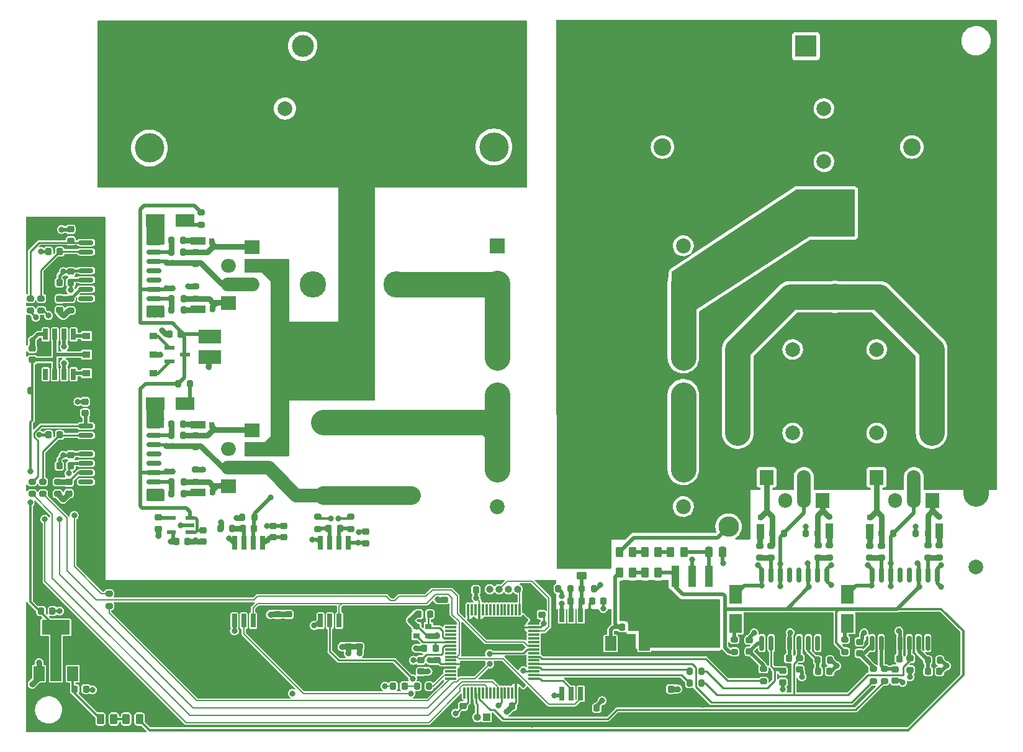
<source format=gbr>
%TF.GenerationSoftware,KiCad,Pcbnew,(6.0.9)*%
%TF.CreationDate,2023-07-13T02:30:16+01:00*%
%TF.ProjectId,Resonant_Converter_V1,5265736f-6e61-46e7-945f-436f6e766572,rev?*%
%TF.SameCoordinates,Original*%
%TF.FileFunction,Copper,L1,Top*%
%TF.FilePolarity,Positive*%
%FSLAX46Y46*%
G04 Gerber Fmt 4.6, Leading zero omitted, Abs format (unit mm)*
G04 Created by KiCad (PCBNEW (6.0.9)) date 2023-07-13 02:30:16*
%MOMM*%
%LPD*%
G01*
G04 APERTURE LIST*
G04 Aperture macros list*
%AMRoundRect*
0 Rectangle with rounded corners*
0 $1 Rounding radius*
0 $2 $3 $4 $5 $6 $7 $8 $9 X,Y pos of 4 corners*
0 Add a 4 corners polygon primitive as box body*
4,1,4,$2,$3,$4,$5,$6,$7,$8,$9,$2,$3,0*
0 Add four circle primitives for the rounded corners*
1,1,$1+$1,$2,$3*
1,1,$1+$1,$4,$5*
1,1,$1+$1,$6,$7*
1,1,$1+$1,$8,$9*
0 Add four rect primitives between the rounded corners*
20,1,$1+$1,$2,$3,$4,$5,0*
20,1,$1+$1,$4,$5,$6,$7,0*
20,1,$1+$1,$6,$7,$8,$9,0*
20,1,$1+$1,$8,$9,$2,$3,0*%
G04 Aperture macros list end*
%TA.AperFunction,SMDPad,CuDef*%
%ADD10RoundRect,0.200000X-0.200000X-0.275000X0.200000X-0.275000X0.200000X0.275000X-0.200000X0.275000X0*%
%TD*%
%TA.AperFunction,SMDPad,CuDef*%
%ADD11R,1.000000X2.850000*%
%TD*%
%TA.AperFunction,SMDPad,CuDef*%
%ADD12R,5.550000X5.950000*%
%TD*%
%TA.AperFunction,SMDPad,CuDef*%
%ADD13RoundRect,0.225000X-0.225000X-0.250000X0.225000X-0.250000X0.225000X0.250000X-0.225000X0.250000X0*%
%TD*%
%TA.AperFunction,SMDPad,CuDef*%
%ADD14R,1.500000X2.000000*%
%TD*%
%TA.AperFunction,SMDPad,CuDef*%
%ADD15R,3.800000X2.000000*%
%TD*%
%TA.AperFunction,SMDPad,CuDef*%
%ADD16RoundRect,0.250000X0.262500X0.450000X-0.262500X0.450000X-0.262500X-0.450000X0.262500X-0.450000X0*%
%TD*%
%TA.AperFunction,ComponentPad*%
%ADD17C,2.000000*%
%TD*%
%TA.AperFunction,SMDPad,CuDef*%
%ADD18RoundRect,0.225000X0.250000X-0.225000X0.250000X0.225000X-0.250000X0.225000X-0.250000X-0.225000X0*%
%TD*%
%TA.AperFunction,SMDPad,CuDef*%
%ADD19RoundRect,0.225000X0.225000X0.250000X-0.225000X0.250000X-0.225000X-0.250000X0.225000X-0.250000X0*%
%TD*%
%TA.AperFunction,SMDPad,CuDef*%
%ADD20RoundRect,0.200000X-0.275000X0.200000X-0.275000X-0.200000X0.275000X-0.200000X0.275000X0.200000X0*%
%TD*%
%TA.AperFunction,SMDPad,CuDef*%
%ADD21RoundRect,0.225000X-0.250000X0.225000X-0.250000X-0.225000X0.250000X-0.225000X0.250000X0.225000X0*%
%TD*%
%TA.AperFunction,SMDPad,CuDef*%
%ADD22RoundRect,0.200000X0.275000X-0.200000X0.275000X0.200000X-0.275000X0.200000X-0.275000X-0.200000X0*%
%TD*%
%TA.AperFunction,ComponentPad*%
%ADD23C,4.000000*%
%TD*%
%TA.AperFunction,ComponentPad*%
%ADD24R,4.000000X4.000000*%
%TD*%
%TA.AperFunction,SMDPad,CuDef*%
%ADD25RoundRect,0.250000X-0.262500X-0.450000X0.262500X-0.450000X0.262500X0.450000X-0.262500X0.450000X0*%
%TD*%
%TA.AperFunction,ComponentPad*%
%ADD26C,3.600000*%
%TD*%
%TA.AperFunction,ComponentPad*%
%ADD27R,3.000000X3.000000*%
%TD*%
%TA.AperFunction,ComponentPad*%
%ADD28C,3.000000*%
%TD*%
%TA.AperFunction,SMDPad,CuDef*%
%ADD29RoundRect,0.200000X0.200000X0.275000X-0.200000X0.275000X-0.200000X-0.275000X0.200000X-0.275000X0*%
%TD*%
%TA.AperFunction,SMDPad,CuDef*%
%ADD30RoundRect,0.150000X0.150000X-0.875000X0.150000X0.875000X-0.150000X0.875000X-0.150000X-0.875000X0*%
%TD*%
%TA.AperFunction,ComponentPad*%
%ADD31R,2.025000X2.025000*%
%TD*%
%TA.AperFunction,ComponentPad*%
%ADD32C,2.025000*%
%TD*%
%TA.AperFunction,SMDPad,CuDef*%
%ADD33R,1.100000X2.000000*%
%TD*%
%TA.AperFunction,SMDPad,CuDef*%
%ADD34R,0.800000X0.800000*%
%TD*%
%TA.AperFunction,SMDPad,CuDef*%
%ADD35RoundRect,0.150000X-0.875000X-0.150000X0.875000X-0.150000X0.875000X0.150000X-0.875000X0.150000X0*%
%TD*%
%TA.AperFunction,SMDPad,CuDef*%
%ADD36RoundRect,0.250000X-0.450000X0.262500X-0.450000X-0.262500X0.450000X-0.262500X0.450000X0.262500X0*%
%TD*%
%TA.AperFunction,ComponentPad*%
%ADD37R,2.400000X2.400000*%
%TD*%
%TA.AperFunction,ComponentPad*%
%ADD38C,2.400000*%
%TD*%
%TA.AperFunction,SMDPad,CuDef*%
%ADD39R,2.000000X1.100000*%
%TD*%
%TA.AperFunction,SMDPad,CuDef*%
%ADD40RoundRect,0.250000X-0.250000X-0.475000X0.250000X-0.475000X0.250000X0.475000X-0.250000X0.475000X0*%
%TD*%
%TA.AperFunction,SMDPad,CuDef*%
%ADD41R,1.800000X2.500000*%
%TD*%
%TA.AperFunction,SMDPad,CuDef*%
%ADD42R,0.900000X0.800000*%
%TD*%
%TA.AperFunction,SMDPad,CuDef*%
%ADD43R,0.650000X1.850000*%
%TD*%
%TA.AperFunction,ComponentPad*%
%ADD44R,2.800000X2.800000*%
%TD*%
%TA.AperFunction,ComponentPad*%
%ADD45O,2.800000X2.800000*%
%TD*%
%TA.AperFunction,SMDPad,CuDef*%
%ADD46RoundRect,0.075000X-0.700000X-0.075000X0.700000X-0.075000X0.700000X0.075000X-0.700000X0.075000X0*%
%TD*%
%TA.AperFunction,SMDPad,CuDef*%
%ADD47RoundRect,0.075000X-0.075000X-0.700000X0.075000X-0.700000X0.075000X0.700000X-0.075000X0.700000X0*%
%TD*%
%TA.AperFunction,SMDPad,CuDef*%
%ADD48R,1.200000X0.600000*%
%TD*%
%TA.AperFunction,SMDPad,CuDef*%
%ADD49R,1.350000X0.600000*%
%TD*%
%TA.AperFunction,SMDPad,CuDef*%
%ADD50R,2.500000X1.800000*%
%TD*%
%TA.AperFunction,ComponentPad*%
%ADD51R,1.000000X1.000000*%
%TD*%
%TA.AperFunction,ComponentPad*%
%ADD52O,1.000000X1.000000*%
%TD*%
%TA.AperFunction,SMDPad,CuDef*%
%ADD53RoundRect,0.218750X-0.218750X-0.256250X0.218750X-0.256250X0.218750X0.256250X-0.218750X0.256250X0*%
%TD*%
%TA.AperFunction,SMDPad,CuDef*%
%ADD54R,3.100000X1.900000*%
%TD*%
%TA.AperFunction,SMDPad,CuDef*%
%ADD55R,0.650000X1.525000*%
%TD*%
%TA.AperFunction,SMDPad,CuDef*%
%ADD56R,1.120000X0.960000*%
%TD*%
%TA.AperFunction,ComponentPad*%
%ADD57R,1.905000X2.000000*%
%TD*%
%TA.AperFunction,ComponentPad*%
%ADD58O,1.905000X2.000000*%
%TD*%
%TA.AperFunction,ComponentPad*%
%ADD59R,2.000000X1.905000*%
%TD*%
%TA.AperFunction,ComponentPad*%
%ADD60O,2.000000X1.905000*%
%TD*%
%TA.AperFunction,ViaPad*%
%ADD61C,0.800000*%
%TD*%
%TA.AperFunction,Conductor*%
%ADD62C,0.800000*%
%TD*%
%TA.AperFunction,Conductor*%
%ADD63C,0.320000*%
%TD*%
%TA.AperFunction,Conductor*%
%ADD64C,0.500000*%
%TD*%
%TA.AperFunction,Conductor*%
%ADD65C,0.250000*%
%TD*%
%TA.AperFunction,Conductor*%
%ADD66C,0.200000*%
%TD*%
%TA.AperFunction,Conductor*%
%ADD67C,0.400000*%
%TD*%
%TA.AperFunction,Conductor*%
%ADD68C,1.500000*%
%TD*%
%TA.AperFunction,Conductor*%
%ADD69C,3.500000*%
%TD*%
%TA.AperFunction,Conductor*%
%ADD70C,1.900000*%
%TD*%
%TA.AperFunction,Conductor*%
%ADD71C,2.500000*%
%TD*%
G04 APERTURE END LIST*
D10*
%TO.P,R62,1*%
%TO.N,+5V*%
X50775000Y-78200000D03*
%TO.P,R62,2*%
%TO.N,+3.3V*%
X52425000Y-78200000D03*
%TD*%
D11*
%TO.P,IC1,1,IN*%
%TO.N,Net-(C73-Pad1)*%
X143290000Y-103500000D03*
%TO.P,IC1,2,GND_NOPAD*%
%TO.N,GND2*%
X141000000Y-103500000D03*
%TO.P,IC1,3,OUT*%
%TO.N,+12L*%
X138710000Y-103500000D03*
D12*
%TO.P,IC1,4,TAB_GND*%
%TO.N,GND2*%
X141000000Y-110250000D03*
%TD*%
D13*
%TO.P,C55,1*%
%TO.N,Net-(R61-Pad2)*%
X56825000Y-118900000D03*
%TO.P,C55,2*%
%TO.N,GND2*%
X58375000Y-118900000D03*
%TD*%
%TO.P,C47,2*%
%TO.N,GND2*%
X53775000Y-108250000D03*
%TO.P,C47,1*%
%TO.N,+5V*%
X52225000Y-108250000D03*
%TD*%
D14*
%TO.P,U3,1,GND*%
%TO.N,GND2*%
X51950000Y-116800000D03*
D15*
%TO.P,U3,2,VO*%
%TO.N,+5V*%
X54250000Y-110500000D03*
D14*
X54250000Y-116800000D03*
%TO.P,U3,3,VI*%
%TO.N,Net-(R61-Pad2)*%
X56550000Y-116800000D03*
%TD*%
D16*
%TO.P,R61,1*%
%TO.N,Net-(R60-Pad2)*%
X62162500Y-123000000D03*
%TO.P,R61,2*%
%TO.N,Net-(R61-Pad2)*%
X60337500Y-123000000D03*
%TD*%
%TO.P,R60,1*%
%TO.N,+12L*%
X65662500Y-123000000D03*
%TO.P,R60,2*%
%TO.N,Net-(R60-Pad2)*%
X63837500Y-123000000D03*
%TD*%
D17*
%TO.P,C51,2*%
%TO.N,Net-(C20-Pad2)*%
X147245000Y-72600000D03*
%TO.P,C51,1*%
%TO.N,/LV_SN_H*%
X154745000Y-72600000D03*
%TD*%
%TO.P,C50,2*%
%TO.N,Net-(C20-Pad2)*%
X173700000Y-72600000D03*
%TO.P,C50,1*%
%TO.N,/LV_SN_H*%
X166200000Y-72600000D03*
%TD*%
%TO.P,C49,1*%
%TO.N,/LV_SN_H*%
X166200000Y-84000000D03*
%TO.P,C49,2*%
%TO.N,Net-(C20-Pad2)*%
X173700000Y-84000000D03*
%TD*%
%TO.P,C20,1*%
%TO.N,/LV_SN_H*%
X154745000Y-84000000D03*
%TO.P,C20,2*%
%TO.N,Net-(C20-Pad2)*%
X147245000Y-84000000D03*
%TD*%
D18*
%TO.P,C38,1*%
%TO.N,+5VD*%
X96500000Y-99025000D03*
%TO.P,C38,2*%
%TO.N,GND*%
X96500000Y-97475000D03*
%TD*%
D10*
%TO.P,R47,1*%
%TO.N,GND2*%
X171520000Y-97722500D03*
%TO.P,R47,2*%
%TO.N,Net-(D13-Pad2)*%
X173170000Y-97722500D03*
%TD*%
D19*
%TO.P,C80,1*%
%TO.N,GND2*%
X174765000Y-116500000D03*
%TO.P,C80,2*%
%TO.N,Net-(C80-Pad2)*%
X173215000Y-116500000D03*
%TD*%
D20*
%TO.P,R43,1*%
%TO.N,GND*%
X73277500Y-89005000D03*
%TO.P,R43,2*%
%TO.N,Net-(D11-Pad2)*%
X73277500Y-90655000D03*
%TD*%
D21*
%TO.P,C45,1*%
%TO.N,+3.3V*%
X94150000Y-111575000D03*
%TO.P,C45,2*%
%TO.N,GND2*%
X94150000Y-113125000D03*
%TD*%
D22*
%TO.P,R7,1*%
%TO.N,Net-(R16-Pad2)*%
X165265000Y-101025000D03*
%TO.P,R7,2*%
%TO.N,Net-(D12-Pad1)*%
X165265000Y-99375000D03*
%TD*%
D10*
%TO.P,R55,1*%
%TO.N,B_L_LV*%
X140665000Y-116500000D03*
%TO.P,R55,2*%
%TO.N,Net-(C87-Pad1)*%
X142315000Y-116500000D03*
%TD*%
D19*
%TO.P,C89,1*%
%TO.N,GND2*%
X159765000Y-116500000D03*
%TO.P,C89,2*%
%TO.N,Net-(C89-Pad2)*%
X158215000Y-116500000D03*
%TD*%
%TO.P,C81,1*%
%TO.N,GND2*%
X154225000Y-114700000D03*
%TO.P,C81,2*%
%TO.N,+3.3V*%
X152675000Y-114700000D03*
%TD*%
D23*
%TO.P,C32,2*%
%TO.N,GND1*%
X114000000Y-45000000D03*
D24*
%TO.P,C32,1*%
%TO.N,VBUS*%
X114000000Y-35000000D03*
%TD*%
D25*
%TO.P,R8,1*%
%TO.N,Net-(D2-Pad2)*%
X131087500Y-100250000D03*
%TO.P,R8,2*%
%TO.N,Net-(R10-Pad1)*%
X132912500Y-100250000D03*
%TD*%
D19*
%TO.P,C17,1*%
%TO.N,Net-(C17-Pad1)*%
X105275000Y-108700000D03*
%TO.P,C17,2*%
%TO.N,GND2*%
X103725000Y-108700000D03*
%TD*%
D14*
%TO.P,U4,1,GND*%
%TO.N,GND2*%
X134500000Y-112700000D03*
D15*
%TO.P,U4,2,VO*%
%TO.N,+3.3V*%
X132200000Y-119000000D03*
D14*
X132200000Y-112700000D03*
%TO.P,U4,3,VI*%
%TO.N,Net-(C74-Pad1)*%
X129900000Y-112700000D03*
%TD*%
D10*
%TO.P,R58,1*%
%TO.N,GND2*%
X156520000Y-97722500D03*
%TO.P,R58,2*%
%TO.N,Net-(D16-Pad2)*%
X158170000Y-97722500D03*
%TD*%
D26*
%TO.P,L1,1,1*%
%TO.N,Net-(L1-Pad1)*%
X160500000Y-54000000D03*
%TO.P,L1,2,2*%
%TO.N,Net-(C20-Pad2)*%
X160500000Y-65430000D03*
%TD*%
D19*
%TO.P,C40,1*%
%TO.N,Net-(C40-Pad1)*%
X125945000Y-106950000D03*
%TO.P,C40,2*%
%TO.N,Net-(C40-Pad2)*%
X124395000Y-106950000D03*
%TD*%
D27*
%TO.P,J3,1,Pin_1*%
%TO.N,VBUS*%
X93000000Y-31250000D03*
D28*
%TO.P,J3,2,Pin_2*%
%TO.N,GND1*%
X87920000Y-31250000D03*
%TD*%
D24*
%TO.P,C54,1*%
%TO.N,VBUS*%
X67000000Y-35144630D03*
D23*
%TO.P,C54,2*%
%TO.N,GND1*%
X67000000Y-45144630D03*
%TD*%
D18*
%TO.P,C4,1*%
%TO.N,+3.3V*%
X106250000Y-116525000D03*
%TO.P,C4,2*%
%TO.N,GND2*%
X106250000Y-114975000D03*
%TD*%
%TO.P,C11,1*%
%TO.N,GND2*%
X54750000Y-67250000D03*
%TO.P,C11,2*%
%TO.N,Net-(C11-Pad2)*%
X54750000Y-65700000D03*
%TD*%
D29*
%TO.P,R29,1*%
%TO.N,Net-(C66-Pad2)*%
X78325000Y-97000000D03*
%TO.P,R29,2*%
%TO.N,GND*%
X76675000Y-97000000D03*
%TD*%
D26*
%TO.P,L2,1,1*%
%TO.N,Net-(L2-Pad1)*%
X100750000Y-63750000D03*
%TO.P,L2,2,2*%
%TO.N,Net-(C6-Pad2)*%
X89320000Y-63750000D03*
%TD*%
D19*
%TO.P,C15,1*%
%TO.N,Net-(C15-Pad1)*%
X54775000Y-59250000D03*
%TO.P,C15,2*%
%TO.N,GND2*%
X53225000Y-59250000D03*
%TD*%
D21*
%TO.P,C87,1*%
%TO.N,Net-(C87-Pad1)*%
X153390000Y-116425000D03*
%TO.P,C87,2*%
%TO.N,GND2*%
X153390000Y-117975000D03*
%TD*%
D17*
%TO.P,C22,1*%
%TO.N,Net-(C22-Pad1)*%
X102750000Y-82500000D03*
%TO.P,C22,2*%
%TO.N,Net-(C19-Pad1)*%
X102750000Y-92500000D03*
%TD*%
D30*
%TO.P,U7,1,INA*%
%TO.N,Net-(C86-Pad1)*%
X150545000Y-112650000D03*
%TO.P,U7,2,INB*%
%TO.N,Net-(C87-Pad1)*%
X151815000Y-112650000D03*
%TO.P,U7,3,VCCI*%
%TO.N,+3.3V*%
X153085000Y-112650000D03*
%TO.P,U7,4,GND*%
%TO.N,GND2*%
X154355000Y-112650000D03*
%TO.P,U7,5,DIS*%
%TO.N,Net-(C79-Pad1)*%
X155625000Y-112650000D03*
%TO.P,U7,6,DT*%
%TO.N,Net-(C89-Pad2)*%
X156895000Y-112650000D03*
%TO.P,U7,7,NC*%
%TO.N,unconnected-(U7-Pad7)*%
X158165000Y-112650000D03*
%TO.P,U7,8,VCCI*%
%TO.N,+3.3V*%
X159435000Y-112650000D03*
%TO.P,U7,9,VSSB*%
%TO.N,GND2*%
X159435000Y-103350000D03*
%TO.P,U7,10,OUTB*%
%TO.N,Net-(R56-Pad1)*%
X158165000Y-103350000D03*
%TO.P,U7,11,VDDB*%
%TO.N,+12L*%
X156895000Y-103350000D03*
%TO.P,U7,12,NC*%
%TO.N,unconnected-(U7-Pad12)*%
X155625000Y-103350000D03*
%TO.P,U7,13,NC*%
%TO.N,unconnected-(U7-Pad13)*%
X154355000Y-103350000D03*
%TO.P,U7,14,VSSA*%
%TO.N,/LV_SN_L*%
X153085000Y-103350000D03*
%TO.P,U7,15,OUTA*%
%TO.N,Net-(R51-Pad1)*%
X151815000Y-103350000D03*
%TO.P,U7,16,VDDA*%
%TO.N,/VDDA_B_LV*%
X150545000Y-103350000D03*
%TD*%
D18*
%TO.P,C13,1*%
%TO.N,Net-(C13-Pad1)*%
X56250000Y-57775000D03*
%TO.P,C13,2*%
%TO.N,GND2*%
X56250000Y-56225000D03*
%TD*%
D16*
%TO.P,R9,1*%
%TO.N,+12L*%
X136412500Y-103000000D03*
%TO.P,R9,2*%
%TO.N,Net-(R22-Pad1)*%
X134587500Y-103000000D03*
%TD*%
D20*
%TO.P,R52,1*%
%TO.N,Net-(D15-Pad2)*%
X151815000Y-99375000D03*
%TO.P,R52,2*%
%TO.N,Net-(R51-Pad1)*%
X151815000Y-101025000D03*
%TD*%
D21*
%TO.P,C69,1*%
%TO.N,+3.3V*%
X120500000Y-107225000D03*
%TO.P,C69,2*%
%TO.N,GND2*%
X120500000Y-108775000D03*
%TD*%
D29*
%TO.P,R53,1*%
%TO.N,/LV_SN_L*%
X153575000Y-97722500D03*
%TO.P,R53,2*%
%TO.N,Net-(D15-Pad2)*%
X151925000Y-97722500D03*
%TD*%
D31*
%TO.P,U8,1,1*%
%TO.N,unconnected-(U8-Pad1)*%
X114435000Y-58470000D03*
D32*
%TO.P,U8,2,2*%
%TO.N,Net-(L2-Pad1)*%
X114435000Y-63550000D03*
%TO.P,U8,3,3*%
X114435000Y-68630000D03*
%TO.P,U8,4,4*%
X114435000Y-73710000D03*
%TO.P,U8,5,5*%
%TO.N,Net-(C22-Pad1)*%
X114435000Y-78790000D03*
%TO.P,U8,6,6*%
X114435000Y-83870000D03*
%TO.P,U8,7,7*%
X114435000Y-88950000D03*
%TO.P,U8,8,8*%
%TO.N,unconnected-(U8-Pad8)*%
X114435000Y-94030000D03*
%TO.P,U8,9,9*%
%TO.N,unconnected-(U8-Pad9)*%
X139835000Y-94030000D03*
%TO.P,U8,10,10*%
%TO.N,/LV_SN_L*%
X139835000Y-88950000D03*
%TO.P,U8,11,11*%
X139835000Y-83870000D03*
%TO.P,U8,12,12*%
X139835000Y-78790000D03*
%TO.P,U8,13,13*%
%TO.N,Net-(L1-Pad1)*%
X139835000Y-73710000D03*
%TO.P,U8,14,14*%
X139835000Y-68630000D03*
%TO.P,U8,15,15*%
X139835000Y-63550000D03*
%TO.P,U8,16,16*%
%TO.N,unconnected-(U8-Pad16)*%
X139835000Y-58470000D03*
%TD*%
D13*
%TO.P,C39,1*%
%TO.N,+3.3V*%
X126475000Y-121500000D03*
%TO.P,C39,2*%
%TO.N,GND2*%
X128025000Y-121500000D03*
%TD*%
D19*
%TO.P,C26,1*%
%TO.N,Net-(C12-Pad1)*%
X56275000Y-88475000D03*
%TO.P,C26,2*%
%TO.N,GND2*%
X54725000Y-88475000D03*
%TD*%
D18*
%TO.P,C14,1*%
%TO.N,GND2*%
X56250000Y-87000000D03*
%TO.P,C14,2*%
%TO.N,+3.3V*%
X56250000Y-85450000D03*
%TD*%
D20*
%TO.P,R32,1*%
%TO.N,GND*%
X73277500Y-64005000D03*
%TO.P,R32,2*%
%TO.N,Net-(D7-Pad2)*%
X73277500Y-65655000D03*
%TD*%
D22*
%TO.P,R51,1*%
%TO.N,Net-(R51-Pad1)*%
X150265000Y-101025000D03*
%TO.P,R51,2*%
%TO.N,Net-(D15-Pad1)*%
X150265000Y-99375000D03*
%TD*%
D33*
%TO.P,D16,1,K*%
%TO.N,Net-(D16-Pad1)*%
X159750000Y-97330000D03*
D34*
%TO.P,D16,2,A*%
%TO.N,Net-(D16-Pad2)*%
X159750000Y-95430000D03*
%TD*%
D29*
%TO.P,R42,1*%
%TO.N,Net-(D11-Pad2)*%
X71675000Y-90700000D03*
%TO.P,R42,2*%
%TO.N,Net-(R41-Pad1)*%
X70025000Y-90700000D03*
%TD*%
D22*
%TO.P,R28,1*%
%TO.N,A_L_LV*%
X167240000Y-117825000D03*
%TO.P,R28,2*%
%TO.N,Net-(C78-Pad1)*%
X167240000Y-116175000D03*
%TD*%
D13*
%TO.P,C37,1*%
%TO.N,+5VD*%
X70675000Y-98800000D03*
%TO.P,C37,2*%
%TO.N,GND*%
X72225000Y-98800000D03*
%TD*%
D35*
%TO.P,U2,1,INA*%
%TO.N,Net-(C13-Pad1)*%
X58350000Y-58030000D03*
%TO.P,U2,2,INB*%
%TO.N,Net-(C15-Pad1)*%
X58350000Y-59300000D03*
%TO.P,U2,3,VCCI*%
%TO.N,+3.3V*%
X58350000Y-60570000D03*
%TO.P,U2,4,GND*%
%TO.N,GND2*%
X58350000Y-61840000D03*
%TO.P,U2,5,DIS*%
%TO.N,Net-(C12-Pad1)*%
X58350000Y-63110000D03*
%TO.P,U2,6,DT*%
%TO.N,Net-(C11-Pad2)*%
X58350000Y-64380000D03*
%TO.P,U2,7,NC*%
%TO.N,unconnected-(U2-Pad7)*%
X58350000Y-65650000D03*
%TO.P,U2,8,VCCI*%
%TO.N,+3.3V*%
X58350000Y-66920000D03*
%TO.P,U2,9,VSSB*%
%TO.N,GND*%
X67650000Y-66920000D03*
%TO.P,U2,10,OUTB*%
%TO.N,Net-(R15-Pad1)*%
X67650000Y-65650000D03*
%TO.P,U2,11,VDDB*%
%TO.N,+12V*%
X67650000Y-64380000D03*
%TO.P,U2,12,NC*%
%TO.N,unconnected-(U2-Pad12)*%
X67650000Y-63110000D03*
%TO.P,U2,13,NC*%
%TO.N,unconnected-(U2-Pad13)*%
X67650000Y-61840000D03*
%TO.P,U2,14,VSSA*%
%TO.N,Net-(C6-Pad2)*%
X67650000Y-60570000D03*
%TO.P,U2,15,OUTA*%
%TO.N,Net-(R11-Pad2)*%
X67650000Y-59300000D03*
%TO.P,U2,16,VDDA*%
%TO.N,/VDDA_A_HV*%
X67650000Y-58030000D03*
%TD*%
D18*
%TO.P,C29,1*%
%TO.N,Net-(C29-Pad1)*%
X58250000Y-81275000D03*
%TO.P,C29,2*%
%TO.N,GND2*%
X58250000Y-79725000D03*
%TD*%
D22*
%TO.P,R13,1*%
%TO.N,Net-(C6-Pad2)*%
X73277500Y-60955000D03*
%TO.P,R13,2*%
%TO.N,Net-(D5-Pad2)*%
X73277500Y-59305000D03*
%TD*%
%TO.P,R44,1*%
%TO.N,GND2*%
X54500000Y-92300000D03*
%TO.P,R44,2*%
%TO.N,Net-(C31-Pad2)*%
X54500000Y-90650000D03*
%TD*%
D36*
%TO.P,R5,1*%
%TO.N,+BATT*%
X126000000Y-101587500D03*
%TO.P,R5,2*%
%TO.N,Net-(C40-Pad1)*%
X126000000Y-103412500D03*
%TD*%
D22*
%TO.P,R18,1*%
%TO.N,Net-(C46-Pad1)*%
X94500000Y-97075000D03*
%TO.P,R18,2*%
%TO.N,GND1*%
X94500000Y-95425000D03*
%TD*%
D29*
%TO.P,R36,1*%
%TO.N,Net-(D10-Pad2)*%
X71625000Y-84300000D03*
%TO.P,R36,2*%
%TO.N,Net-(R35-Pad1)*%
X69975000Y-84300000D03*
%TD*%
D37*
%TO.P,C41,1*%
%TO.N,+BATT*%
X171000000Y-37500000D03*
D38*
%TO.P,C41,2*%
%TO.N,GND2*%
X171000000Y-45000000D03*
%TD*%
D20*
%TO.P,R1,1*%
%TO.N,+12V*%
X74077500Y-53925000D03*
%TO.P,R1,2*%
%TO.N,Net-(D8-Pad2)*%
X74077500Y-55575000D03*
%TD*%
D29*
%TO.P,R48,1*%
%TO.N,GND2*%
X174815000Y-115000000D03*
%TO.P,R48,2*%
%TO.N,Net-(C80-Pad2)*%
X173165000Y-115000000D03*
%TD*%
D35*
%TO.P,U5,1,INA*%
%TO.N,Net-(C29-Pad1)*%
X58350000Y-83030000D03*
%TO.P,U5,2,INB*%
%TO.N,Net-(C30-Pad1)*%
X58350000Y-84300000D03*
%TO.P,U5,3,VCCI*%
%TO.N,+3.3V*%
X58350000Y-85570000D03*
%TO.P,U5,4,GND*%
%TO.N,GND2*%
X58350000Y-86840000D03*
%TO.P,U5,5,DIS*%
%TO.N,Net-(C12-Pad1)*%
X58350000Y-88110000D03*
%TO.P,U5,6,DT*%
%TO.N,Net-(C31-Pad2)*%
X58350000Y-89380000D03*
%TO.P,U5,7,NC*%
%TO.N,unconnected-(U5-Pad7)*%
X58350000Y-90650000D03*
%TO.P,U5,8,VCCI*%
%TO.N,+3.3V*%
X58350000Y-91920000D03*
%TO.P,U5,9,VSSB*%
%TO.N,GND*%
X67650000Y-91920000D03*
%TO.P,U5,10,OUTB*%
%TO.N,Net-(R41-Pad1)*%
X67650000Y-90650000D03*
%TO.P,U5,11,VDDB*%
%TO.N,+12V*%
X67650000Y-89380000D03*
%TO.P,U5,12,NC*%
%TO.N,unconnected-(U5-Pad12)*%
X67650000Y-88110000D03*
%TO.P,U5,13,NC*%
%TO.N,unconnected-(U5-Pad13)*%
X67650000Y-86840000D03*
%TO.P,U5,14,VSSA*%
%TO.N,Net-(C19-Pad1)*%
X67650000Y-85570000D03*
%TO.P,U5,15,OUTA*%
%TO.N,Net-(R35-Pad1)*%
X67650000Y-84300000D03*
%TO.P,U5,16,VDDA*%
%TO.N,/VDDA_B_HV*%
X67650000Y-83030000D03*
%TD*%
D20*
%TO.P,R57,1*%
%TO.N,Net-(D16-Pad2)*%
X158215000Y-99325000D03*
%TO.P,R57,2*%
%TO.N,Net-(R56-Pad1)*%
X158215000Y-100975000D03*
%TD*%
D13*
%TO.P,C75,1*%
%TO.N,+3.3V*%
X136575000Y-118900000D03*
%TO.P,C75,2*%
%TO.N,GND2*%
X138125000Y-118900000D03*
%TD*%
D17*
%TO.P,C21,1*%
%TO.N,+BATT*%
X149000000Y-39750000D03*
%TO.P,C21,2*%
%TO.N,GND2*%
X159000000Y-39750000D03*
%TD*%
D25*
%TO.P,R10,1*%
%TO.N,Net-(R10-Pad1)*%
X134587500Y-100250000D03*
%TO.P,R10,2*%
%TO.N,Net-(R10-Pad2)*%
X136412500Y-100250000D03*
%TD*%
D22*
%TO.P,R39,1*%
%TO.N,B_L_HV*%
X52500000Y-92300000D03*
%TO.P,R39,2*%
%TO.N,Net-(C30-Pad1)*%
X52500000Y-90650000D03*
%TD*%
D29*
%TO.P,R34,1*%
%TO.N,Net-(D9-Pad2)*%
X72575000Y-77250000D03*
%TO.P,R34,2*%
%TO.N,+12V*%
X70925000Y-77250000D03*
%TD*%
D20*
%TO.P,R50,1*%
%TO.N,Net-(D14-Pad2)*%
X146790000Y-112175000D03*
%TO.P,R50,2*%
%TO.N,+12L*%
X146790000Y-113825000D03*
%TD*%
D34*
%TO.P,D13,2,A*%
%TO.N,Net-(D13-Pad2)*%
X174750000Y-95430000D03*
D33*
%TO.P,D13,1,K*%
%TO.N,Net-(D13-Pad1)*%
X174750000Y-97330000D03*
%TD*%
D17*
%TO.P,C48,2*%
%TO.N,GND2*%
X179750000Y-102250000D03*
%TO.P,C48,1*%
%TO.N,+BATT*%
X179750000Y-92250000D03*
%TD*%
D18*
%TO.P,C67,1*%
%TO.N,+5VD*%
X83875000Y-98200000D03*
%TO.P,C67,2*%
%TO.N,GND*%
X83875000Y-96650000D03*
%TD*%
D39*
%TO.P,D7,1,K*%
%TO.N,Net-(D7-Pad1)*%
X73670000Y-67130000D03*
D34*
%TO.P,D7,2,A*%
%TO.N,Net-(D7-Pad2)*%
X75570000Y-67130000D03*
%TD*%
D40*
%TO.P,C73,1*%
%TO.N,Net-(C73-Pad1)*%
X143300000Y-100250000D03*
%TO.P,C73,2*%
%TO.N,GND2*%
X145200000Y-100250000D03*
%TD*%
D19*
%TO.P,C27,1*%
%TO.N,GND2*%
X169275000Y-114750000D03*
%TO.P,C27,2*%
%TO.N,+3.3V*%
X167725000Y-114750000D03*
%TD*%
D18*
%TO.P,C31,1*%
%TO.N,GND2*%
X56000000Y-92250000D03*
%TO.P,C31,2*%
%TO.N,Net-(C31-Pad2)*%
X56000000Y-90700000D03*
%TD*%
D22*
%TO.P,R38,1*%
%TO.N,B_H_HV*%
X51000000Y-92300000D03*
%TO.P,R38,2*%
%TO.N,Net-(C29-Pad1)*%
X51000000Y-90650000D03*
%TD*%
D18*
%TO.P,C43,1*%
%TO.N,+5V*%
X51000000Y-73998500D03*
%TO.P,C43,2*%
%TO.N,GND2*%
X51000000Y-72448500D03*
%TD*%
%TO.P,C65,1*%
%TO.N,+3.3V*%
X84500000Y-110275000D03*
%TO.P,C65,2*%
%TO.N,GND2*%
X84500000Y-108725000D03*
%TD*%
D30*
%TO.P,U6,1,INA*%
%TO.N,Net-(C77-Pad1)*%
X165545000Y-112650000D03*
%TO.P,U6,2,INB*%
%TO.N,Net-(C78-Pad1)*%
X166815000Y-112650000D03*
%TO.P,U6,3,VCCI*%
%TO.N,+3.3V*%
X168085000Y-112650000D03*
%TO.P,U6,4,GND*%
%TO.N,GND2*%
X169355000Y-112650000D03*
%TO.P,U6,5,DIS*%
%TO.N,Net-(C79-Pad1)*%
X170625000Y-112650000D03*
%TO.P,U6,6,DT*%
%TO.N,Net-(C80-Pad2)*%
X171895000Y-112650000D03*
%TO.P,U6,7,NC*%
%TO.N,unconnected-(U6-Pad7)*%
X173165000Y-112650000D03*
%TO.P,U6,8,VCCI*%
%TO.N,+3.3V*%
X174435000Y-112650000D03*
%TO.P,U6,9,VSSB*%
%TO.N,GND2*%
X174435000Y-103350000D03*
%TO.P,U6,10,OUTB*%
%TO.N,Net-(R45-Pad1)*%
X173165000Y-103350000D03*
%TO.P,U6,11,VDDB*%
%TO.N,+12L*%
X171895000Y-103350000D03*
%TO.P,U6,12,NC*%
%TO.N,unconnected-(U6-Pad12)*%
X170625000Y-103350000D03*
%TO.P,U6,13,NC*%
%TO.N,unconnected-(U6-Pad13)*%
X169355000Y-103350000D03*
%TO.P,U6,14,VSSA*%
%TO.N,/LV_SN_H*%
X168085000Y-103350000D03*
%TO.P,U6,15,OUTA*%
%TO.N,Net-(R16-Pad2)*%
X166815000Y-103350000D03*
%TO.P,U6,16,VDDA*%
%TO.N,/VDDA_A_LV*%
X165545000Y-103350000D03*
%TD*%
D17*
%TO.P,C5,1*%
%TO.N,+BATT*%
X149000000Y-47000000D03*
%TO.P,C5,2*%
%TO.N,GND2*%
X159000000Y-47000000D03*
%TD*%
D39*
%TO.P,D5,1,K*%
%TO.N,Net-(D5-Pad1)*%
X73600000Y-57830000D03*
D34*
%TO.P,D5,2,A*%
%TO.N,Net-(D5-Pad2)*%
X75500000Y-57830000D03*
%TD*%
D19*
%TO.P,C12,1*%
%TO.N,Net-(C12-Pad1)*%
X56275000Y-63475000D03*
%TO.P,C12,2*%
%TO.N,GND2*%
X54725000Y-63475000D03*
%TD*%
D39*
%TO.P,D11,1,K*%
%TO.N,Net-(D11-Pad1)*%
X73670000Y-92130000D03*
D34*
%TO.P,D11,2,A*%
%TO.N,Net-(D11-Pad2)*%
X75570000Y-92130000D03*
%TD*%
D13*
%TO.P,C74,1*%
%TO.N,Net-(C74-Pad1)*%
X131475000Y-110500000D03*
%TO.P,C74,2*%
%TO.N,GND2*%
X133025000Y-110500000D03*
%TD*%
D22*
%TO.P,R3,1*%
%TO.N,A_L_HV*%
X52250000Y-67300000D03*
%TO.P,R3,2*%
%TO.N,Net-(C15-Pad1)*%
X52250000Y-65650000D03*
%TD*%
D20*
%TO.P,R46,1*%
%TO.N,Net-(D13-Pad2)*%
X173215000Y-99325000D03*
%TO.P,R46,2*%
%TO.N,Net-(R45-Pad1)*%
X173215000Y-100975000D03*
%TD*%
D29*
%TO.P,R30,1*%
%TO.N,Net-(R30-Pad1)*%
X105150000Y-118500000D03*
%TO.P,R30,2*%
%TO.N,Net-(D4-Pad2)*%
X103500000Y-118500000D03*
%TD*%
D41*
%TO.P,D14,1,K*%
%TO.N,/VDDA_B_LV*%
X146990000Y-106000000D03*
%TO.P,D14,2,A*%
%TO.N,Net-(D14-Pad2)*%
X146990000Y-110000000D03*
%TD*%
D18*
%TO.P,C3,1*%
%TO.N,+3.3V*%
X109800000Y-122775000D03*
%TO.P,C3,2*%
%TO.N,GND2*%
X109800000Y-121225000D03*
%TD*%
D42*
%TO.P,Y1,1,1*%
%TO.N,Net-(C16-Pad1)*%
X103425000Y-111625000D03*
%TO.P,Y1,2,2*%
%TO.N,GND2*%
X105075000Y-111625000D03*
%TO.P,Y1,3,3*%
%TO.N,Net-(C17-Pad1)*%
X105075000Y-110375000D03*
%TO.P,Y1,4,4*%
%TO.N,GND2*%
X103425000Y-110375000D03*
%TD*%
D19*
%TO.P,C35,1*%
%TO.N,+12V*%
X71275000Y-70500000D03*
%TO.P,C35,2*%
%TO.N,GND*%
X69725000Y-70500000D03*
%TD*%
D43*
%TO.P,IC9,1,AVDD*%
%TO.N,+5VD*%
X82405000Y-98925000D03*
%TO.P,IC9,2,INP*%
%TO.N,Net-(C66-Pad1)*%
X81135000Y-98925000D03*
%TO.P,IC9,3,INN*%
%TO.N,Net-(C66-Pad2)*%
X79865000Y-98925000D03*
%TO.P,IC9,4,AGND*%
%TO.N,GND*%
X78595000Y-98925000D03*
%TO.P,IC9,5,DGND*%
%TO.N,GND2*%
X78595000Y-109575000D03*
%TO.P,IC9,6,DOUT*%
%TO.N,D4_Sigma_Delta*%
X79865000Y-109575000D03*
%TO.P,IC9,7,CLKIN*%
%TO.N,CLK_SigmaDelta*%
X81135000Y-109575000D03*
%TO.P,IC9,8,DVDD*%
%TO.N,+3.3V*%
X82405000Y-109575000D03*
%TD*%
D22*
%TO.P,R23,1*%
%TO.N,A_H_LV*%
X165740000Y-117825000D03*
%TO.P,R23,2*%
%TO.N,Net-(C77-Pad1)*%
X165740000Y-116175000D03*
%TD*%
D44*
%TO.P,D2,1,K*%
%TO.N,+BATT*%
X146000000Y-91670000D03*
D45*
%TO.P,D2,2,A*%
%TO.N,Net-(D2-Pad2)*%
X146000000Y-96750000D03*
%TD*%
D22*
%TO.P,R40,1*%
%TO.N,PWM_Disable_HV*%
X61500000Y-107575000D03*
%TO.P,R40,2*%
%TO.N,Net-(C12-Pad1)*%
X61500000Y-105925000D03*
%TD*%
%TO.P,R56,1*%
%TO.N,Net-(R56-Pad1)*%
X159765000Y-100975000D03*
%TO.P,R56,2*%
%TO.N,Net-(D16-Pad1)*%
X159765000Y-99325000D03*
%TD*%
D21*
%TO.P,C79,1*%
%TO.N,Net-(C79-Pad1)*%
X170750000Y-114725000D03*
%TO.P,C79,2*%
%TO.N,GND2*%
X170750000Y-116275000D03*
%TD*%
D37*
%TO.P,C53,1*%
%TO.N,+BATT*%
X137000000Y-37500000D03*
D38*
%TO.P,C53,2*%
%TO.N,GND2*%
X137000000Y-45000000D03*
%TD*%
D29*
%TO.P,R11,1*%
%TO.N,Net-(D5-Pad2)*%
X71625000Y-59300000D03*
%TO.P,R11,2*%
%TO.N,Net-(R11-Pad2)*%
X69975000Y-59300000D03*
%TD*%
D17*
%TO.P,C52,1*%
%TO.N,Net-(C22-Pad1)*%
X90750000Y-82500000D03*
%TO.P,C52,2*%
%TO.N,Net-(C19-Pad1)*%
X90750000Y-92500000D03*
%TD*%
D29*
%TO.P,R31,1*%
%TO.N,Net-(D7-Pad2)*%
X71675000Y-65700000D03*
%TO.P,R31,2*%
%TO.N,Net-(R15-Pad1)*%
X70025000Y-65700000D03*
%TD*%
D18*
%TO.P,C77,1*%
%TO.N,Net-(C77-Pad1)*%
X163850000Y-114025000D03*
%TO.P,C77,2*%
%TO.N,GND2*%
X163850000Y-112475000D03*
%TD*%
D13*
%TO.P,C70,1*%
%TO.N,+3.3V*%
X109975000Y-105400000D03*
%TO.P,C70,2*%
%TO.N,GND2*%
X111525000Y-105400000D03*
%TD*%
D29*
%TO.P,R59,1*%
%TO.N,GND2*%
X159815000Y-115000000D03*
%TO.P,R59,2*%
%TO.N,Net-(C89-Pad2)*%
X158165000Y-115000000D03*
%TD*%
D46*
%TO.P,U1,1,VBAT*%
%TO.N,+3.3V*%
X108075000Y-110000000D03*
%TO.P,U1,2,PC13*%
%TO.N,unconnected-(U1-Pad2)*%
X108075000Y-110500000D03*
%TO.P,U1,3,PC14*%
%TO.N,unconnected-(U1-Pad3)*%
X108075000Y-111000000D03*
%TO.P,U1,4,PC15*%
%TO.N,unconnected-(U1-Pad4)*%
X108075000Y-111500000D03*
%TO.P,U1,5,PH0*%
%TO.N,Net-(C17-Pad1)*%
X108075000Y-112000000D03*
%TO.P,U1,6,PH1*%
%TO.N,Net-(C16-Pad1)*%
X108075000Y-112500000D03*
%TO.P,U1,7,NRST*%
%TO.N,/NRST*%
X108075000Y-113000000D03*
%TO.P,U1,8,PC0*%
%TO.N,unconnected-(U1-Pad8)*%
X108075000Y-113500000D03*
%TO.P,U1,9,PC1*%
%TO.N,unconnected-(U1-Pad9)*%
X108075000Y-114000000D03*
%TO.P,U1,10,PC2*%
%TO.N,CLK_SigmaDelta*%
X108075000Y-114500000D03*
%TO.P,U1,11,PC3*%
%TO.N,unconnected-(U1-Pad11)*%
X108075000Y-115000000D03*
%TO.P,U1,12,VSSA*%
%TO.N,GND2*%
X108075000Y-115500000D03*
%TO.P,U1,13,VDDA*%
%TO.N,+3.3V*%
X108075000Y-116000000D03*
%TO.P,U1,14,PA0*%
%TO.N,unconnected-(U1-Pad14)*%
X108075000Y-116500000D03*
%TO.P,U1,15,PA1*%
%TO.N,Net-(R30-Pad1)*%
X108075000Y-117000000D03*
%TO.P,U1,16,PA2*%
%TO.N,PWM_Disable_HV*%
X108075000Y-117500000D03*
D47*
%TO.P,U1,17,PA3*%
%TO.N,unconnected-(U1-Pad17)*%
X110000000Y-119425000D03*
%TO.P,U1,18,VSS*%
%TO.N,GND2*%
X110500000Y-119425000D03*
%TO.P,U1,19,VDD*%
%TO.N,+3.3V*%
X111000000Y-119425000D03*
%TO.P,U1,20,PA4*%
%TO.N,Net-(J5-Pad2)*%
X111500000Y-119425000D03*
%TO.P,U1,21,PA5*%
%TO.N,A_L_LV*%
X112000000Y-119425000D03*
%TO.P,U1,22,PA6*%
%TO.N,unconnected-(U1-Pad22)*%
X112500000Y-119425000D03*
%TO.P,U1,23,PA7*%
%TO.N,A_H_HV*%
X113000000Y-119425000D03*
%TO.P,U1,24,PC4*%
%TO.N,unconnected-(U1-Pad24)*%
X113500000Y-119425000D03*
%TO.P,U1,25,PC5*%
%TO.N,unconnected-(U1-Pad25)*%
X114000000Y-119425000D03*
%TO.P,U1,26,PB0*%
%TO.N,B_H_HV*%
X114500000Y-119425000D03*
%TO.P,U1,27,PB1*%
%TO.N,D4_Sigma_Delta*%
X115000000Y-119425000D03*
%TO.P,U1,28,PB2*%
%TO.N,unconnected-(U1-Pad28)*%
X115500000Y-119425000D03*
%TO.P,U1,29,PB10*%
%TO.N,unconnected-(U1-Pad29)*%
X116000000Y-119425000D03*
%TO.P,U1,30,PB11*%
%TO.N,unconnected-(U1-Pad30)*%
X116500000Y-119425000D03*
%TO.P,U1,31,VSS*%
%TO.N,GND2*%
X117000000Y-119425000D03*
%TO.P,U1,32,VDD*%
%TO.N,+3.3V*%
X117500000Y-119425000D03*
D46*
%TO.P,U1,33,PB12*%
%TO.N,D1_Sigma_Delta*%
X119425000Y-117500000D03*
%TO.P,U1,34,PB13*%
%TO.N,PWM_Disable_LV*%
X119425000Y-117000000D03*
%TO.P,U1,35,PB14*%
%TO.N,D2_Sigma_Delta*%
X119425000Y-116500000D03*
%TO.P,U1,36,PB15*%
%TO.N,B_L_LV*%
X119425000Y-116000000D03*
%TO.P,U1,37,PC6*%
%TO.N,A_H_LV*%
X119425000Y-115500000D03*
%TO.P,U1,38,PC7*%
%TO.N,D3_Sigma_Delta*%
X119425000Y-115000000D03*
%TO.P,U1,39,PC8*%
%TO.N,B_H_LV*%
X119425000Y-114500000D03*
%TO.P,U1,40,PC9*%
%TO.N,unconnected-(U1-Pad40)*%
X119425000Y-114000000D03*
%TO.P,U1,41,PA8*%
%TO.N,A_L_HV*%
X119425000Y-113500000D03*
%TO.P,U1,42,PA9*%
%TO.N,B_L_HV*%
X119425000Y-113000000D03*
%TO.P,U1,43,PA10*%
%TO.N,unconnected-(U1-Pad43)*%
X119425000Y-112500000D03*
%TO.P,U1,44,PA11*%
%TO.N,unconnected-(U1-Pad44)*%
X119425000Y-112000000D03*
%TO.P,U1,45,PA12*%
%TO.N,unconnected-(U1-Pad45)*%
X119425000Y-111500000D03*
%TO.P,U1,46,PA13*%
%TO.N,/SWDIO*%
X119425000Y-111000000D03*
%TO.P,U1,47,VSS*%
%TO.N,GND2*%
X119425000Y-110500000D03*
%TO.P,U1,48,VDDUSB*%
%TO.N,+3.3V*%
X119425000Y-110000000D03*
D47*
%TO.P,U1,49,PA14*%
%TO.N,/SWCLK*%
X117500000Y-108075000D03*
%TO.P,U1,50,PA15*%
%TO.N,unconnected-(U1-Pad50)*%
X117000000Y-108075000D03*
%TO.P,U1,51,PC10*%
%TO.N,unconnected-(U1-Pad51)*%
X116500000Y-108075000D03*
%TO.P,U1,52,PC11*%
%TO.N,unconnected-(U1-Pad52)*%
X116000000Y-108075000D03*
%TO.P,U1,53,PC12*%
%TO.N,unconnected-(U1-Pad53)*%
X115500000Y-108075000D03*
%TO.P,U1,54,PD2*%
%TO.N,unconnected-(U1-Pad54)*%
X115000000Y-108075000D03*
%TO.P,U1,55,PB3*%
%TO.N,unconnected-(U1-Pad55)*%
X114500000Y-108075000D03*
%TO.P,U1,56,PB4*%
%TO.N,unconnected-(U1-Pad56)*%
X114000000Y-108075000D03*
%TO.P,U1,57,PB5*%
%TO.N,unconnected-(U1-Pad57)*%
X113500000Y-108075000D03*
%TO.P,U1,58,PB6*%
%TO.N,unconnected-(U1-Pad58)*%
X113000000Y-108075000D03*
%TO.P,U1,59,PB7*%
%TO.N,unconnected-(U1-Pad59)*%
X112500000Y-108075000D03*
%TO.P,U1,60,BOOT0*%
%TO.N,GND2*%
X112000000Y-108075000D03*
%TO.P,U1,61,PB8*%
%TO.N,unconnected-(U1-Pad61)*%
X111500000Y-108075000D03*
%TO.P,U1,62,PB9*%
%TO.N,unconnected-(U1-Pad62)*%
X111000000Y-108075000D03*
%TO.P,U1,63,VSS*%
%TO.N,GND2*%
X110500000Y-108075000D03*
%TO.P,U1,64,VDD*%
%TO.N,+3.3V*%
X110000000Y-108075000D03*
%TD*%
D21*
%TO.P,C59,1*%
%TO.N,+3.3V*%
X95650000Y-111575000D03*
%TO.P,C59,2*%
%TO.N,GND2*%
X95650000Y-113125000D03*
%TD*%
D18*
%TO.P,C86,1*%
%TO.N,Net-(C86-Pad1)*%
X148850000Y-113775000D03*
%TO.P,C86,2*%
%TO.N,GND2*%
X148850000Y-112225000D03*
%TD*%
D16*
%TO.P,R22,1*%
%TO.N,Net-(R22-Pad1)*%
X132912500Y-103000000D03*
%TO.P,R22,2*%
%TO.N,Net-(C74-Pad1)*%
X131087500Y-103000000D03*
%TD*%
D41*
%TO.P,D6,1,K*%
%TO.N,/VDDA_A_LV*%
X162200000Y-105975000D03*
%TO.P,D6,2,A*%
%TO.N,Net-(D6-Pad2)*%
X162200000Y-109975000D03*
%TD*%
D21*
%TO.P,C10,1*%
%TO.N,/NRST*%
X104000000Y-114975000D03*
%TO.P,C10,2*%
%TO.N,GND2*%
X104000000Y-116525000D03*
%TD*%
D22*
%TO.P,R19,1*%
%TO.N,Net-(C46-Pad2)*%
X90000000Y-97075000D03*
%TO.P,R19,2*%
%TO.N,GND*%
X90000000Y-95425000D03*
%TD*%
D17*
%TO.P,C33,1*%
%TO.N,VBUS*%
X95500000Y-39750000D03*
%TO.P,C33,2*%
%TO.N,GND1*%
X85500000Y-39750000D03*
%TD*%
D22*
%TO.P,R4,1*%
%TO.N,+12L*%
X161890000Y-113825000D03*
%TO.P,R4,2*%
%TO.N,Net-(D6-Pad2)*%
X161890000Y-112175000D03*
%TD*%
D48*
%TO.P,PS1,1,VIN*%
%TO.N,+12V*%
X72500000Y-97500000D03*
%TO.P,PS1,2,GND*%
%TO.N,GND*%
X72500000Y-96550000D03*
%TO.P,PS1,3,EN*%
%TO.N,+12V*%
X72500000Y-95600000D03*
%TO.P,PS1,4,BYP*%
%TO.N,Net-(C36-Pad1)*%
X70000000Y-95600000D03*
%TO.P,PS1,5,VOUT*%
%TO.N,+5VD*%
X70000000Y-97500000D03*
%TD*%
D22*
%TO.P,R2,1*%
%TO.N,A_H_HV*%
X50750000Y-67300000D03*
%TO.P,R2,2*%
%TO.N,Net-(C13-Pad1)*%
X50750000Y-65650000D03*
%TD*%
D13*
%TO.P,C42,1*%
%TO.N,+3.3V*%
X127375000Y-106950000D03*
%TO.P,C42,2*%
%TO.N,GND2*%
X128925000Y-106950000D03*
%TD*%
D49*
%TO.P,D1,1,A_1*%
%TO.N,Net-(D1-Pad1)*%
X69762500Y-72350000D03*
%TO.P,D1,2,A_2*%
%TO.N,Net-(D1-Pad2)*%
X69762500Y-74250000D03*
%TO.P,D1,3,K*%
%TO.N,+12V*%
X71862500Y-73300000D03*
%TD*%
D43*
%TO.P,IC5,1,AVDD*%
%TO.N,+5VD*%
X94155000Y-98925000D03*
%TO.P,IC5,2,INP*%
%TO.N,Net-(C46-Pad1)*%
X92885000Y-98925000D03*
%TO.P,IC5,3,INN*%
%TO.N,Net-(C46-Pad2)*%
X91615000Y-98925000D03*
%TO.P,IC5,4,AGND*%
%TO.N,GND*%
X90345000Y-98925000D03*
%TO.P,IC5,5,DGND*%
%TO.N,GND2*%
X90345000Y-109575000D03*
%TO.P,IC5,6,DOUT*%
%TO.N,D2_Sigma_Delta*%
X91615000Y-109575000D03*
%TO.P,IC5,7,CLKIN*%
%TO.N,CLK_SigmaDelta*%
X92885000Y-109575000D03*
%TO.P,IC5,8,DVDD*%
%TO.N,+3.3V*%
X94155000Y-109575000D03*
%TD*%
D18*
%TO.P,C68,1*%
%TO.N,+5VD*%
X85325000Y-98200000D03*
%TO.P,C68,2*%
%TO.N,GND*%
X85325000Y-96650000D03*
%TD*%
D10*
%TO.P,R35,1*%
%TO.N,Net-(R35-Pad1)*%
X69975000Y-82750000D03*
%TO.P,R35,2*%
%TO.N,Net-(D10-Pad1)*%
X71625000Y-82750000D03*
%TD*%
D50*
%TO.P,D8,1,K*%
%TO.N,/VDDA_A_HV*%
X67827500Y-54975000D03*
%TO.P,D8,2,A*%
%TO.N,Net-(D8-Pad2)*%
X71827500Y-54975000D03*
%TD*%
D29*
%TO.P,R20,1*%
%TO.N,Net-(C40-Pad2)*%
X124420000Y-105200000D03*
%TO.P,R20,2*%
%TO.N,GND2*%
X122770000Y-105200000D03*
%TD*%
D10*
%TO.P,R15,1*%
%TO.N,Net-(R15-Pad1)*%
X70025000Y-67250000D03*
%TO.P,R15,2*%
%TO.N,Net-(D7-Pad1)*%
X71675000Y-67250000D03*
%TD*%
D19*
%TO.P,C16,1*%
%TO.N,Net-(C16-Pad1)*%
X106025000Y-113362500D03*
%TO.P,C16,2*%
%TO.N,GND2*%
X104475000Y-113362500D03*
%TD*%
%TO.P,C30,1*%
%TO.N,Net-(C30-Pad1)*%
X54775000Y-84250000D03*
%TO.P,C30,2*%
%TO.N,GND2*%
X53225000Y-84250000D03*
%TD*%
D51*
%TO.P,J5,1,Pin_1*%
%TO.N,GND2*%
X113000000Y-122750000D03*
D52*
%TO.P,J5,2,Pin_2*%
%TO.N,Net-(J5-Pad2)*%
X111730000Y-122750000D03*
%TD*%
D53*
%TO.P,D4,1,K*%
%TO.N,GND2*%
X100237500Y-118500000D03*
%TO.P,D4,2,A*%
%TO.N,Net-(D4-Pad2)*%
X101812500Y-118500000D03*
%TD*%
D19*
%TO.P,C46,1*%
%TO.N,Net-(C46-Pad1)*%
X93000000Y-97000000D03*
%TO.P,C46,2*%
%TO.N,Net-(C46-Pad2)*%
X91450000Y-97000000D03*
%TD*%
D10*
%TO.P,R41,1*%
%TO.N,Net-(R41-Pad1)*%
X70025000Y-92250000D03*
%TO.P,R41,2*%
%TO.N,Net-(D11-Pad1)*%
X71675000Y-92250000D03*
%TD*%
%TO.P,R12,1*%
%TO.N,Net-(C40-Pad1)*%
X125975000Y-105200000D03*
%TO.P,R12,2*%
%TO.N,GND2*%
X127625000Y-105200000D03*
%TD*%
D29*
%TO.P,R27,1*%
%TO.N,Net-(C66-Pad1)*%
X81325000Y-95500000D03*
%TO.P,R27,2*%
%TO.N,GND*%
X79675000Y-95500000D03*
%TD*%
D33*
%TO.P,D15,1,K*%
%TO.N,Net-(D15-Pad1)*%
X150345000Y-97400000D03*
D34*
%TO.P,D15,2,A*%
%TO.N,Net-(D15-Pad2)*%
X150345000Y-95500000D03*
%TD*%
D19*
%TO.P,C1,1*%
%TO.N,+3.3V*%
X118025000Y-121250000D03*
%TO.P,C1,2*%
%TO.N,GND2*%
X116475000Y-121250000D03*
%TD*%
D22*
%TO.P,R45,1*%
%TO.N,Net-(R45-Pad1)*%
X174765000Y-100975000D03*
%TO.P,R45,2*%
%TO.N,Net-(D13-Pad1)*%
X174765000Y-99325000D03*
%TD*%
D51*
%TO.P,J4,1,Pin_1*%
%TO.N,+3.3V*%
X118500000Y-105300000D03*
D52*
%TO.P,J4,2,Pin_2*%
%TO.N,/SWCLK*%
X117230000Y-105300000D03*
%TO.P,J4,3,Pin_3*%
%TO.N,GND2*%
X115960000Y-105300000D03*
%TO.P,J4,4,Pin_4*%
%TO.N,/SWDIO*%
X114690000Y-105300000D03*
%TO.P,J4,5,Pin_5*%
%TO.N,/NRST*%
X113420000Y-105300000D03*
%TD*%
D21*
%TO.P,C36,1*%
%TO.N,Net-(C36-Pad1)*%
X68250000Y-95525000D03*
%TO.P,C36,2*%
%TO.N,GND*%
X68250000Y-97075000D03*
%TD*%
D54*
%TO.P,C34,1*%
%TO.N,+12V*%
X75250000Y-70850000D03*
%TO.P,C34,2*%
%TO.N,GND*%
X75250000Y-73650000D03*
%TD*%
D39*
%TO.P,D10,1,K*%
%TO.N,Net-(D10-Pad1)*%
X73600000Y-82830000D03*
D34*
%TO.P,D10,2,A*%
%TO.N,Net-(D10-Pad2)*%
X75500000Y-82830000D03*
%TD*%
D18*
%TO.P,C2,1*%
%TO.N,+3.3V*%
X107250000Y-108275000D03*
%TO.P,C2,2*%
%TO.N,GND2*%
X107250000Y-106725000D03*
%TD*%
D21*
%TO.P,C44,1*%
%TO.N,+12V*%
X74300000Y-97250000D03*
%TO.P,C44,2*%
%TO.N,GND*%
X74300000Y-98800000D03*
%TD*%
D20*
%TO.P,R16,1*%
%TO.N,Net-(D12-Pad2)*%
X166815000Y-99375000D03*
%TO.P,R16,2*%
%TO.N,Net-(R16-Pad2)*%
X166815000Y-101025000D03*
%TD*%
D29*
%TO.P,R17,1*%
%TO.N,/LV_SN_H*%
X168470000Y-97722500D03*
%TO.P,R17,2*%
%TO.N,Net-(D12-Pad2)*%
X166820000Y-97722500D03*
%TD*%
D22*
%TO.P,R54,1*%
%TO.N,B_H_LV*%
X150740000Y-117825000D03*
%TO.P,R54,2*%
%TO.N,Net-(C86-Pad1)*%
X150740000Y-116175000D03*
%TD*%
D25*
%TO.P,R21,1*%
%TO.N,Net-(R10-Pad2)*%
X138087500Y-100250000D03*
%TO.P,R21,2*%
%TO.N,Net-(C73-Pad1)*%
X139912500Y-100250000D03*
%TD*%
D55*
%TO.P,IC3,1,D1*%
%TO.N,Net-(IC3-Pad1)*%
X56655000Y-70549500D03*
%TO.P,IC3,2,GND1*%
%TO.N,GND2*%
X55385000Y-70549500D03*
%TO.P,IC3,3,FS*%
%TO.N,+5V*%
X54115000Y-70549500D03*
%TO.P,IC3,4,SD*%
%TO.N,GND2*%
X52845000Y-70549500D03*
%TO.P,IC3,5,N.C.*%
%TO.N,unconnected-(IC3-Pad5)*%
X52845000Y-75973500D03*
%TO.P,IC3,6,VCC*%
%TO.N,+5V*%
X54115000Y-75973500D03*
%TO.P,IC3,7,GND2*%
%TO.N,GND2*%
X55385000Y-75973500D03*
%TO.P,IC3,8,D2*%
%TO.N,Net-(IC3-Pad8)*%
X56655000Y-75973500D03*
%TD*%
D22*
%TO.P,R33,1*%
%TO.N,GND2*%
X56250000Y-67300000D03*
%TO.P,R33,2*%
%TO.N,Net-(C11-Pad2)*%
X56250000Y-65650000D03*
%TD*%
D10*
%TO.P,R6,1*%
%TO.N,Net-(R11-Pad2)*%
X69975000Y-57750000D03*
%TO.P,R6,2*%
%TO.N,Net-(D5-Pad1)*%
X71625000Y-57750000D03*
%TD*%
D21*
%TO.P,C78,1*%
%TO.N,Net-(C78-Pad1)*%
X168740000Y-116225000D03*
%TO.P,C78,2*%
%TO.N,GND2*%
X168740000Y-117775000D03*
%TD*%
D56*
%TO.P,T1,1,1*%
%TO.N,Net-(IC3-Pad1)*%
X58430000Y-70760000D03*
%TO.P,T1,2,2*%
%TO.N,+5V*%
X58430000Y-73300000D03*
%TO.P,T1,3,3*%
%TO.N,Net-(IC3-Pad8)*%
X58430000Y-75840000D03*
%TO.P,T1,4,4*%
%TO.N,Net-(D1-Pad2)*%
X67570000Y-75840000D03*
%TO.P,T1,5,5*%
%TO.N,GND*%
X67570000Y-73300000D03*
%TO.P,T1,6,6*%
%TO.N,Net-(D1-Pad1)*%
X67570000Y-70760000D03*
%TD*%
D43*
%TO.P,IC4,1,AVDD*%
%TO.N,+3.3V*%
X127100000Y-108875000D03*
%TO.P,IC4,2,INP*%
%TO.N,Net-(C40-Pad1)*%
X125830000Y-108875000D03*
%TO.P,IC4,3,INN*%
%TO.N,Net-(C40-Pad2)*%
X124560000Y-108875000D03*
%TO.P,IC4,4,AGND*%
%TO.N,GND2*%
X123290000Y-108875000D03*
%TO.P,IC4,5,DGND*%
X123290000Y-119525000D03*
%TO.P,IC4,6,DOUT*%
%TO.N,D1_Sigma_Delta*%
X124560000Y-119525000D03*
%TO.P,IC4,7,CLKIN*%
%TO.N,CLK_SigmaDelta*%
X125830000Y-119525000D03*
%TO.P,IC4,8,DVDD*%
%TO.N,+3.3V*%
X127100000Y-119525000D03*
%TD*%
D10*
%TO.P,R49,1*%
%TO.N,PWM_Disable_LV*%
X140665000Y-118100000D03*
%TO.P,R49,2*%
%TO.N,Net-(C79-Pad1)*%
X142315000Y-118100000D03*
%TD*%
D18*
%TO.P,C18,1*%
%TO.N,GND2*%
X56250000Y-62000000D03*
%TO.P,C18,2*%
%TO.N,+3.3V*%
X56250000Y-60450000D03*
%TD*%
D33*
%TO.P,D12,1,K*%
%TO.N,Net-(D12-Pad1)*%
X165250000Y-97400000D03*
D34*
%TO.P,D12,2,A*%
%TO.N,Net-(D12-Pad2)*%
X165250000Y-95500000D03*
%TD*%
D22*
%TO.P,R37,1*%
%TO.N,Net-(C19-Pad1)*%
X73277500Y-85955000D03*
%TO.P,R37,2*%
%TO.N,Net-(D10-Pad2)*%
X73277500Y-84305000D03*
%TD*%
D18*
%TO.P,C64,1*%
%TO.N,+3.3V*%
X86000000Y-110275000D03*
%TO.P,C64,2*%
%TO.N,GND2*%
X86000000Y-108725000D03*
%TD*%
D27*
%TO.P,J1,1,Pin_1*%
%TO.N,GND2*%
X156540000Y-31250000D03*
D28*
%TO.P,J1,2,Pin_2*%
%TO.N,+BATT*%
X151460000Y-31250000D03*
%TD*%
D19*
%TO.P,C66,1*%
%TO.N,Net-(C66-Pad1)*%
X81275000Y-97000000D03*
%TO.P,C66,2*%
%TO.N,Net-(C66-Pad2)*%
X79725000Y-97000000D03*
%TD*%
D21*
%TO.P,C88,1*%
%TO.N,Net-(C79-Pad1)*%
X155690000Y-114675000D03*
%TO.P,C88,2*%
%TO.N,GND2*%
X155690000Y-116225000D03*
%TD*%
D50*
%TO.P,D9,1,K*%
%TO.N,/VDDA_B_HV*%
X67827500Y-79975000D03*
%TO.P,D9,2,A*%
%TO.N,Net-(D9-Pad2)*%
X71827500Y-79975000D03*
%TD*%
D57*
%TO.P,Q2,1,G*%
%TO.N,Net-(D12-Pad2)*%
X166180000Y-90027500D03*
D58*
%TO.P,Q2,2,D*%
%TO.N,+BATT*%
X168720000Y-90027500D03*
%TO.P,Q2,3,S*%
%TO.N,/LV_SN_H*%
X171260000Y-90027500D03*
%TD*%
D59*
%TO.P,Q5,1,G*%
%TO.N,Net-(D11-Pad2)*%
X77777500Y-91285000D03*
D60*
%TO.P,Q5,2,D*%
%TO.N,Net-(C19-Pad1)*%
X77777500Y-88745000D03*
%TO.P,Q5,3,S*%
%TO.N,GND*%
X77777500Y-86205000D03*
%TD*%
D57*
%TO.P,Q7,1,G*%
%TO.N,Net-(D15-Pad2)*%
X151180000Y-90027500D03*
D58*
%TO.P,Q7,2,D*%
%TO.N,+BATT*%
X153720000Y-90027500D03*
%TO.P,Q7,3,S*%
%TO.N,/LV_SN_L*%
X156260000Y-90027500D03*
%TD*%
D57*
%TO.P,Q6,1,G*%
%TO.N,Net-(D13-Pad2)*%
X173800000Y-93222500D03*
D58*
%TO.P,Q6,2,D*%
%TO.N,/LV_SN_H*%
X171260000Y-93222500D03*
%TO.P,Q6,3,S*%
%TO.N,GND2*%
X168720000Y-93222500D03*
%TD*%
D57*
%TO.P,Q8,1,G*%
%TO.N,Net-(D16-Pad2)*%
X158800000Y-93222500D03*
D58*
%TO.P,Q8,2,D*%
%TO.N,/LV_SN_L*%
X156260000Y-93222500D03*
%TO.P,Q8,3,S*%
%TO.N,GND2*%
X153720000Y-93222500D03*
%TD*%
D59*
%TO.P,Q3,1,G*%
%TO.N,Net-(D7-Pad2)*%
X77777500Y-66285000D03*
D60*
%TO.P,Q3,2,D*%
%TO.N,Net-(C6-Pad2)*%
X77777500Y-63745000D03*
%TO.P,Q3,3,S*%
%TO.N,GND*%
X77777500Y-61205000D03*
%TD*%
D59*
%TO.P,Q4,1,G*%
%TO.N,Net-(D10-Pad2)*%
X80972500Y-83665000D03*
D60*
%TO.P,Q4,2,D*%
%TO.N,VBUS*%
X80972500Y-86205000D03*
%TO.P,Q4,3,S*%
%TO.N,Net-(C19-Pad1)*%
X80972500Y-88745000D03*
%TD*%
D59*
%TO.P,Q1,1,G*%
%TO.N,Net-(D5-Pad2)*%
X80972500Y-58665000D03*
D60*
%TO.P,Q1,2,D*%
%TO.N,VBUS*%
X80972500Y-61205000D03*
%TO.P,Q1,3,S*%
%TO.N,Net-(C6-Pad2)*%
X80972500Y-63745000D03*
%TD*%
D61*
%TO.N,GND2*%
X128900000Y-107900000D03*
X51000000Y-118250000D03*
X54750000Y-108250000D03*
X59250000Y-119000000D03*
%TO.N,+5V*%
X50750000Y-89250000D03*
X50740000Y-93490000D03*
%TO.N,GND2*%
X51950000Y-115300000D03*
%TO.N,+3.3V*%
X119200000Y-123724500D03*
X100200000Y-106150500D03*
X120130378Y-106119622D03*
X100200000Y-107950000D03*
X116800000Y-106500000D03*
X90890500Y-111725000D03*
X142500000Y-122474500D03*
X119200000Y-122275500D03*
X121119622Y-105130378D03*
X92350000Y-111725000D03*
X142500000Y-121025500D03*
%TO.N,VBUS*%
X84500000Y-80400000D03*
%TO.N,GND*%
X68500000Y-73300000D03*
X75036000Y-75000000D03*
X76775000Y-96125000D03*
X67030000Y-92845000D03*
X73300000Y-98600000D03*
X67827500Y-67850000D03*
X67027500Y-67850000D03*
X74277500Y-89005000D03*
X89250000Y-98500000D03*
X68250000Y-98050000D03*
X72300000Y-64000000D03*
X95538574Y-97511971D03*
X78900000Y-95600000D03*
X83050000Y-96650000D03*
X67830000Y-92845000D03*
X77900000Y-98400000D03*
X68627500Y-67850000D03*
X91725000Y-95650000D03*
X68750000Y-70000000D03*
X71250000Y-96550000D03*
X68630000Y-92845000D03*
%TO.N,/NRST*%
X103000000Y-115000000D03*
%TO.N,+5VD*%
X95500000Y-99000000D03*
X69900000Y-98800000D03*
X83100000Y-98600000D03*
%TO.N,Net-(C12-Pad1)*%
X56750000Y-95250000D03*
X56250000Y-64500000D03*
X56000000Y-89500000D03*
%TO.N,Net-(C66-Pad1)*%
X83525000Y-92775000D03*
%TO.N,D2_Sigma_Delta*%
X102900000Y-117500000D03*
X118000000Y-116400000D03*
%TO.N,D4_Sigma_Delta*%
X114600000Y-121100000D03*
X102700000Y-119500000D03*
%TO.N,+12V*%
X70127500Y-64250000D03*
X69300000Y-89250000D03*
X69300000Y-64250000D03*
X70127500Y-89250000D03*
%TO.N,Net-(C19-Pad1)*%
X70150000Y-85750000D03*
X69300000Y-85750000D03*
%TO.N,GND1*%
X92775000Y-95650000D03*
%TO.N,+12L*%
X156740000Y-101750000D03*
X171990000Y-105000000D03*
X156990000Y-105000000D03*
X171740000Y-101750000D03*
%TO.N,GND2*%
X123290000Y-107290000D03*
X159990000Y-104750000D03*
X55000000Y-56250000D03*
X154390000Y-111200000D03*
X144250000Y-109000000D03*
X149490000Y-111250000D03*
X164490000Y-111250000D03*
X169250000Y-111000000D03*
X106250000Y-111600201D03*
X137750000Y-107250000D03*
X155990000Y-117250000D03*
X55250000Y-93000000D03*
X137750000Y-112500000D03*
X139050000Y-118900000D03*
X141000000Y-101250000D03*
X55250000Y-68000000D03*
X95650000Y-114050000D03*
X156490000Y-96750000D03*
X51000000Y-71373500D03*
X105250000Y-115000000D03*
X114000000Y-111500000D03*
X105000000Y-116500000D03*
X128750000Y-120500000D03*
X169740000Y-118000000D03*
X102575000Y-109525000D03*
X111500000Y-115700000D03*
X111800000Y-109800000D03*
X144250000Y-107250000D03*
X55250000Y-62000000D03*
X78600000Y-111000000D03*
X55250000Y-87000000D03*
X99125000Y-118500000D03*
X137750000Y-109000000D03*
X94150000Y-114050000D03*
X55385000Y-74473500D03*
X145250000Y-101750000D03*
X171490000Y-96750000D03*
X116250000Y-117250000D03*
X89500000Y-110250000D03*
X159990000Y-102000000D03*
X52000000Y-84250000D03*
X174990000Y-102000000D03*
X128500000Y-104750000D03*
X93250000Y-113150000D03*
X108800000Y-122200000D03*
X123290000Y-106250000D03*
X111700000Y-113500000D03*
X160740000Y-115750000D03*
X114500000Y-116000000D03*
X106300000Y-106700000D03*
X137750000Y-110750000D03*
X86500000Y-119500000D03*
X153390000Y-118975500D03*
X55385000Y-72223500D03*
X52250000Y-59250000D03*
X174990000Y-105000000D03*
X117000000Y-110000000D03*
X144250000Y-110750000D03*
X170750000Y-117250000D03*
X111575000Y-106475000D03*
X122250000Y-119750000D03*
X175740000Y-115750000D03*
X110250000Y-111500000D03*
X144250000Y-112500000D03*
X134500000Y-111000000D03*
X120799500Y-110000000D03*
X57250000Y-79750000D03*
X103362500Y-113362500D03*
X83500000Y-108750000D03*
X117250000Y-115250000D03*
X115750000Y-121950000D03*
%TO.N,A_H_HV*%
X51500000Y-68250000D03*
X52750000Y-95750000D03*
%TO.N,A_L_HV*%
X113400000Y-115500000D03*
X53250000Y-68000000D03*
X54750000Y-95750000D03*
X113400000Y-114084815D03*
%TO.N,/VDDA_A_HV*%
X68627500Y-57100000D03*
X67027500Y-57100000D03*
X67827500Y-57100000D03*
%TO.N,/VDDA_B_HV*%
X67800000Y-82095000D03*
X67000000Y-82095000D03*
X68600000Y-82095000D03*
%TO.N,/VDDA_A_LV*%
X164990000Y-102024500D03*
X165533110Y-104812349D03*
%TO.N,/VDDA_B_LV*%
X149990000Y-102024500D03*
X150545000Y-104805000D03*
%TO.N,Net-(C6-Pad2)*%
X70150000Y-60750000D03*
X69300000Y-60750000D03*
%TO.N,/LV_SN_H*%
X168085000Y-101750000D03*
X168086763Y-104852047D03*
%TO.N,/LV_SN_L*%
X153085000Y-101845000D03*
X153085000Y-104905000D03*
%TD*%
D62*
%TO.N,Net-(D12-Pad1)*%
X165265000Y-97415000D02*
X165250000Y-97400000D01*
X165265000Y-99375000D02*
X165265000Y-97415000D01*
%TO.N,Net-(D12-Pad2)*%
X166180000Y-94665000D02*
X165345000Y-95500000D01*
X165345000Y-95500000D02*
X165250000Y-95500000D01*
D63*
%TO.N,GND2*%
X128925000Y-107875000D02*
X128900000Y-107900000D01*
X128925000Y-106950000D02*
X128925000Y-107875000D01*
%TO.N,+3.3V*%
X127100000Y-107225000D02*
X127375000Y-106950000D01*
X127100000Y-108875000D02*
X127100000Y-107225000D01*
D64*
%TO.N,GND2*%
X164250000Y-111490000D02*
X164490000Y-111250000D01*
X164250000Y-112075000D02*
X164250000Y-111490000D01*
%TO.N,Net-(C77-Pad1)*%
X164475000Y-114025000D02*
X163850000Y-114025000D01*
X165740000Y-115915000D02*
X163850000Y-114025000D01*
%TO.N,GND2*%
X163850000Y-112475000D02*
X164250000Y-112075000D01*
%TO.N,Net-(C77-Pad1)*%
X165740000Y-116175000D02*
X165740000Y-115915000D01*
X165545000Y-112650000D02*
X165545000Y-112955000D01*
X165545000Y-112955000D02*
X164475000Y-114025000D01*
D62*
%TO.N,Net-(D15-Pad2)*%
X151925000Y-95410000D02*
X151180000Y-94665000D01*
X151925000Y-97722500D02*
X151925000Y-95410000D01*
X151925000Y-99265000D02*
X151815000Y-99375000D01*
D64*
%TO.N,/LV_SN_L*%
X156260000Y-94932500D02*
X156260000Y-93222500D01*
X153575000Y-97722500D02*
X153575000Y-97617500D01*
X153085000Y-103350000D02*
X153085000Y-98212500D01*
D62*
%TO.N,Net-(D15-Pad2)*%
X151925000Y-97722500D02*
X151925000Y-99265000D01*
D64*
%TO.N,/LV_SN_L*%
X153575000Y-97617500D02*
X156260000Y-94932500D01*
X153085000Y-98212500D02*
X153575000Y-97722500D01*
%TO.N,Net-(D6-Pad2)*%
X161890000Y-110285000D02*
X162200000Y-109975000D01*
X161890000Y-112175000D02*
X161890000Y-110285000D01*
%TO.N,/VDDA_A_LV*%
X163362651Y-104812349D02*
X162200000Y-105975000D01*
X165533110Y-104812349D02*
X163362651Y-104812349D01*
%TO.N,GND2*%
X148850000Y-111890000D02*
X149490000Y-111250000D01*
%TO.N,Net-(C86-Pad1)*%
X150740000Y-115665000D02*
X148850000Y-113775000D01*
X150545000Y-112650000D02*
X149975000Y-112650000D01*
X150740000Y-116175000D02*
X150740000Y-115665000D01*
X149975000Y-112650000D02*
X148850000Y-113775000D01*
%TO.N,GND2*%
X148850000Y-112225000D02*
X148850000Y-111890000D01*
D62*
%TO.N,Net-(D16-Pad2)*%
X159645000Y-95430000D02*
X159750000Y-95430000D01*
%TO.N,Net-(D16-Pad1)*%
X159765000Y-97345000D02*
X159750000Y-97330000D01*
X159765000Y-99325000D02*
X159765000Y-97345000D01*
%TO.N,Net-(D16-Pad2)*%
X158800000Y-94585000D02*
X159645000Y-95430000D01*
D64*
%TO.N,GND2*%
X155990000Y-116525000D02*
X155990000Y-117250000D01*
X155690000Y-116225000D02*
X155990000Y-116525000D01*
%TO.N,Net-(C79-Pad1)*%
X155625000Y-114610000D02*
X155690000Y-114675000D01*
D65*
X155000000Y-119700000D02*
X154890000Y-119590000D01*
X154890000Y-119590000D02*
X154890000Y-115475000D01*
X154890000Y-115475000D02*
X155690000Y-114675000D01*
D64*
X155625000Y-112650000D02*
X155625000Y-114610000D01*
%TO.N,GND2*%
X154355000Y-112650000D02*
X154355000Y-114570000D01*
X154355000Y-114570000D02*
X154225000Y-114700000D01*
D62*
%TO.N,Net-(D13-Pad1)*%
X174765000Y-97345000D02*
X174750000Y-97330000D01*
%TO.N,Net-(D13-Pad2)*%
X174645000Y-95430000D02*
X174750000Y-95430000D01*
%TO.N,Net-(D13-Pad1)*%
X174765000Y-99325000D02*
X174765000Y-97345000D01*
%TO.N,Net-(D13-Pad2)*%
X173800000Y-94585000D02*
X174645000Y-95430000D01*
D63*
%TO.N,GND2*%
X58475000Y-119000000D02*
X59250000Y-119000000D01*
X58375000Y-118900000D02*
X58475000Y-119000000D01*
D64*
X111525000Y-105400000D02*
X111575000Y-105450000D01*
X111575000Y-105450000D02*
X111575000Y-106475000D01*
D66*
%TO.N,PWM_Disable_HV*%
X73500000Y-120500000D02*
X61500000Y-108500000D01*
X61500000Y-108500000D02*
X61500000Y-107575000D01*
X108000000Y-117500000D02*
X105000000Y-120500000D01*
X108075000Y-117500000D02*
X108000000Y-117500000D01*
X105000000Y-120500000D02*
X73500000Y-120500000D01*
%TO.N,A_H_HV*%
X113000000Y-118584315D02*
X113000000Y-119425000D01*
X112740685Y-118325000D02*
X113000000Y-118584315D01*
X109400000Y-118710000D02*
X109785000Y-118325000D01*
X105100000Y-123500000D02*
X109400000Y-119200000D01*
X109785000Y-118325000D02*
X112740685Y-118325000D01*
X52750000Y-104250000D02*
X72000000Y-123500000D01*
X109400000Y-119200000D02*
X109400000Y-118710000D01*
X52750000Y-95750000D02*
X52750000Y-104250000D01*
X72000000Y-123500000D02*
X105100000Y-123500000D01*
D62*
%TO.N,GND2*%
X51950000Y-117300000D02*
X51000000Y-118250000D01*
X51950000Y-116800000D02*
X51950000Y-117300000D01*
X51950000Y-115300000D02*
X51950000Y-116800000D01*
D63*
X53775000Y-108250000D02*
X54750000Y-108250000D01*
%TO.N,+5V*%
X51000000Y-82250000D02*
X51000000Y-73998500D01*
X50750000Y-82500000D02*
X51000000Y-82250000D01*
X50750000Y-89250000D02*
X50750000Y-82500000D01*
D65*
%TO.N,Net-(C29-Pad1)*%
X51750000Y-89900000D02*
X51000000Y-90650000D01*
X51750000Y-85025305D02*
X51750000Y-89900000D01*
X52194695Y-83030000D02*
X51275000Y-83949695D01*
X51275000Y-84550305D02*
X51750000Y-85025305D01*
X58350000Y-83030000D02*
X52194695Y-83030000D01*
X51275000Y-83949695D02*
X51275000Y-84550305D01*
D67*
%TO.N,GND2*%
X53225000Y-84250000D02*
X52000000Y-84250000D01*
D63*
%TO.N,+5V*%
X50750000Y-107000000D02*
X54250000Y-110500000D01*
X50750000Y-93500000D02*
X50750000Y-107000000D01*
X50740000Y-93490000D02*
X50750000Y-93500000D01*
%TO.N,+12L*%
X168990000Y-108000000D02*
X175000000Y-108000000D01*
X170500000Y-124500000D02*
X67000000Y-124500000D01*
X178000000Y-111000000D02*
X178000000Y-117000000D01*
%TO.N,Net-(R60-Pad2)*%
X63837500Y-123000000D02*
X62162500Y-123000000D01*
%TO.N,+12L*%
X175000000Y-108000000D02*
X178000000Y-111000000D01*
X178000000Y-117000000D02*
X170500000Y-124500000D01*
X67000000Y-124500000D02*
X65662500Y-123162500D01*
X65662500Y-123162500D02*
X65662500Y-123000000D01*
D68*
%TO.N,+5V*%
X54250000Y-116800000D02*
X54250000Y-110500000D01*
D63*
%TO.N,Net-(R61-Pad2)*%
X56550000Y-119212500D02*
X56550000Y-116800000D01*
X60337500Y-123000000D02*
X56550000Y-119212500D01*
D65*
%TO.N,Net-(J5-Pad2)*%
X111750000Y-122730000D02*
X111730000Y-122750000D01*
X111750000Y-121000000D02*
X111750000Y-122730000D01*
X111525000Y-119450000D02*
X111525000Y-120775000D01*
X111500000Y-119425000D02*
X111525000Y-119450000D01*
X111525000Y-120775000D02*
X111750000Y-121000000D01*
%TO.N,A_L_LV*%
X112000000Y-120265685D02*
X112000000Y-119425000D01*
X115250000Y-123000000D02*
X114000000Y-121750000D01*
X129500000Y-123000000D02*
X115250000Y-123000000D01*
X113484315Y-121750000D02*
X112000000Y-120265685D01*
X130750000Y-121750000D02*
X129500000Y-123000000D01*
X163340000Y-121750000D02*
X130750000Y-121750000D01*
X167240000Y-117850000D02*
X163340000Y-121750000D01*
X114000000Y-121750000D02*
X113484315Y-121750000D01*
X167240000Y-117825000D02*
X167240000Y-117850000D01*
D66*
%TO.N,Net-(C12-Pad1)*%
X56750000Y-102212500D02*
X56750000Y-95250000D01*
X60462500Y-105925000D02*
X56750000Y-102212500D01*
X61500000Y-105925000D02*
X60462500Y-105925000D01*
%TO.N,A_L_HV*%
X109405330Y-117475000D02*
X111425000Y-117475000D01*
X104958795Y-121500000D02*
X108508795Y-117950000D01*
X111425000Y-117475000D02*
X113400000Y-115500000D01*
X73000000Y-121500000D02*
X104958795Y-121500000D01*
X108930330Y-117950000D02*
X109405330Y-117475000D01*
X54750000Y-95750000D02*
X54750000Y-103250000D01*
X54750000Y-103250000D02*
X73000000Y-121500000D01*
X108508795Y-117950000D02*
X108930330Y-117950000D01*
%TO.N,B_H_HV*%
X53750000Y-95050000D02*
X51000000Y-92300000D01*
X105018630Y-122500000D02*
X72500000Y-122500000D01*
X109618630Y-117900000D02*
X105018630Y-122500000D01*
X113780330Y-117900000D02*
X109618630Y-117900000D01*
X53750000Y-103750000D02*
X53750000Y-95050000D01*
X114500000Y-118619670D02*
X113780330Y-117900000D01*
X114500000Y-119425000D02*
X114500000Y-118619670D01*
X72500000Y-122500000D02*
X53750000Y-103750000D01*
%TO.N,B_L_HV*%
X55750000Y-95550000D02*
X52500000Y-92300000D01*
X59750000Y-106750000D02*
X55750000Y-102750000D01*
X81250000Y-106750000D02*
X59750000Y-106750000D01*
X81750000Y-106250000D02*
X81250000Y-106750000D01*
X99309550Y-106250000D02*
X81750000Y-106250000D01*
X55750000Y-102750000D02*
X55750000Y-95550000D01*
X99910050Y-106850500D02*
X99309550Y-106250000D01*
X100489950Y-106850500D02*
X99910050Y-106850500D01*
X101090450Y-106250000D02*
X100489950Y-106850500D01*
X104750000Y-106250000D02*
X101090450Y-106250000D01*
X108165686Y-105400000D02*
X105600000Y-105400000D01*
X109000000Y-106234314D02*
X108165686Y-105400000D01*
X112900000Y-112500000D02*
X109000000Y-108600000D01*
X118119670Y-112500000D02*
X112900000Y-112500000D01*
X109000000Y-108600000D02*
X109000000Y-106234314D01*
X118619670Y-113000000D02*
X118119670Y-112500000D01*
X119425000Y-113000000D02*
X118619670Y-113000000D01*
X105600000Y-105400000D02*
X104750000Y-106250000D01*
D69*
%TO.N,+BATT*%
X179750000Y-92250000D02*
X179750000Y-90250000D01*
%TO.N,Net-(C20-Pad2)*%
X160500000Y-65430000D02*
X166530000Y-65430000D01*
X166530000Y-65430000D02*
X173700000Y-72600000D01*
X154415000Y-65430000D02*
X160500000Y-65430000D01*
X147245000Y-72600000D02*
X154415000Y-65430000D01*
X173700000Y-84000000D02*
X173700000Y-72600000D01*
X147245000Y-84000000D02*
X147245000Y-72600000D01*
D63*
%TO.N,+3.3V*%
X118875000Y-107225000D02*
X118800000Y-107300000D01*
D64*
X83105000Y-110275000D02*
X82405000Y-109575000D01*
D67*
X56200000Y-60500000D02*
X56250000Y-60450000D01*
D63*
X118800000Y-107300000D02*
X118800000Y-109050000D01*
D64*
X94155000Y-109575000D02*
X94155000Y-111430000D01*
D62*
X84500000Y-110275000D02*
X86000000Y-110275000D01*
D64*
X94155000Y-111430000D02*
X94225000Y-111500000D01*
D67*
X56370000Y-85570000D02*
X56250000Y-85450000D01*
D63*
X118500000Y-105300000D02*
X118500000Y-106850000D01*
D65*
X119425000Y-109675000D02*
X119425000Y-110000000D01*
D63*
X120500000Y-107225000D02*
X118875000Y-107225000D01*
D64*
%TO.N,+5V*%
X53955000Y-73998500D02*
X54115000Y-73838500D01*
D65*
%TO.N,+3.3V*%
X108075000Y-116000000D02*
X106775000Y-116000000D01*
D67*
X58350000Y-85570000D02*
X56370000Y-85570000D01*
D63*
X120500000Y-106600000D02*
X120000000Y-106100000D01*
D64*
%TO.N,+5V*%
X54115000Y-70549500D02*
X54115000Y-73338500D01*
D63*
%TO.N,+3.3V*%
X118800000Y-109050000D02*
X119000000Y-109250000D01*
D64*
%TO.N,+5V*%
X54153500Y-73300000D02*
X54115000Y-73338500D01*
D63*
%TO.N,+3.3V*%
X118500000Y-106850000D02*
X118875000Y-107225000D01*
D64*
%TO.N,+5V*%
X58430000Y-73300000D02*
X54153500Y-73300000D01*
D67*
%TO.N,+3.3V*%
X56370000Y-60570000D02*
X56250000Y-60450000D01*
D64*
%TO.N,+5V*%
X51000000Y-73998500D02*
X53955000Y-73998500D01*
D65*
%TO.N,+3.3V*%
X106775000Y-116000000D02*
X106250000Y-116525000D01*
D67*
X56200000Y-85500000D02*
X56250000Y-85450000D01*
D65*
X106225000Y-116500000D02*
X106250000Y-116525000D01*
D64*
%TO.N,+5V*%
X54115000Y-73838500D02*
X54115000Y-75973500D01*
D62*
%TO.N,+3.3V*%
X136575000Y-118900000D02*
X136575000Y-118775000D01*
D67*
X58350000Y-60570000D02*
X56370000Y-60570000D01*
D65*
X117500000Y-119425000D02*
X117500000Y-120725000D01*
X109775000Y-122800000D02*
X109800000Y-122775000D01*
D64*
X84500000Y-110275000D02*
X83105000Y-110275000D01*
D63*
X120500000Y-107225000D02*
X120500000Y-106600000D01*
D64*
%TO.N,+5V*%
X54115000Y-73338500D02*
X54115000Y-73838500D01*
D65*
%TO.N,+3.3V*%
X117500000Y-120725000D02*
X118025000Y-121250000D01*
D63*
X119000000Y-109250000D02*
X119425000Y-109675000D01*
D70*
%TO.N,VBUS*%
X82705000Y-61205000D02*
X84500000Y-63000000D01*
X84500000Y-84820000D02*
X83115000Y-86205000D01*
X80972500Y-61205000D02*
X82705000Y-61205000D01*
X84500000Y-63000000D02*
X84500000Y-72000000D01*
X84500000Y-72000000D02*
X84500000Y-84820000D01*
X83115000Y-86205000D02*
X80972500Y-86205000D01*
D64*
%TO.N,GND*%
X78425000Y-98925000D02*
X78595000Y-98925000D01*
D63*
X90225000Y-95650000D02*
X90000000Y-95425000D01*
X91725000Y-95650000D02*
X90225000Y-95650000D01*
D62*
X75036000Y-75000000D02*
X75036000Y-73650000D01*
D64*
X85325000Y-96650000D02*
X83875000Y-96650000D01*
D62*
X73500000Y-98800000D02*
X74300000Y-98800000D01*
D64*
X89920000Y-98500000D02*
X90345000Y-98925000D01*
D62*
X73300000Y-98600000D02*
X73500000Y-98800000D01*
D64*
X77900000Y-98400000D02*
X78425000Y-98925000D01*
D62*
X74277500Y-89005000D02*
X73277500Y-89005000D01*
D64*
X95538574Y-97511971D02*
X95575545Y-97475000D01*
X83050000Y-96650000D02*
X83875000Y-96650000D01*
D62*
X79675000Y-95600000D02*
X78900000Y-95600000D01*
X76775000Y-96125000D02*
X76775000Y-97000000D01*
X73300000Y-98600000D02*
X73100000Y-98800000D01*
X68750000Y-70000000D02*
X69250000Y-70500000D01*
X68250000Y-97075000D02*
X68250000Y-98050000D01*
X72300000Y-64000000D02*
X72305000Y-64005000D01*
D64*
X89250000Y-98500000D02*
X89920000Y-98500000D01*
X95575545Y-97475000D02*
X96500000Y-97475000D01*
D62*
X73100000Y-98800000D02*
X72225000Y-98800000D01*
D64*
X72500000Y-96550000D02*
X71250000Y-96550000D01*
D62*
X68500000Y-73300000D02*
X67682500Y-73300000D01*
X69250000Y-70500000D02*
X69725000Y-70500000D01*
X72305000Y-64005000D02*
X73277500Y-64005000D01*
D65*
%TO.N,/NRST*%
X104000000Y-114975000D02*
X104775000Y-114200000D01*
X106975000Y-113259315D02*
X107234315Y-113000000D01*
X106800000Y-114200000D02*
X106975000Y-114025000D01*
X103025000Y-114975000D02*
X104000000Y-114975000D01*
X107234315Y-113000000D02*
X108075000Y-113000000D01*
X103000000Y-115000000D02*
X103025000Y-114975000D01*
X104775000Y-114200000D02*
X106800000Y-114200000D01*
X106975000Y-114025000D02*
X106975000Y-113259315D01*
D64*
%TO.N,+5VD*%
X96500000Y-99025000D02*
X96475000Y-99000000D01*
X83400000Y-98200000D02*
X83875000Y-98200000D01*
X85325000Y-98200000D02*
X83875000Y-98200000D01*
X83100000Y-98600000D02*
X82775000Y-98925000D01*
D67*
X70225000Y-97725000D02*
X70000000Y-97500000D01*
D64*
X82775000Y-98925000D02*
X82405000Y-98925000D01*
X70675000Y-98800000D02*
X70225000Y-98350000D01*
X70225000Y-98350000D02*
X70225000Y-97725000D01*
X96475000Y-99000000D02*
X95500000Y-99000000D01*
D62*
X69900000Y-98800000D02*
X70675000Y-98800000D01*
D64*
X83100000Y-98600000D02*
X83100000Y-98500000D01*
X95500000Y-99000000D02*
X94230000Y-99000000D01*
X83100000Y-98500000D02*
X83400000Y-98200000D01*
X94230000Y-99000000D02*
X94155000Y-98925000D01*
D67*
%TO.N,Net-(C12-Pad1)*%
X57640000Y-63110000D02*
X58350000Y-63110000D01*
X56640000Y-88110000D02*
X56275000Y-88475000D01*
D65*
X56000000Y-88750000D02*
X56275000Y-88475000D01*
D67*
X56275000Y-63475000D02*
X56275000Y-64475000D01*
X56275000Y-64475000D02*
X56250000Y-64500000D01*
X56640000Y-63110000D02*
X56275000Y-63475000D01*
X58350000Y-63110000D02*
X56640000Y-63110000D01*
X57390000Y-88110000D02*
X58350000Y-88110000D01*
D65*
X56000000Y-89500000D02*
X56000000Y-88750000D01*
D67*
X58350000Y-88110000D02*
X56640000Y-88110000D01*
D65*
%TO.N,Net-(C13-Pad1)*%
X50750000Y-59250000D02*
X51970000Y-58030000D01*
X51970000Y-58030000D02*
X58350000Y-58030000D01*
X50750000Y-65650000D02*
X50750000Y-59250000D01*
%TO.N,Net-(C16-Pad1)*%
X106000000Y-113337500D02*
X106025000Y-113362500D01*
X106000000Y-112500000D02*
X106000000Y-113337500D01*
X104300000Y-112500000D02*
X103425000Y-111625000D01*
X106000000Y-112500000D02*
X104300000Y-112500000D01*
X108075000Y-112500000D02*
X106000000Y-112500000D01*
%TO.N,Net-(C17-Pad1)*%
X105075000Y-108900000D02*
X105075000Y-110375000D01*
X106975000Y-110975000D02*
X106550000Y-110550000D01*
X105250000Y-110550000D02*
X105075000Y-110375000D01*
X108075000Y-112000000D02*
X107234315Y-112000000D01*
X106975000Y-111740685D02*
X106975000Y-110975000D01*
X106550000Y-110550000D02*
X105250000Y-110550000D01*
X107234315Y-112000000D02*
X106975000Y-111740685D01*
X105275000Y-108700000D02*
X105075000Y-108900000D01*
D67*
%TO.N,Net-(C15-Pad1)*%
X58350000Y-59300000D02*
X58300000Y-59250000D01*
D65*
X52250000Y-61775000D02*
X54775000Y-59250000D01*
X58300000Y-59250000D02*
X54775000Y-59250000D01*
X52250000Y-65650000D02*
X52250000Y-61775000D01*
D62*
%TO.N,Net-(D5-Pad1)*%
X73520000Y-57750000D02*
X73600000Y-57830000D01*
X71625000Y-57750000D02*
X73520000Y-57750000D01*
D64*
%TO.N,Net-(C40-Pad2)*%
X124560000Y-108875000D02*
X124560000Y-107115000D01*
X124445000Y-105525000D02*
X124445000Y-106900000D01*
%TO.N,Net-(C46-Pad1)*%
X94425000Y-97000000D02*
X94500000Y-97075000D01*
X92885000Y-98925000D02*
X92885000Y-97115000D01*
X92885000Y-97115000D02*
X93000000Y-97000000D01*
X93000000Y-97000000D02*
X94425000Y-97000000D01*
%TO.N,Net-(C46-Pad2)*%
X91615000Y-98925000D02*
X91615000Y-97165000D01*
X90075000Y-97000000D02*
X90000000Y-97075000D01*
X91450000Y-97000000D02*
X90075000Y-97000000D01*
X91500000Y-96950000D02*
X91450000Y-97000000D01*
X91615000Y-97165000D02*
X91450000Y-97000000D01*
%TO.N,Net-(C66-Pad1)*%
X81250000Y-97000000D02*
X81250000Y-95575000D01*
X81135000Y-98925000D02*
X81135000Y-97115000D01*
X81135000Y-97115000D02*
X81250000Y-97000000D01*
X83525000Y-92775000D02*
X81325000Y-94975000D01*
X81325000Y-94975000D02*
X81325000Y-95600000D01*
D67*
%TO.N,Net-(D1-Pad1)*%
X68172500Y-70760000D02*
X69762500Y-72350000D01*
X67682500Y-70760000D02*
X68172500Y-70760000D01*
%TO.N,Net-(D1-Pad2)*%
X68172500Y-75840000D02*
X69762500Y-74250000D01*
X67682500Y-75840000D02*
X68172500Y-75840000D01*
D62*
%TO.N,Net-(D7-Pad1)*%
X71975000Y-67200000D02*
X73970000Y-67200000D01*
%TO.N,Net-(D7-Pad2)*%
X75607500Y-66160000D02*
X76642500Y-66160000D01*
X76642500Y-66160000D02*
X77652500Y-66160000D01*
X75147500Y-65700000D02*
X75607500Y-66160000D01*
X71675000Y-65700000D02*
X75147500Y-65700000D01*
X76142500Y-66160000D02*
X76642500Y-66160000D01*
X75570000Y-67130000D02*
X75570000Y-66732500D01*
X77652500Y-66160000D02*
X77777500Y-66285000D01*
X75570000Y-66732500D02*
X76142500Y-66160000D01*
D64*
%TO.N,Net-(IC3-Pad1)*%
X56865500Y-70760000D02*
X56655000Y-70549500D01*
X58430000Y-70760000D02*
X56865500Y-70760000D01*
%TO.N,Net-(IC3-Pad8)*%
X58430000Y-75840000D02*
X56788500Y-75840000D01*
X56788500Y-75840000D02*
X56655000Y-75973500D01*
D65*
%TO.N,D1_Sigma_Delta*%
X120500000Y-117750000D02*
X120250000Y-117500000D01*
X120250000Y-117500000D02*
X119425000Y-117500000D01*
X124560000Y-119525000D02*
X124560000Y-118925000D01*
X123385000Y-117750000D02*
X120500000Y-117750000D01*
X124560000Y-118925000D02*
X123385000Y-117750000D01*
D66*
%TO.N,CLK_SigmaDelta*%
X105600000Y-106425000D02*
X105600000Y-106410050D01*
X125000000Y-121000000D02*
X121500000Y-121000000D01*
X107725000Y-105975000D02*
X108250000Y-106500000D01*
X104775000Y-107250000D02*
X105600000Y-106425000D01*
X81135000Y-107865000D02*
X81135000Y-109575000D01*
X109250000Y-114215685D02*
X108965685Y-114500000D01*
X108965685Y-114500000D02*
X108075000Y-114500000D01*
X92885000Y-107615000D02*
X92885000Y-109575000D01*
X93250000Y-107250000D02*
X81750000Y-107250000D01*
X93250000Y-107250000D02*
X92885000Y-107615000D01*
X109250000Y-114784315D02*
X108965685Y-114500000D01*
X108250000Y-106500000D02*
X108250000Y-108750000D01*
X121500000Y-121000000D02*
X115284315Y-114784315D01*
X81750000Y-107250000D02*
X81135000Y-107865000D01*
X93250000Y-107250000D02*
X104775000Y-107250000D01*
X125830000Y-119525000D02*
X125830000Y-120170000D01*
X115284315Y-114784315D02*
X109250000Y-114784315D01*
X105600000Y-106410050D02*
X106035050Y-105975000D01*
X109250000Y-109750000D02*
X109250000Y-114215685D01*
X108250000Y-108750000D02*
X109250000Y-109750000D01*
X106035050Y-105975000D02*
X107725000Y-105975000D01*
X125830000Y-120170000D02*
X125000000Y-121000000D01*
D65*
%TO.N,D2_Sigma_Delta*%
X92830000Y-115000000D02*
X91615000Y-113785000D01*
X100400000Y-115000000D02*
X92830000Y-115000000D01*
X118100000Y-116500000D02*
X119425000Y-116500000D01*
X118000000Y-116400000D02*
X118100000Y-116500000D01*
X91615000Y-113785000D02*
X91615000Y-109575000D01*
X102900000Y-117500000D02*
X100400000Y-115000000D01*
%TO.N,D4_Sigma_Delta*%
X114600000Y-121100000D02*
X115000000Y-120700000D01*
D66*
X102700000Y-119500000D02*
X88000000Y-119500000D01*
X79865000Y-111365000D02*
X79865000Y-109575000D01*
D65*
X115000000Y-120700000D02*
X115000000Y-119425000D01*
D66*
X88000000Y-119500000D02*
X79865000Y-111365000D01*
%TO.N,Net-(R30-Pad1)*%
X105750000Y-118500000D02*
X107250000Y-117000000D01*
X107250000Y-117000000D02*
X108075000Y-117000000D01*
X105150000Y-118500000D02*
X105750000Y-118500000D01*
%TO.N,/SWCLK*%
X117500000Y-108075000D02*
X117500000Y-105570000D01*
X117500000Y-105570000D02*
X117230000Y-105300000D01*
%TO.N,/SWDIO*%
X121500000Y-106500000D02*
X119200000Y-104200000D01*
X120875000Y-111000000D02*
X121500000Y-110375000D01*
X119425000Y-111000000D02*
X120875000Y-111000000D01*
X121500000Y-110375000D02*
X121500000Y-106500000D01*
X115790000Y-104200000D02*
X114690000Y-105300000D01*
X119200000Y-104200000D02*
X115790000Y-104200000D01*
%TO.N,Net-(D4-Pad2)*%
X101812500Y-118500000D02*
X103500000Y-118500000D01*
D62*
%TO.N,Net-(R35-Pad1)*%
X69975000Y-82750000D02*
X69975000Y-84300000D01*
D64*
X67650000Y-84300000D02*
X69975000Y-84300000D01*
D62*
%TO.N,Net-(D5-Pad2)*%
X75932500Y-58540000D02*
X76432500Y-58540000D01*
X75500000Y-58107500D02*
X75932500Y-58540000D01*
X75692500Y-58540000D02*
X76432500Y-58540000D01*
X75500000Y-57830000D02*
X75500000Y-58107500D01*
X74932500Y-59300000D02*
X75692500Y-58540000D01*
X76432500Y-58540000D02*
X81222500Y-58540000D01*
X71625000Y-59300000D02*
X74932500Y-59300000D01*
%TO.N,Net-(D10-Pad1)*%
X71625000Y-82750000D02*
X73520000Y-82750000D01*
%TO.N,Net-(D10-Pad2)*%
X75500000Y-83107500D02*
X75932500Y-83540000D01*
X76432500Y-83540000D02*
X81222500Y-83540000D01*
X74932500Y-84300000D02*
X75692500Y-83540000D01*
X75500000Y-82830000D02*
X75500000Y-83107500D01*
X71625000Y-84300000D02*
X74932500Y-84300000D01*
X75932500Y-83540000D02*
X76432500Y-83540000D01*
%TO.N,Net-(D11-Pad1)*%
X71975000Y-92200000D02*
X73970000Y-92200000D01*
%TO.N,Net-(D11-Pad2)*%
X75607500Y-91160000D02*
X77652500Y-91160000D01*
X77652500Y-91160000D02*
X77777500Y-91285000D01*
X71675000Y-90700000D02*
X75147500Y-90700000D01*
X75570000Y-92130000D02*
X75570000Y-91732500D01*
X75570000Y-91732500D02*
X76142500Y-91160000D01*
X75147500Y-90700000D02*
X75607500Y-91160000D01*
D64*
%TO.N,+12V*%
X70137500Y-69000000D02*
X65750000Y-69000000D01*
X65750000Y-53500000D02*
X66250000Y-53000000D01*
X67650000Y-64380000D02*
X69170000Y-64380000D01*
X71275000Y-70500000D02*
X71275000Y-70137500D01*
X72500000Y-94750000D02*
X72500000Y-95600000D01*
X65750000Y-69000000D02*
X65750000Y-64500000D01*
X71301500Y-70473500D02*
X74512500Y-70473500D01*
X65870000Y-64380000D02*
X65750000Y-64500000D01*
X67650000Y-89380000D02*
X69170000Y-89380000D01*
X65870000Y-89380000D02*
X65750000Y-89500000D01*
D67*
X72500000Y-97500000D02*
X73250000Y-97500000D01*
D64*
X66000000Y-94250000D02*
X72000000Y-94250000D01*
X66500000Y-77250000D02*
X65750000Y-78000000D01*
X71750000Y-76425000D02*
X70925000Y-77250000D01*
X65750000Y-78000000D02*
X65750000Y-89500000D01*
X73152500Y-53000000D02*
X74077500Y-53925000D01*
X71275000Y-70137500D02*
X70137500Y-69000000D01*
D67*
X73500000Y-95800000D02*
X73300000Y-95600000D01*
D64*
X69170000Y-64380000D02*
X69300000Y-64250000D01*
D67*
X73500000Y-97250000D02*
X73500000Y-95800000D01*
D64*
X71750000Y-73412500D02*
X71750000Y-76425000D01*
X65750000Y-64500000D02*
X65750000Y-53500000D01*
X66250000Y-53000000D02*
X73152500Y-53000000D01*
D67*
X73500000Y-97250000D02*
X74300000Y-97250000D01*
D64*
X71862500Y-73300000D02*
X71750000Y-73187500D01*
D62*
X69300000Y-89250000D02*
X70127500Y-89250000D01*
D64*
X72000000Y-94250000D02*
X72500000Y-94750000D01*
X71750000Y-73187500D02*
X71750000Y-70922000D01*
X67650000Y-64380000D02*
X65870000Y-64380000D01*
D67*
X73300000Y-95600000D02*
X72500000Y-95600000D01*
D64*
X71862500Y-73300000D02*
X71750000Y-73412500D01*
X70925000Y-77250000D02*
X66500000Y-77250000D01*
X65750000Y-94000000D02*
X66000000Y-94250000D01*
X71750000Y-70922000D02*
X71301500Y-70473500D01*
X67650000Y-89380000D02*
X65870000Y-89380000D01*
X65750000Y-89500000D02*
X65750000Y-94000000D01*
D67*
X73250000Y-97500000D02*
X73500000Y-97250000D01*
D62*
X69300000Y-64250000D02*
X70127500Y-64250000D01*
D64*
%TO.N,Net-(D8-Pad2)*%
X72427500Y-55575000D02*
X71827500Y-54975000D01*
X74077500Y-55575000D02*
X72427500Y-55575000D01*
%TO.N,Net-(D9-Pad2)*%
X72575000Y-79227500D02*
X71827500Y-79975000D01*
X72575000Y-77250000D02*
X72575000Y-79227500D01*
D70*
%TO.N,Net-(C19-Pad1)*%
X87000000Y-92500000D02*
X90750000Y-92500000D01*
D67*
X69300000Y-85750000D02*
X69120000Y-85570000D01*
D70*
X83250000Y-88750000D02*
X87000000Y-92500000D01*
X80972500Y-88745000D02*
X77777500Y-88745000D01*
D62*
X76995000Y-88745000D02*
X77777500Y-88745000D01*
X74000000Y-85750000D02*
X76995000Y-88745000D01*
D67*
X69120000Y-85570000D02*
X67650000Y-85570000D01*
D71*
X90750000Y-92500000D02*
X102750000Y-92500000D01*
D67*
X69300000Y-85750000D02*
X70250000Y-85750000D01*
D70*
X83250000Y-88750000D02*
X80977500Y-88750000D01*
X80977500Y-88750000D02*
X80972500Y-88745000D01*
D62*
X69250000Y-85750000D02*
X74000000Y-85750000D01*
D64*
%TO.N,Net-(C78-Pad1)*%
X168690000Y-116175000D02*
X168740000Y-116225000D01*
X167240000Y-116175000D02*
X168690000Y-116175000D01*
X166815000Y-112650000D02*
X166815000Y-115750000D01*
X166815000Y-115750000D02*
X167240000Y-116175000D01*
D65*
%TO.N,Net-(C79-Pad1)*%
X170990000Y-114725000D02*
X169790000Y-115925000D01*
X169790000Y-117000000D02*
X165000000Y-117000000D01*
X142850000Y-118100000D02*
X142315000Y-118100000D01*
D64*
X170625000Y-114360000D02*
X170990000Y-114725000D01*
D65*
X165000000Y-117000000D02*
X162300000Y-119700000D01*
X169790000Y-115925000D02*
X169790000Y-117000000D01*
D64*
X170625000Y-112650000D02*
X170625000Y-114360000D01*
D65*
X144450000Y-119700000D02*
X142850000Y-118100000D01*
X162300000Y-119700000D02*
X144450000Y-119700000D01*
D64*
%TO.N,Net-(C80-Pad2)*%
X171895000Y-112650000D02*
X171895000Y-113730000D01*
X173165000Y-115000000D02*
X173165000Y-116450000D01*
X171895000Y-113730000D02*
X173165000Y-115000000D01*
X173165000Y-116450000D02*
X173215000Y-116500000D01*
D65*
%TO.N,Net-(C87-Pad1)*%
X142315000Y-116500000D02*
X143000000Y-116500000D01*
D64*
X152265000Y-116225000D02*
X153190000Y-116225000D01*
D65*
X151250000Y-118750000D02*
X152265000Y-117735000D01*
X151815000Y-115775000D02*
X152265000Y-116225000D01*
X151815000Y-112650000D02*
X151815000Y-115775000D01*
X145250000Y-118750000D02*
X151250000Y-118750000D01*
X143000000Y-116500000D02*
X145250000Y-118750000D01*
D64*
X153190000Y-116225000D02*
X153390000Y-116425000D01*
D65*
X152265000Y-117735000D02*
X152265000Y-116225000D01*
D64*
%TO.N,Net-(C89-Pad2)*%
X158165000Y-115000000D02*
X158165000Y-116450000D01*
D63*
X156895000Y-112650000D02*
X156895000Y-113730000D01*
X156895000Y-113730000D02*
X158165000Y-115000000D01*
D64*
X158165000Y-116450000D02*
X158215000Y-116500000D01*
D62*
%TO.N,Net-(D13-Pad2)*%
X173170000Y-99280000D02*
X173215000Y-99325000D01*
X173800000Y-93222500D02*
X173800000Y-94585000D01*
X173170000Y-97722500D02*
X173170000Y-99280000D01*
X173170000Y-95215000D02*
X173800000Y-94585000D01*
X173170000Y-97722500D02*
X173170000Y-95215000D01*
D64*
%TO.N,Net-(D14-Pad2)*%
X146790000Y-112175000D02*
X146790000Y-110200000D01*
X146790000Y-110200000D02*
X146990000Y-110000000D01*
D62*
%TO.N,Net-(D15-Pad1)*%
X150265000Y-99375000D02*
X150265000Y-97480000D01*
X150265000Y-97480000D02*
X150345000Y-97400000D01*
%TO.N,Net-(D15-Pad2)*%
X151180000Y-94665000D02*
X150345000Y-95500000D01*
X151180000Y-90027500D02*
X151180000Y-94665000D01*
%TO.N,Net-(R16-Pad2)*%
X166815000Y-101025000D02*
X165265000Y-101025000D01*
D64*
X166815000Y-103350000D02*
X166815000Y-101025000D01*
D65*
%TO.N,A_H_LV*%
X165675000Y-117825000D02*
X165740000Y-117825000D01*
X162750000Y-120750000D02*
X165675000Y-117825000D01*
X143640000Y-120750000D02*
X162750000Y-120750000D01*
X141500000Y-116000000D02*
X141500000Y-118610000D01*
X141500000Y-118610000D02*
X143640000Y-120750000D01*
X141000000Y-115500000D02*
X141500000Y-116000000D01*
X119425000Y-115500000D02*
X141000000Y-115500000D01*
D62*
%TO.N,Net-(R45-Pad1)*%
X174765000Y-100975000D02*
X173215000Y-100975000D01*
D64*
X173165000Y-103350000D02*
X173165000Y-101025000D01*
X173165000Y-101025000D02*
X173215000Y-100975000D01*
D62*
%TO.N,Net-(R51-Pad1)*%
X151815000Y-101025000D02*
X150265000Y-101025000D01*
D64*
X151815000Y-103350000D02*
X151815000Y-101025000D01*
D65*
%TO.N,B_H_LV*%
X145858198Y-117750000D02*
X150665000Y-117750000D01*
X120265685Y-114500000D02*
X120515685Y-114750000D01*
X150665000Y-117750000D02*
X150740000Y-117825000D01*
X119425000Y-114500000D02*
X120265685Y-114500000D01*
X120515685Y-114750000D02*
X142858198Y-114750000D01*
X142858198Y-114750000D02*
X145858198Y-117750000D01*
%TO.N,B_L_LV*%
X120265685Y-116000000D02*
X120515685Y-116250000D01*
X140415000Y-116250000D02*
X140665000Y-116500000D01*
X120515685Y-116250000D02*
X140415000Y-116250000D01*
X119425000Y-116000000D02*
X120265685Y-116000000D01*
D62*
%TO.N,Net-(R56-Pad1)*%
X159765000Y-100975000D02*
X158215000Y-100975000D01*
D64*
X158165000Y-103350000D02*
X158165000Y-101025000D01*
X158165000Y-101025000D02*
X158215000Y-100975000D01*
D63*
%TO.N,GND1*%
X94275000Y-95650000D02*
X94500000Y-95425000D01*
X92775000Y-95650000D02*
X94275000Y-95650000D01*
D64*
%TO.N,Net-(C40-Pad1)*%
X125975000Y-105200000D02*
X125975000Y-103437500D01*
X125830000Y-106950000D02*
X125945000Y-106835000D01*
X125830000Y-107065000D02*
X125945000Y-106950000D01*
X125830000Y-108875000D02*
X125830000Y-107065000D01*
X125975000Y-103437500D02*
X126000000Y-103412500D01*
X125945000Y-105525000D02*
X125945000Y-106950000D01*
%TO.N,+12L*%
X153990000Y-108000000D02*
X161090000Y-108000000D01*
X146075000Y-113825000D02*
X146790000Y-113825000D01*
X145500000Y-108000000D02*
X145500000Y-113250000D01*
X161090000Y-108000000D02*
X168990000Y-108000000D01*
X156740000Y-101750000D02*
X156895000Y-101905000D01*
X145500000Y-108500000D02*
X145500000Y-106250000D01*
D63*
X160690000Y-108400000D02*
X160690000Y-112625000D01*
D64*
X171895000Y-103350000D02*
X171895000Y-101905000D01*
D63*
X160690000Y-112625000D02*
X161890000Y-113825000D01*
D64*
X171895000Y-101905000D02*
X171740000Y-101750000D01*
X153990000Y-108000000D02*
X145500000Y-108000000D01*
X138710000Y-104960000D02*
X138710000Y-103500000D01*
X145250000Y-106000000D02*
X139750000Y-106000000D01*
X145500000Y-106250000D02*
X145250000Y-106000000D01*
X171895000Y-103350000D02*
X171895000Y-104905000D01*
X145500000Y-113250000D02*
X146075000Y-113825000D01*
X156895000Y-101905000D02*
X156895000Y-103350000D01*
X139750000Y-106000000D02*
X138710000Y-104960000D01*
X138210000Y-103000000D02*
X138710000Y-103500000D01*
X156895000Y-104905000D02*
X156895000Y-103350000D01*
X171895000Y-104905000D02*
X171990000Y-105000000D01*
X153990000Y-108000000D02*
X156990000Y-105000000D01*
X136412500Y-103000000D02*
X138210000Y-103000000D01*
D63*
X161090000Y-108000000D02*
X160690000Y-108400000D01*
D64*
X156990000Y-105000000D02*
X156895000Y-104905000D01*
X168990000Y-108000000D02*
X171990000Y-105000000D01*
%TO.N,GND2*%
X128050000Y-105200000D02*
X128500000Y-104750000D01*
D65*
X108825000Y-122200000D02*
X109800000Y-121225000D01*
D67*
X55250000Y-62000000D02*
X56250000Y-62000000D01*
D64*
X52845000Y-70549500D02*
X51824000Y-70549500D01*
D65*
X108800000Y-122200000D02*
X108825000Y-122200000D01*
D64*
X123065000Y-119750000D02*
X123290000Y-119525000D01*
X159435000Y-103350000D02*
X159435000Y-102555000D01*
X141000000Y-103500000D02*
X141000000Y-101250000D01*
D67*
X56410000Y-86840000D02*
X56250000Y-87000000D01*
D65*
X103612500Y-110375000D02*
X103425000Y-110375000D01*
D64*
X159435000Y-104195000D02*
X159435000Y-103350000D01*
D62*
X55250000Y-93000000D02*
X55200000Y-93000000D01*
D67*
X55250000Y-87000000D02*
X56250000Y-87000000D01*
D64*
X174435000Y-104445000D02*
X174990000Y-105000000D01*
D67*
X54725000Y-63475000D02*
X54725000Y-62525000D01*
D65*
X110000000Y-121275000D02*
X109975000Y-121250000D01*
D62*
X106300000Y-106700000D02*
X106325000Y-106725000D01*
D64*
X145200000Y-100250000D02*
X145200000Y-101700000D01*
X128025000Y-121225000D02*
X128750000Y-120500000D01*
D62*
X94150000Y-113125000D02*
X95650000Y-113125000D01*
X105075000Y-111625000D02*
X106225201Y-111625000D01*
D64*
X169355000Y-112650000D02*
X169355000Y-114590000D01*
D62*
X116425000Y-121275000D02*
X116500000Y-121275000D01*
D64*
X169275000Y-114750000D02*
X169275000Y-114670000D01*
D62*
X115750000Y-121950000D02*
X116425000Y-121275000D01*
D64*
X174435000Y-103350000D02*
X174435000Y-104445000D01*
D62*
X105250000Y-115000000D02*
X106225000Y-115000000D01*
D64*
X145200000Y-101700000D02*
X145250000Y-101750000D01*
X159765000Y-116500000D02*
X159990000Y-116500000D01*
D62*
X93250000Y-113150000D02*
X93275000Y-113125000D01*
D64*
X56225000Y-56250000D02*
X56250000Y-56225000D01*
D65*
X120799500Y-110000000D02*
X120299500Y-110500000D01*
D64*
X174435000Y-102555000D02*
X174990000Y-102000000D01*
X57275000Y-79725000D02*
X58250000Y-79725000D01*
X78600000Y-111000000D02*
X78595000Y-110995000D01*
D62*
X55200000Y-93000000D02*
X54500000Y-92300000D01*
X51000000Y-72448500D02*
X51000000Y-71373500D01*
D65*
X110500000Y-119425000D02*
X110500000Y-120725000D01*
D64*
X174815000Y-115000000D02*
X174990000Y-115000000D01*
D65*
X120799500Y-109074500D02*
X120500000Y-108775000D01*
D62*
X55250000Y-93000000D02*
X56000000Y-92250000D01*
D65*
X120299500Y-110500000D02*
X119425000Y-110500000D01*
X120799500Y-110000000D02*
X120799500Y-109074500D01*
D64*
X123290000Y-105720000D02*
X122770000Y-105200000D01*
D62*
X102575000Y-109525000D02*
X103400000Y-108700000D01*
D66*
X111575000Y-106475000D02*
X112000000Y-106900000D01*
D64*
X154355000Y-111235000D02*
X154355000Y-112650000D01*
X169275000Y-114670000D02*
X169355000Y-114590000D01*
D62*
X84500000Y-108725000D02*
X83525000Y-108725000D01*
D65*
X104862500Y-111625000D02*
X103612500Y-110375000D01*
D62*
X103362500Y-113362500D02*
X104475000Y-113362500D01*
D64*
X170750000Y-116275000D02*
X170750000Y-117250000D01*
D65*
X110500000Y-120725000D02*
X109975000Y-121250000D01*
D62*
X83525000Y-108725000D02*
X83500000Y-108750000D01*
D64*
X123290000Y-105720000D02*
X123290000Y-106250000D01*
D62*
X102575000Y-109525000D02*
X103425000Y-110375000D01*
D65*
X106775000Y-115500000D02*
X106250000Y-114975000D01*
D64*
X174990000Y-115000000D02*
X175740000Y-115750000D01*
X153390000Y-118975500D02*
X153390000Y-117975000D01*
D62*
X54750000Y-67500000D02*
X54750000Y-67250000D01*
D67*
X58350000Y-86840000D02*
X56410000Y-86840000D01*
D62*
X106225201Y-111625000D02*
X106250000Y-111600201D01*
D64*
X159815000Y-115000000D02*
X159990000Y-115000000D01*
X128025000Y-121500000D02*
X128025000Y-121225000D01*
X55385000Y-75973500D02*
X55385000Y-74473500D01*
D65*
X117000000Y-120725000D02*
X116475000Y-121250000D01*
D64*
X171520000Y-97722500D02*
X171520000Y-96780000D01*
D62*
X55250000Y-68000000D02*
X54750000Y-67500000D01*
X84500000Y-108725000D02*
X86000000Y-108725000D01*
D64*
X156520000Y-96780000D02*
X156490000Y-96750000D01*
X134500000Y-112700000D02*
X134500000Y-111000000D01*
X51824000Y-70549500D02*
X51000000Y-71373500D01*
D67*
X56410000Y-61840000D02*
X56250000Y-62000000D01*
D64*
X174435000Y-103350000D02*
X174435000Y-102555000D01*
X57250000Y-79750000D02*
X57275000Y-79725000D01*
D66*
X99125000Y-118500000D02*
X100237500Y-118500000D01*
D64*
X122250000Y-119750000D02*
X123065000Y-119750000D01*
D67*
X53225000Y-59250000D02*
X52250000Y-59250000D01*
D62*
X106325000Y-106725000D02*
X107250000Y-106725000D01*
D66*
X112000000Y-106900000D02*
X112000000Y-108075000D01*
D64*
X89500000Y-110250000D02*
X89670000Y-110250000D01*
D62*
X105000000Y-116500000D02*
X104025000Y-116500000D01*
D64*
X159990000Y-104750000D02*
X159435000Y-104195000D01*
X159990000Y-116500000D02*
X160740000Y-115750000D01*
X169515000Y-117775000D02*
X169740000Y-118000000D01*
X134500000Y-111000000D02*
X134000000Y-110500000D01*
D62*
X55950000Y-67300000D02*
X55250000Y-68000000D01*
X104025000Y-116500000D02*
X104000000Y-116525000D01*
X94150000Y-113125000D02*
X94150000Y-114050000D01*
D64*
X174765000Y-116500000D02*
X174990000Y-116500000D01*
D67*
X54725000Y-62525000D02*
X55250000Y-62000000D01*
D64*
X127625000Y-105200000D02*
X128050000Y-105200000D01*
D62*
X95650000Y-113125000D02*
X95650000Y-114050000D01*
D64*
X154390000Y-111200000D02*
X154355000Y-111235000D01*
D67*
X58350000Y-61840000D02*
X56410000Y-61840000D01*
D64*
X78595000Y-110995000D02*
X78595000Y-109575000D01*
D65*
X116500000Y-121275000D02*
X116475000Y-121250000D01*
D64*
X159435000Y-102555000D02*
X159990000Y-102000000D01*
X168740000Y-117775000D02*
X169515000Y-117775000D01*
X171520000Y-96780000D02*
X171490000Y-96750000D01*
X55000000Y-56250000D02*
X56225000Y-56250000D01*
X134000000Y-110500000D02*
X133025000Y-110500000D01*
X174990000Y-116500000D02*
X175740000Y-115750000D01*
X156520000Y-97722500D02*
X156520000Y-96780000D01*
D62*
X56250000Y-67300000D02*
X55950000Y-67300000D01*
D67*
X54725000Y-87525000D02*
X55250000Y-87000000D01*
D64*
X89670000Y-110250000D02*
X90345000Y-109575000D01*
D62*
X103400000Y-108700000D02*
X103725000Y-108700000D01*
D65*
X105075000Y-111625000D02*
X104862500Y-111625000D01*
D64*
X123290000Y-107290000D02*
X123290000Y-108875000D01*
D65*
X108075000Y-115500000D02*
X106775000Y-115500000D01*
D64*
X159990000Y-115000000D02*
X160740000Y-115750000D01*
D67*
X54725000Y-88475000D02*
X54725000Y-87525000D01*
D64*
X55385000Y-70549500D02*
X55385000Y-72223500D01*
D65*
X106225000Y-115000000D02*
X106250000Y-114975000D01*
D64*
X169250000Y-111000000D02*
X169355000Y-111105000D01*
X169355000Y-111105000D02*
X169355000Y-112650000D01*
D65*
X117000000Y-119425000D02*
X117000000Y-120725000D01*
D62*
X138125000Y-118900000D02*
X139050000Y-118900000D01*
X93275000Y-113125000D02*
X94150000Y-113125000D01*
D65*
%TO.N,A_H_HV*%
X51500000Y-68250000D02*
X50750000Y-67500000D01*
X50750000Y-67500000D02*
X50750000Y-67300000D01*
%TO.N,A_L_HV*%
X113400000Y-114084815D02*
X113484815Y-114000000D01*
X113484815Y-114000000D02*
X118000000Y-114000000D01*
D67*
X52250000Y-67300000D02*
X52550000Y-67300000D01*
D65*
X53250000Y-68000000D02*
X52550000Y-67300000D01*
X118500000Y-113500000D02*
X119425000Y-113500000D01*
X118000000Y-114000000D02*
X118500000Y-113500000D01*
D69*
%TO.N,Net-(C22-Pad1)*%
X113065000Y-82500000D02*
X114435000Y-83870000D01*
X102750000Y-82500000D02*
X113065000Y-82500000D01*
X114435000Y-88950000D02*
X114435000Y-83870000D01*
X90750000Y-82500000D02*
X102750000Y-82500000D01*
X114435000Y-78790000D02*
X114435000Y-83870000D01*
D62*
%TO.N,Net-(D12-Pad2)*%
X166820000Y-95305000D02*
X166180000Y-94665000D01*
X166820000Y-97722500D02*
X166820000Y-95305000D01*
X166815000Y-99375000D02*
X166815000Y-97727500D01*
X166180000Y-90027500D02*
X166180000Y-94665000D01*
D69*
%TO.N,Net-(L1-Pad1)*%
X139835000Y-68630000D02*
X139835000Y-63550000D01*
X139835000Y-73710000D02*
X139835000Y-68630000D01*
%TO.N,Net-(L2-Pad1)*%
X100750000Y-63750000D02*
X114235000Y-63750000D01*
X114235000Y-63750000D02*
X114435000Y-63550000D01*
X114435000Y-63550000D02*
X114435000Y-68630000D01*
X114435000Y-73710000D02*
X114435000Y-68630000D01*
D64*
%TO.N,/VDDA_A_HV*%
X67752500Y-54605000D02*
X67777500Y-54580000D01*
X67827500Y-54630000D02*
X67777500Y-54580000D01*
%TO.N,/VDDA_A_LV*%
X165545000Y-103350000D02*
X165545000Y-102579500D01*
X165545000Y-102579500D02*
X164990000Y-102024500D01*
X165545000Y-104800459D02*
X165545000Y-103350000D01*
X165533110Y-104812349D02*
X165545000Y-104800459D01*
%TO.N,/VDDA_B_LV*%
X150545000Y-102579500D02*
X150545000Y-103350000D01*
X148185000Y-104805000D02*
X146990000Y-106000000D01*
X149990000Y-102024500D02*
X150545000Y-102579500D01*
X150545000Y-104805000D02*
X148185000Y-104805000D01*
X150545000Y-104805000D02*
X150545000Y-103350000D01*
%TO.N,Net-(R41-Pad1)*%
X67650000Y-90650000D02*
X69975000Y-90650000D01*
D62*
X70025000Y-90700000D02*
X70025000Y-92250000D01*
D64*
%TO.N,Net-(R15-Pad1)*%
X67650000Y-65650000D02*
X69975000Y-65650000D01*
D62*
X70025000Y-65700000D02*
X70025000Y-67250000D01*
D64*
X69975000Y-65650000D02*
X70025000Y-65700000D01*
%TO.N,Net-(R11-Pad2)*%
X67650000Y-59300000D02*
X69975000Y-59300000D01*
D62*
X69975000Y-57750000D02*
X69975000Y-59300000D01*
%TO.N,Net-(D16-Pad2)*%
X158170000Y-95215000D02*
X158800000Y-94585000D01*
X158170000Y-97722500D02*
X158170000Y-95215000D01*
X158170000Y-99280000D02*
X158215000Y-99325000D01*
X158170000Y-97722500D02*
X158170000Y-99280000D01*
X158800000Y-93222500D02*
X158800000Y-94585000D01*
D64*
%TO.N,Net-(C66-Pad2)*%
X79865000Y-97165000D02*
X79700000Y-97000000D01*
D62*
X78425000Y-97000000D02*
X79700000Y-97000000D01*
D64*
X79865000Y-98925000D02*
X79865000Y-97165000D01*
D62*
%TO.N,Net-(C6-Pad2)*%
X74000000Y-60750000D02*
X70150000Y-60750000D01*
D70*
X80977500Y-63750000D02*
X80972500Y-63745000D01*
D64*
X69480000Y-60570000D02*
X69300000Y-60750000D01*
D62*
X77945000Y-63620000D02*
X76870000Y-63620000D01*
X69300000Y-60750000D02*
X70150000Y-60750000D01*
D70*
X77777500Y-63745000D02*
X80972500Y-63745000D01*
D64*
X67650000Y-60570000D02*
X69480000Y-60570000D01*
D62*
X76870000Y-63620000D02*
X74000000Y-60750000D01*
D64*
%TO.N,Net-(C36-Pad1)*%
X70000000Y-95600000D02*
X68325000Y-95600000D01*
D67*
X68325000Y-95600000D02*
X68250000Y-95525000D01*
D63*
%TO.N,Net-(C31-Pad2)*%
X58350000Y-89380000D02*
X57320000Y-89380000D01*
D62*
X54500000Y-90650000D02*
X55950000Y-90650000D01*
X55950000Y-90650000D02*
X56000000Y-90700000D01*
D63*
X57320000Y-89380000D02*
X56000000Y-90700000D01*
D67*
%TO.N,Net-(C30-Pad1)*%
X54825000Y-84300000D02*
X54775000Y-84250000D01*
D65*
X58350000Y-84300000D02*
X54825000Y-84300000D01*
X54775000Y-84250000D02*
X52500000Y-86525000D01*
X52500000Y-86525000D02*
X52500000Y-90650000D01*
D64*
%TO.N,Net-(C29-Pad1)*%
X58350000Y-81375000D02*
X58250000Y-81275000D01*
X58350000Y-83030000D02*
X58350000Y-81375000D01*
D67*
%TO.N,Net-(C11-Pad2)*%
X55950000Y-65700000D02*
X56000000Y-65650000D01*
D62*
X54750000Y-65700000D02*
X55950000Y-65700000D01*
D67*
X56000000Y-65650000D02*
X56250000Y-65650000D01*
X57520000Y-64380000D02*
X56250000Y-65650000D01*
X58350000Y-64380000D02*
X57520000Y-64380000D01*
D64*
%TO.N,/LV_SN_H*%
X168086763Y-104852047D02*
X168085000Y-104850284D01*
X168085000Y-104850284D02*
X168085000Y-103350000D01*
X168085000Y-98107500D02*
X168470000Y-97722500D01*
X168085000Y-101750000D02*
X168085000Y-98107500D01*
X168085000Y-103350000D02*
X168085000Y-101750000D01*
X168470000Y-97722500D02*
X171260000Y-94932500D01*
X171260000Y-94932500D02*
X171260000Y-93222500D01*
D70*
X171260000Y-93222500D02*
X171260000Y-90027500D01*
D69*
%TO.N,/LV_SN_L*%
X139835000Y-83870000D02*
X139835000Y-86335000D01*
D64*
X153085000Y-101845000D02*
X153085000Y-103350000D01*
D70*
X156260000Y-90027500D02*
X156260000Y-93222500D01*
D69*
X139835000Y-86335000D02*
X139835000Y-88950000D01*
X139835000Y-83870000D02*
X139835000Y-78790000D01*
D64*
X153085000Y-104905000D02*
X153085000Y-103350000D01*
D65*
%TO.N,PWM_Disable_LV*%
X119425000Y-117000000D02*
X139565000Y-117000000D01*
X139565000Y-117000000D02*
X140665000Y-118100000D01*
D64*
%TO.N,Net-(D2-Pad2)*%
X133087500Y-98250000D02*
X131087500Y-100250000D01*
X146000000Y-96750000D02*
X144500000Y-98250000D01*
X144500000Y-98250000D02*
X133087500Y-98250000D01*
%TO.N,Net-(C73-Pad1)*%
X143300000Y-103490000D02*
X143290000Y-103500000D01*
X143300000Y-100250000D02*
X143300000Y-103490000D01*
X143300000Y-100250000D02*
X139912500Y-100250000D01*
%TO.N,Net-(R10-Pad1)*%
X134587500Y-100250000D02*
X132912500Y-100250000D01*
%TO.N,Net-(R10-Pad2)*%
X138087500Y-100250000D02*
X136412500Y-100250000D01*
%TO.N,Net-(C74-Pad1)*%
X131475000Y-110500000D02*
X130987500Y-110500000D01*
X129900000Y-110850000D02*
X130250000Y-110500000D01*
X130987500Y-110500000D02*
X130500000Y-110012500D01*
X130250000Y-110500000D02*
X131475000Y-110500000D01*
X130500000Y-103587500D02*
X131087500Y-103000000D01*
X129900000Y-112700000D02*
X129900000Y-110850000D01*
X130500000Y-110012500D02*
X130500000Y-103587500D01*
%TO.N,Net-(R22-Pad1)*%
X132912500Y-103000000D02*
X134587500Y-103000000D01*
%TD*%
%TA.AperFunction,Conductor*%
%TO.N,/VDDA_A_HV*%
G36*
X68969621Y-55220002D02*
G01*
X69016114Y-55273658D01*
X69027500Y-55326000D01*
X69027500Y-58204000D01*
X69007498Y-58272121D01*
X68953842Y-58318614D01*
X68901500Y-58330000D01*
X66753500Y-58330000D01*
X66685379Y-58309998D01*
X66638886Y-58256342D01*
X66627500Y-58204000D01*
X66627500Y-55326000D01*
X66647502Y-55257879D01*
X66701158Y-55211386D01*
X66753500Y-55200000D01*
X68901500Y-55200000D01*
X68969621Y-55220002D01*
G37*
%TD.AperFunction*%
%TD*%
%TA.AperFunction,Conductor*%
%TO.N,GND2*%
G36*
X132331776Y-104017546D02*
G01*
X132389602Y-104051744D01*
X132397214Y-104053955D01*
X132397215Y-104053956D01*
X132465030Y-104073658D01*
X132547431Y-104097598D01*
X132560584Y-104098633D01*
X132581847Y-104100307D01*
X132581860Y-104100308D01*
X132584306Y-104100500D01*
X133240694Y-104100500D01*
X133243140Y-104100308D01*
X133243153Y-104100307D01*
X133264416Y-104098633D01*
X133277569Y-104097598D01*
X133359970Y-104073658D01*
X133427785Y-104053956D01*
X133427786Y-104053955D01*
X133435398Y-104051744D01*
X133493224Y-104017546D01*
X133557363Y-104000000D01*
X133942637Y-104000000D01*
X134006776Y-104017546D01*
X134064602Y-104051744D01*
X134072214Y-104053955D01*
X134072215Y-104053956D01*
X134140030Y-104073658D01*
X134222431Y-104097598D01*
X134235584Y-104098633D01*
X134256847Y-104100307D01*
X134256860Y-104100308D01*
X134259306Y-104100500D01*
X134915694Y-104100500D01*
X134918140Y-104100308D01*
X134918153Y-104100307D01*
X134939416Y-104098633D01*
X134952569Y-104097598D01*
X135034970Y-104073658D01*
X135102785Y-104053956D01*
X135102786Y-104053955D01*
X135110398Y-104051744D01*
X135168224Y-104017546D01*
X135232363Y-104000000D01*
X135767637Y-104000000D01*
X135831776Y-104017546D01*
X135889602Y-104051744D01*
X135897214Y-104053955D01*
X135897215Y-104053956D01*
X135965030Y-104073658D01*
X136047431Y-104097598D01*
X136060584Y-104098633D01*
X136081847Y-104100307D01*
X136081860Y-104100308D01*
X136084306Y-104100500D01*
X136740694Y-104100500D01*
X136743140Y-104100308D01*
X136743153Y-104100307D01*
X136764416Y-104098633D01*
X136777569Y-104097598D01*
X136859970Y-104073658D01*
X136927785Y-104053956D01*
X136927786Y-104053955D01*
X136935398Y-104051744D01*
X136993224Y-104017546D01*
X137057363Y-104000000D01*
X137683501Y-104000000D01*
X137751622Y-104020002D01*
X137798115Y-104073658D01*
X137809501Y-104126000D01*
X137809501Y-104956518D01*
X137824354Y-105050304D01*
X137881950Y-105163342D01*
X137971658Y-105253050D01*
X138084696Y-105310646D01*
X138094487Y-105312197D01*
X138094488Y-105312197D01*
X138113803Y-105315256D01*
X138177956Y-105345668D01*
X138189914Y-105358475D01*
X138191919Y-105361865D01*
X138206812Y-105376758D01*
X138219653Y-105391792D01*
X138232037Y-105408837D01*
X138238145Y-105413890D01*
X138267143Y-105437879D01*
X138275923Y-105445869D01*
X139232752Y-106402698D01*
X139240593Y-106411315D01*
X139244798Y-106417940D01*
X139250577Y-106423367D01*
X139250578Y-106423368D01*
X139295816Y-106465849D01*
X139298658Y-106468604D01*
X139318965Y-106488911D01*
X139322096Y-106491340D01*
X139322102Y-106491345D01*
X139322377Y-106491558D01*
X139331390Y-106499255D01*
X139364607Y-106530448D01*
X139371554Y-106534267D01*
X139383066Y-106540596D01*
X139399590Y-106551450D01*
X139416236Y-106564362D01*
X139458045Y-106582454D01*
X139468693Y-106587670D01*
X139508632Y-106609627D01*
X139516311Y-106611598D01*
X139516312Y-106611599D01*
X139529041Y-106614867D01*
X139547750Y-106621273D01*
X139559794Y-106626485D01*
X139559797Y-106626486D01*
X139567074Y-106629635D01*
X139612062Y-106636761D01*
X139623684Y-106639168D01*
X139660138Y-106648528D01*
X139660147Y-106648529D01*
X139667823Y-106650500D01*
X139688890Y-106650500D01*
X139708602Y-106652051D01*
X139729405Y-106655346D01*
X139737297Y-106654600D01*
X139774756Y-106651059D01*
X139786614Y-106650500D01*
X144723500Y-106650500D01*
X144791621Y-106670502D01*
X144838114Y-106724158D01*
X144849500Y-106776500D01*
X144849500Y-107926602D01*
X144847268Y-107950211D01*
X144845624Y-107958830D01*
X144846122Y-107966741D01*
X144849251Y-108016479D01*
X144849500Y-108024391D01*
X144849500Y-113124000D01*
X144829498Y-113192121D01*
X144775842Y-113238614D01*
X144723500Y-113250000D01*
X133876000Y-113250000D01*
X133807879Y-113229998D01*
X133761386Y-113176342D01*
X133750000Y-113124000D01*
X133750000Y-111000000D01*
X132445492Y-111000000D01*
X132377371Y-110979998D01*
X132330878Y-110926342D01*
X132321655Y-110852256D01*
X132322709Y-110848627D01*
X132325500Y-110813163D01*
X132325499Y-110186838D01*
X132322709Y-110151373D01*
X132278618Y-109999610D01*
X132268156Y-109981919D01*
X132267547Y-109980889D01*
X132250000Y-109916750D01*
X132250000Y-109750000D01*
X132117796Y-109750000D01*
X132053657Y-109732453D01*
X131957219Y-109675420D01*
X131957215Y-109675418D01*
X131950390Y-109671382D01*
X131942779Y-109669171D01*
X131942777Y-109669170D01*
X131894257Y-109655074D01*
X131798627Y-109627291D01*
X131777326Y-109625615D01*
X131765620Y-109624693D01*
X131765611Y-109624693D01*
X131763163Y-109624500D01*
X131747718Y-109624500D01*
X131276499Y-109624501D01*
X131208379Y-109604499D01*
X131161886Y-109550844D01*
X131150500Y-109498501D01*
X131150500Y-104226500D01*
X131170502Y-104158379D01*
X131224158Y-104111886D01*
X131276500Y-104100500D01*
X131415694Y-104100500D01*
X131418140Y-104100308D01*
X131418153Y-104100307D01*
X131439416Y-104098633D01*
X131452569Y-104097598D01*
X131534970Y-104073658D01*
X131602785Y-104053956D01*
X131602786Y-104053955D01*
X131610398Y-104051744D01*
X131668224Y-104017546D01*
X131732363Y-104000000D01*
X132267637Y-104000000D01*
X132331776Y-104017546D01*
G37*
%TD.AperFunction*%
%TD*%
%TA.AperFunction,Conductor*%
%TO.N,GND2*%
G36*
X115175775Y-115104817D02*
G01*
X115196749Y-115121720D01*
X118323419Y-118248390D01*
X118357445Y-118310702D01*
X118352380Y-118381517D01*
X118323419Y-118426580D01*
X118050638Y-118699361D01*
X117988326Y-118733387D01*
X117917511Y-118728322D01*
X117860675Y-118685775D01*
X117837964Y-118634845D01*
X117836936Y-118629677D01*
X117834515Y-118617505D01*
X117773624Y-118526376D01*
X117682495Y-118465485D01*
X117644307Y-118457889D01*
X117581397Y-118424982D01*
X117568925Y-118411014D01*
X117495825Y-118315748D01*
X117484250Y-118304172D01*
X117375566Y-118220777D01*
X117361385Y-118212590D01*
X117234825Y-118160167D01*
X117219005Y-118155928D01*
X117167960Y-118149208D01*
X117153778Y-118151419D01*
X117150000Y-118164576D01*
X117150000Y-118692789D01*
X117149833Y-118696193D01*
X117149500Y-118697867D01*
X117149501Y-119407810D01*
X117149501Y-119449000D01*
X117134526Y-119500000D01*
X116861594Y-119500000D01*
X116850500Y-119449000D01*
X116850499Y-118702966D01*
X116850499Y-118697868D01*
X116850167Y-118696198D01*
X116850000Y-118692800D01*
X116850000Y-118164958D01*
X116845956Y-118151187D01*
X116832417Y-118149158D01*
X116780995Y-118155928D01*
X116765175Y-118160167D01*
X116638614Y-118212590D01*
X116624431Y-118220779D01*
X116515752Y-118304171D01*
X116504172Y-118315750D01*
X116431073Y-118411015D01*
X116373735Y-118452882D01*
X116355689Y-118457890D01*
X116317505Y-118465485D01*
X116307184Y-118472381D01*
X116298218Y-118476095D01*
X116227628Y-118483684D01*
X116201781Y-118476095D01*
X116192816Y-118472382D01*
X116182495Y-118465485D01*
X116170321Y-118463063D01*
X116170320Y-118463063D01*
X116108201Y-118450707D01*
X116102133Y-118449500D01*
X116000009Y-118449500D01*
X115897868Y-118449501D01*
X115891801Y-118450708D01*
X115891798Y-118450708D01*
X115855690Y-118457890D01*
X115817505Y-118465485D01*
X115807185Y-118472381D01*
X115798218Y-118476095D01*
X115727628Y-118483684D01*
X115701781Y-118476095D01*
X115692816Y-118472382D01*
X115682495Y-118465485D01*
X115670321Y-118463063D01*
X115670320Y-118463063D01*
X115608201Y-118450707D01*
X115602133Y-118449500D01*
X115500009Y-118449500D01*
X115397868Y-118449501D01*
X115391801Y-118450708D01*
X115391798Y-118450708D01*
X115355690Y-118457890D01*
X115317505Y-118465485D01*
X115307185Y-118472381D01*
X115298218Y-118476095D01*
X115227628Y-118483684D01*
X115201781Y-118476095D01*
X115192816Y-118472382D01*
X115182495Y-118465485D01*
X115170321Y-118463063D01*
X115170320Y-118463063D01*
X115108201Y-118450707D01*
X115102133Y-118449500D01*
X115000009Y-118449500D01*
X114897868Y-118449501D01*
X114891801Y-118450708D01*
X114891798Y-118450708D01*
X114847234Y-118459572D01*
X114776520Y-118453243D01*
X114731131Y-118421886D01*
X114726468Y-118414322D01*
X114704680Y-118397754D01*
X114691861Y-118386560D01*
X114029849Y-117724548D01*
X114028093Y-117722514D01*
X114025755Y-117717731D01*
X113989853Y-117684427D01*
X113986448Y-117681147D01*
X113973053Y-117667752D01*
X113969083Y-117665028D01*
X113966435Y-117662703D01*
X113952211Y-117649508D01*
X113952208Y-117649506D01*
X113943684Y-117641599D01*
X113932880Y-117637289D01*
X113928891Y-117634767D01*
X113918103Y-117629006D01*
X113913778Y-117627089D01*
X113904184Y-117620508D01*
X113892865Y-117617822D01*
X113892863Y-117617821D01*
X113880203Y-117614817D01*
X113862606Y-117609252D01*
X113847968Y-117603412D01*
X113847965Y-117603411D01*
X113839708Y-117600117D01*
X113833415Y-117599500D01*
X113830336Y-117599500D01*
X113827263Y-117599350D01*
X113827274Y-117599134D01*
X113815899Y-117597802D01*
X113806584Y-117597346D01*
X113795264Y-117594660D01*
X113783735Y-117596229D01*
X113783734Y-117596229D01*
X113768157Y-117598349D01*
X113751166Y-117599500D01*
X112029661Y-117599500D01*
X111961540Y-117579498D01*
X111915047Y-117525842D01*
X111904943Y-117455568D01*
X111934437Y-117390988D01*
X111940566Y-117384405D01*
X113196375Y-116128596D01*
X113258687Y-116094570D01*
X113301916Y-116092769D01*
X113400000Y-116105682D01*
X113408188Y-116104604D01*
X113548574Y-116086122D01*
X113556762Y-116085044D01*
X113702841Y-116024536D01*
X113828282Y-115928282D01*
X113924536Y-115802841D01*
X113985044Y-115656762D01*
X114005682Y-115500000D01*
X113985044Y-115343238D01*
X113950165Y-115259033D01*
X113942576Y-115188443D01*
X113974355Y-115124956D01*
X114035413Y-115088729D01*
X114066574Y-115084815D01*
X115107654Y-115084815D01*
X115175775Y-115104817D01*
G37*
%TD.AperFunction*%
%TA.AperFunction,Conductor*%
G36*
X112801547Y-115104817D02*
G01*
X112848040Y-115158473D01*
X112858144Y-115228747D01*
X112849835Y-115259032D01*
X112814956Y-115343238D01*
X112794318Y-115500000D01*
X112795396Y-115508188D01*
X112807231Y-115598084D01*
X112796292Y-115668232D01*
X112771404Y-115703625D01*
X111337434Y-117137595D01*
X111275122Y-117171621D01*
X111248339Y-117174500D01*
X109457696Y-117174500D01*
X109455023Y-117174304D01*
X109449988Y-117172575D01*
X109438366Y-117173011D01*
X109438364Y-117173011D01*
X109401074Y-117174411D01*
X109396348Y-117174500D01*
X109377382Y-117174500D01*
X109372647Y-117175381D01*
X109369120Y-117175610D01*
X109364584Y-117175780D01*
X109338121Y-117176774D01*
X109327434Y-117181366D01*
X109322822Y-117182405D01*
X109311130Y-117185957D01*
X109306713Y-117187661D01*
X109295277Y-117189791D01*
X109275824Y-117201782D01*
X109274291Y-117202727D01*
X109257919Y-117211231D01*
X109243440Y-117217452D01*
X109243437Y-117217454D01*
X109238553Y-117219552D01*
X109238550Y-117219553D01*
X109235269Y-117220963D01*
X109235064Y-117220485D01*
X109172525Y-117237200D01*
X109104913Y-117215540D01*
X109059745Y-117160765D01*
X109050710Y-117102133D01*
X109050500Y-117102133D01*
X109050500Y-117100768D01*
X109050499Y-116897868D01*
X109043493Y-116862641D01*
X109036936Y-116829678D01*
X109034515Y-116817505D01*
X109027619Y-116807185D01*
X109023905Y-116798218D01*
X109016316Y-116727628D01*
X109023905Y-116701781D01*
X109027618Y-116692816D01*
X109034515Y-116682495D01*
X109050500Y-116602133D01*
X109050499Y-116397868D01*
X109034515Y-116317505D01*
X109027619Y-116307185D01*
X109023905Y-116298218D01*
X109016316Y-116227628D01*
X109023905Y-116201781D01*
X109027618Y-116192816D01*
X109034515Y-116182495D01*
X109042111Y-116144307D01*
X109075018Y-116081397D01*
X109088986Y-116068925D01*
X109184252Y-115995825D01*
X109195828Y-115984250D01*
X109279223Y-115875566D01*
X109287410Y-115861385D01*
X109339833Y-115734825D01*
X109344072Y-115719005D01*
X109350792Y-115667960D01*
X109348581Y-115653778D01*
X109335424Y-115650000D01*
X108807211Y-115650000D01*
X108803807Y-115649833D01*
X108802133Y-115649500D01*
X108791642Y-115649500D01*
X108050998Y-115649501D01*
X108000000Y-115634526D01*
X108000000Y-115361594D01*
X108051000Y-115350500D01*
X108791664Y-115350499D01*
X108802132Y-115350499D01*
X108803802Y-115350167D01*
X108807200Y-115350000D01*
X109335042Y-115350000D01*
X109348813Y-115345956D01*
X109350842Y-115332417D01*
X109344072Y-115280995D01*
X109339833Y-115265175D01*
X109337289Y-115259033D01*
X109329700Y-115188444D01*
X109361479Y-115124957D01*
X109422537Y-115088729D01*
X109453698Y-115084815D01*
X112733426Y-115084815D01*
X112801547Y-115104817D01*
G37*
%TD.AperFunction*%
%TA.AperFunction,Conductor*%
G36*
X118385023Y-114179469D02*
G01*
X118441859Y-114222016D01*
X118466670Y-114288536D01*
X118464570Y-114322104D01*
X118449500Y-114397867D01*
X118449501Y-114602132D01*
X118450708Y-114608199D01*
X118450708Y-114608202D01*
X118458516Y-114647458D01*
X118465485Y-114682495D01*
X118472381Y-114692815D01*
X118476095Y-114701782D01*
X118483684Y-114772372D01*
X118476095Y-114798219D01*
X118472382Y-114807184D01*
X118465485Y-114817505D01*
X118449500Y-114897867D01*
X118449501Y-115102132D01*
X118450708Y-115108199D01*
X118450708Y-115108202D01*
X118454041Y-115124957D01*
X118465485Y-115182495D01*
X118472381Y-115192815D01*
X118476095Y-115201782D01*
X118483684Y-115272372D01*
X118476095Y-115298219D01*
X118472382Y-115307184D01*
X118465485Y-115317505D01*
X118449500Y-115397867D01*
X118449501Y-115602132D01*
X118465485Y-115682495D01*
X118472381Y-115692815D01*
X118476095Y-115701782D01*
X118483684Y-115772372D01*
X118476094Y-115798220D01*
X118472380Y-115807186D01*
X118467893Y-115813901D01*
X118426853Y-115864827D01*
X118359489Y-115887247D01*
X118303711Y-115873363D01*
X118302841Y-115875464D01*
X118164391Y-115818116D01*
X118156762Y-115814956D01*
X118000000Y-115794318D01*
X117843238Y-115814956D01*
X117697159Y-115875464D01*
X117571718Y-115971718D01*
X117475464Y-116097159D01*
X117414956Y-116243238D01*
X117411645Y-116241866D01*
X117383357Y-116288423D01*
X117319540Y-116319535D01*
X117249034Y-116311206D01*
X117209375Y-116284404D01*
X115533834Y-114608863D01*
X115532078Y-114606829D01*
X115529740Y-114602046D01*
X115493838Y-114568742D01*
X115490433Y-114565462D01*
X115477038Y-114552067D01*
X115473068Y-114549343D01*
X115470418Y-114547016D01*
X115467032Y-114543875D01*
X115430694Y-114482883D01*
X115433099Y-114411927D01*
X115473484Y-114353535D01*
X115539026Y-114326247D01*
X115552723Y-114325500D01*
X117980290Y-114325500D01*
X117991272Y-114325980D01*
X118017820Y-114328303D01*
X118017822Y-114328303D01*
X118028807Y-114329264D01*
X118065215Y-114319508D01*
X118075942Y-114317130D01*
X118079301Y-114316538D01*
X118113045Y-114310588D01*
X118122590Y-114305077D01*
X118125866Y-114303885D01*
X118129034Y-114302408D01*
X118139684Y-114299554D01*
X118170544Y-114277945D01*
X118179815Y-114272039D01*
X118202906Y-114258707D01*
X118212455Y-114253194D01*
X118236685Y-114224317D01*
X118244111Y-114216215D01*
X118251896Y-114208430D01*
X118314208Y-114174404D01*
X118385023Y-114179469D01*
G37*
%TD.AperFunction*%
%TA.AperFunction,Conductor*%
G36*
X109759012Y-109784437D02*
G01*
X109765595Y-109790566D01*
X112650481Y-112675452D01*
X112652237Y-112677486D01*
X112654575Y-112682269D01*
X112663104Y-112690181D01*
X112663105Y-112690182D01*
X112690477Y-112715573D01*
X112693882Y-112718853D01*
X112707277Y-112732248D01*
X112711247Y-112734972D01*
X112713895Y-112737297D01*
X112736646Y-112758401D01*
X112747453Y-112762713D01*
X112751438Y-112765232D01*
X112762247Y-112771004D01*
X112766552Y-112772911D01*
X112776146Y-112779493D01*
X112800099Y-112785177D01*
X112800136Y-112785186D01*
X112817732Y-112790751D01*
X112840622Y-112799883D01*
X112846915Y-112800500D01*
X112849997Y-112800500D01*
X112853067Y-112800650D01*
X112853056Y-112800866D01*
X112864431Y-112802198D01*
X112873745Y-112802653D01*
X112885066Y-112805340D01*
X112896595Y-112803771D01*
X112896596Y-112803771D01*
X112912173Y-112801651D01*
X112929164Y-112800500D01*
X117943009Y-112800500D01*
X118011130Y-112820502D01*
X118032104Y-112837405D01*
X118276149Y-113081450D01*
X118310175Y-113143762D01*
X118305110Y-113214577D01*
X118283576Y-113251536D01*
X118263316Y-113275681D01*
X118255889Y-113283785D01*
X117902079Y-113637595D01*
X117839767Y-113671621D01*
X117812984Y-113674500D01*
X113894469Y-113674500D01*
X113826348Y-113654498D01*
X113817765Y-113648463D01*
X113709392Y-113565306D01*
X113702841Y-113560279D01*
X113556762Y-113499771D01*
X113400000Y-113479133D01*
X113243238Y-113499771D01*
X113097159Y-113560279D01*
X112971718Y-113656533D01*
X112875464Y-113781974D01*
X112814956Y-113928053D01*
X112794318Y-114084815D01*
X112814956Y-114241577D01*
X112836352Y-114293230D01*
X112843131Y-114309597D01*
X112850720Y-114380186D01*
X112818941Y-114443673D01*
X112757883Y-114479901D01*
X112726722Y-114483815D01*
X109654654Y-114483815D01*
X109586533Y-114463813D01*
X109540040Y-114410157D01*
X109529936Y-114339883D01*
X109532059Y-114328721D01*
X109532608Y-114326410D01*
X109535183Y-114315556D01*
X109540748Y-114297961D01*
X109546588Y-114283323D01*
X109546589Y-114283320D01*
X109549883Y-114275063D01*
X109550500Y-114268770D01*
X109550500Y-114265691D01*
X109550650Y-114262618D01*
X109550866Y-114262629D01*
X109552198Y-114251254D01*
X109552654Y-114241939D01*
X109555340Y-114230619D01*
X109551651Y-114203512D01*
X109550500Y-114186521D01*
X109550500Y-109879661D01*
X109570502Y-109811540D01*
X109624158Y-109765047D01*
X109694432Y-109754943D01*
X109759012Y-109784437D01*
G37*
%TD.AperFunction*%
%TA.AperFunction,Conductor*%
G36*
X110649500Y-108051000D02*
G01*
X110649501Y-108802132D01*
X110649833Y-108803802D01*
X110650000Y-108807200D01*
X110650000Y-109335042D01*
X110654044Y-109348813D01*
X110667583Y-109350842D01*
X110719005Y-109344072D01*
X110734825Y-109339833D01*
X110861386Y-109287410D01*
X110875569Y-109279221D01*
X110984248Y-109195829D01*
X110995828Y-109184250D01*
X111068927Y-109088985D01*
X111126265Y-109047118D01*
X111144310Y-109042110D01*
X111149700Y-109041038D01*
X111182495Y-109034515D01*
X111192816Y-109027619D01*
X111201782Y-109023905D01*
X111272372Y-109016316D01*
X111298219Y-109023905D01*
X111307184Y-109027618D01*
X111317505Y-109034515D01*
X111329679Y-109036937D01*
X111329680Y-109036937D01*
X111355693Y-109042111D01*
X111418603Y-109075018D01*
X111431075Y-109088986D01*
X111504175Y-109184252D01*
X111515750Y-109195828D01*
X111624434Y-109279223D01*
X111638615Y-109287410D01*
X111765175Y-109339833D01*
X111780995Y-109344072D01*
X111832040Y-109350792D01*
X111846222Y-109348581D01*
X111850000Y-109335424D01*
X111850000Y-108807211D01*
X111850167Y-108803807D01*
X111850500Y-108802133D01*
X111850499Y-108050998D01*
X111865474Y-108000000D01*
X112138406Y-108000000D01*
X112149500Y-108051000D01*
X112149501Y-108802132D01*
X112149833Y-108803802D01*
X112150000Y-108807200D01*
X112150000Y-109335042D01*
X112154044Y-109348813D01*
X112167583Y-109350842D01*
X112219005Y-109344072D01*
X112234825Y-109339833D01*
X112361386Y-109287410D01*
X112375569Y-109279221D01*
X112484248Y-109195829D01*
X112495828Y-109184250D01*
X112568927Y-109088985D01*
X112626265Y-109047118D01*
X112644310Y-109042110D01*
X112649700Y-109041038D01*
X112682495Y-109034515D01*
X112692816Y-109027619D01*
X112701782Y-109023905D01*
X112772372Y-109016316D01*
X112798219Y-109023905D01*
X112807184Y-109027618D01*
X112817505Y-109034515D01*
X112829679Y-109036937D01*
X112829680Y-109036937D01*
X112891794Y-109049292D01*
X112897867Y-109050500D01*
X112999991Y-109050500D01*
X113102132Y-109050499D01*
X113108199Y-109049292D01*
X113108202Y-109049292D01*
X113147458Y-109041484D01*
X113182495Y-109034515D01*
X113192815Y-109027619D01*
X113201782Y-109023905D01*
X113272372Y-109016316D01*
X113298219Y-109023905D01*
X113307184Y-109027618D01*
X113317505Y-109034515D01*
X113329679Y-109036937D01*
X113329680Y-109036937D01*
X113391794Y-109049292D01*
X113397867Y-109050500D01*
X113499991Y-109050500D01*
X113602132Y-109050499D01*
X113608199Y-109049292D01*
X113608202Y-109049292D01*
X113647458Y-109041484D01*
X113682495Y-109034515D01*
X113692815Y-109027619D01*
X113701782Y-109023905D01*
X113772372Y-109016316D01*
X113798219Y-109023905D01*
X113807184Y-109027618D01*
X113817505Y-109034515D01*
X113829679Y-109036937D01*
X113829680Y-109036937D01*
X113891794Y-109049292D01*
X113897867Y-109050500D01*
X113999991Y-109050500D01*
X114102132Y-109050499D01*
X114108199Y-109049292D01*
X114108202Y-109049292D01*
X114147458Y-109041484D01*
X114182495Y-109034515D01*
X114192815Y-109027619D01*
X114201782Y-109023905D01*
X114272372Y-109016316D01*
X114298219Y-109023905D01*
X114307184Y-109027618D01*
X114317505Y-109034515D01*
X114329679Y-109036937D01*
X114329680Y-109036937D01*
X114391794Y-109049292D01*
X114397867Y-109050500D01*
X114499991Y-109050500D01*
X114602132Y-109050499D01*
X114608199Y-109049292D01*
X114608202Y-109049292D01*
X114647458Y-109041484D01*
X114682495Y-109034515D01*
X114692815Y-109027619D01*
X114701782Y-109023905D01*
X114772372Y-109016316D01*
X114798219Y-109023905D01*
X114807184Y-109027618D01*
X114817505Y-109034515D01*
X114829679Y-109036937D01*
X114829680Y-109036937D01*
X114891794Y-109049292D01*
X114897867Y-109050500D01*
X114999991Y-109050500D01*
X115102132Y-109050499D01*
X115108199Y-109049292D01*
X115108202Y-109049292D01*
X115147458Y-109041484D01*
X115182495Y-109034515D01*
X115192815Y-109027619D01*
X115201782Y-109023905D01*
X115272372Y-109016316D01*
X115298219Y-109023905D01*
X115307184Y-109027618D01*
X115317505Y-109034515D01*
X115329679Y-109036937D01*
X115329680Y-109036937D01*
X115391794Y-109049292D01*
X115397867Y-109050500D01*
X115499991Y-109050500D01*
X115602132Y-109050499D01*
X115608199Y-109049292D01*
X115608202Y-109049292D01*
X115647458Y-109041484D01*
X115682495Y-109034515D01*
X115692815Y-109027619D01*
X115701782Y-109023905D01*
X115772372Y-109016316D01*
X115798219Y-109023905D01*
X115807184Y-109027618D01*
X115817505Y-109034515D01*
X115829679Y-109036937D01*
X115829680Y-109036937D01*
X115891794Y-109049292D01*
X115897867Y-109050500D01*
X115999991Y-109050500D01*
X116102132Y-109050499D01*
X116108199Y-109049292D01*
X116108202Y-109049292D01*
X116147458Y-109041484D01*
X116182495Y-109034515D01*
X116192815Y-109027619D01*
X116201782Y-109023905D01*
X116272372Y-109016316D01*
X116298219Y-109023905D01*
X116307184Y-109027618D01*
X116317505Y-109034515D01*
X116329679Y-109036937D01*
X116329680Y-109036937D01*
X116391794Y-109049292D01*
X116397867Y-109050500D01*
X116499991Y-109050500D01*
X116602132Y-109050499D01*
X116608199Y-109049292D01*
X116608202Y-109049292D01*
X116647458Y-109041484D01*
X116682495Y-109034515D01*
X116692815Y-109027619D01*
X116701782Y-109023905D01*
X116772372Y-109016316D01*
X116798219Y-109023905D01*
X116807184Y-109027618D01*
X116817505Y-109034515D01*
X116829679Y-109036937D01*
X116829680Y-109036937D01*
X116891794Y-109049292D01*
X116897867Y-109050500D01*
X116999991Y-109050500D01*
X117102132Y-109050499D01*
X117108199Y-109049292D01*
X117108202Y-109049292D01*
X117147458Y-109041484D01*
X117182495Y-109034515D01*
X117192815Y-109027619D01*
X117201782Y-109023905D01*
X117272372Y-109016316D01*
X117298219Y-109023905D01*
X117307184Y-109027618D01*
X117317505Y-109034515D01*
X117329679Y-109036937D01*
X117329680Y-109036937D01*
X117391794Y-109049292D01*
X117397867Y-109050500D01*
X117499991Y-109050500D01*
X117602132Y-109050499D01*
X117608199Y-109049292D01*
X117608202Y-109049292D01*
X117670324Y-109036936D01*
X117670325Y-109036936D01*
X117682495Y-109034515D01*
X117709732Y-109016316D01*
X117763308Y-108980517D01*
X117773624Y-108973624D01*
X117797760Y-108937503D01*
X117827620Y-108892814D01*
X117834515Y-108882495D01*
X117836937Y-108870320D01*
X117837966Y-108865149D01*
X117870875Y-108802241D01*
X117932571Y-108767110D01*
X118003465Y-108770912D01*
X118050639Y-108800639D01*
X118478107Y-109228107D01*
X118494864Y-109248854D01*
X118497544Y-109253005D01*
X118500978Y-109260156D01*
X118504386Y-109264210D01*
X118506322Y-109266146D01*
X118507890Y-109267856D01*
X118508074Y-109268196D01*
X118508016Y-109268249D01*
X118508239Y-109268502D01*
X118511210Y-109274008D01*
X118548578Y-109308551D01*
X118548734Y-109308695D01*
X118552300Y-109312124D01*
X118691168Y-109450992D01*
X118725194Y-109513304D01*
X118720129Y-109584119D01*
X118677582Y-109640955D01*
X118640754Y-109657377D01*
X118641142Y-109658315D01*
X118629676Y-109663064D01*
X118617505Y-109665485D01*
X118526376Y-109726376D01*
X118465485Y-109817505D01*
X118463064Y-109829677D01*
X118457889Y-109855693D01*
X118424982Y-109918603D01*
X118411014Y-109931075D01*
X118315748Y-110004175D01*
X118304172Y-110015750D01*
X118220777Y-110124434D01*
X118212590Y-110138615D01*
X118160167Y-110265175D01*
X118155928Y-110280995D01*
X118149208Y-110332040D01*
X118151419Y-110346222D01*
X118164576Y-110350000D01*
X118692789Y-110350000D01*
X118696193Y-110350167D01*
X118697867Y-110350500D01*
X118708358Y-110350500D01*
X119449002Y-110350499D01*
X119500000Y-110365474D01*
X119500000Y-110638406D01*
X119449000Y-110649500D01*
X118708336Y-110649501D01*
X118697868Y-110649501D01*
X118696198Y-110649833D01*
X118692800Y-110650000D01*
X118164958Y-110650000D01*
X118151187Y-110654044D01*
X118149158Y-110667583D01*
X118155928Y-110719005D01*
X118160167Y-110734825D01*
X118212590Y-110861386D01*
X118220779Y-110875569D01*
X118304171Y-110984248D01*
X118315750Y-110995828D01*
X118411015Y-111068927D01*
X118452882Y-111126265D01*
X118457890Y-111144310D01*
X118465485Y-111182495D01*
X118472381Y-111192816D01*
X118476095Y-111201782D01*
X118483684Y-111272372D01*
X118476095Y-111298219D01*
X118472382Y-111307184D01*
X118465485Y-111317505D01*
X118449500Y-111397867D01*
X118449501Y-111602132D01*
X118465485Y-111682495D01*
X118472381Y-111692815D01*
X118476095Y-111701782D01*
X118483684Y-111772372D01*
X118476095Y-111798219D01*
X118472382Y-111807184D01*
X118465485Y-111817505D01*
X118449500Y-111897867D01*
X118449501Y-112102132D01*
X118450708Y-112108200D01*
X118450940Y-112110556D01*
X118437712Y-112180309D01*
X118388872Y-112231837D01*
X118319926Y-112248781D01*
X118278871Y-112239942D01*
X118278272Y-112239703D01*
X118275132Y-112238450D01*
X118257446Y-112229008D01*
X118253120Y-112227091D01*
X118243524Y-112220508D01*
X118232205Y-112217822D01*
X118232203Y-112217821D01*
X118219543Y-112214817D01*
X118201946Y-112209252D01*
X118187308Y-112203412D01*
X118187305Y-112203411D01*
X118179048Y-112200117D01*
X118172755Y-112199500D01*
X118169676Y-112199500D01*
X118166603Y-112199350D01*
X118166614Y-112199134D01*
X118155239Y-112197802D01*
X118145924Y-112197346D01*
X118134604Y-112194660D01*
X118123075Y-112196229D01*
X118123074Y-112196229D01*
X118107497Y-112198349D01*
X118090506Y-112199500D01*
X113076661Y-112199500D01*
X113008540Y-112179498D01*
X112987566Y-112162595D01*
X110349890Y-109524919D01*
X110315864Y-109462607D01*
X110320929Y-109391792D01*
X110343100Y-109359450D01*
X110350000Y-109335424D01*
X110350000Y-108807211D01*
X110350167Y-108803807D01*
X110350500Y-108802133D01*
X110350499Y-108050998D01*
X110365474Y-108000000D01*
X110638406Y-108000000D01*
X110649500Y-108051000D01*
G37*
%TD.AperFunction*%
%TD*%
%TA.AperFunction,Conductor*%
%TO.N,Net-(L1-Pad1)*%
G36*
X163192121Y-50770002D02*
G01*
X163238614Y-50823658D01*
X163250000Y-50876000D01*
X163250000Y-57124000D01*
X163229998Y-57192121D01*
X163176342Y-57238614D01*
X163124000Y-57250000D01*
X157000000Y-57250000D01*
X141500000Y-67250000D01*
X141500000Y-74124000D01*
X141479998Y-74192121D01*
X141426342Y-74238614D01*
X141374000Y-74250000D01*
X138376000Y-74250000D01*
X138307879Y-74229998D01*
X138261386Y-74176342D01*
X138250000Y-74124000D01*
X138250000Y-62067708D01*
X138270002Y-61999587D01*
X138306464Y-61962634D01*
X155218380Y-50770925D01*
X155287915Y-50750000D01*
X163124000Y-50750000D01*
X163192121Y-50770002D01*
G37*
%TD.AperFunction*%
%TD*%
%TA.AperFunction,Conductor*%
%TO.N,+3.3V*%
G36*
X51458431Y-93187272D02*
G01*
X51476707Y-93201679D01*
X53420504Y-95145476D01*
X53448281Y-95199993D01*
X53449500Y-95215480D01*
X53449500Y-95383532D01*
X53430593Y-95441723D01*
X53381093Y-95477687D01*
X53319907Y-95477687D01*
X53271958Y-95443799D01*
X53182236Y-95326871D01*
X53178282Y-95321718D01*
X53052841Y-95225464D01*
X52906762Y-95164956D01*
X52760376Y-95145684D01*
X52756434Y-95145165D01*
X52750000Y-95144318D01*
X52743566Y-95145165D01*
X52739624Y-95145684D01*
X52593238Y-95164956D01*
X52447159Y-95225464D01*
X52321718Y-95321718D01*
X52225464Y-95447159D01*
X52164956Y-95593238D01*
X52144318Y-95750000D01*
X52164956Y-95906762D01*
X52225464Y-96052841D01*
X52321718Y-96178282D01*
X52395692Y-96235044D01*
X52410768Y-96246612D01*
X52445423Y-96297037D01*
X52449500Y-96325154D01*
X52449500Y-104196492D01*
X52449197Y-104200617D01*
X52447575Y-104205342D01*
X52447918Y-104214476D01*
X52449430Y-104254761D01*
X52449500Y-104258474D01*
X52449500Y-104277948D01*
X52450325Y-104282378D01*
X52450661Y-104287571D01*
X52451774Y-104317208D01*
X52455380Y-104325602D01*
X52455381Y-104325605D01*
X52456317Y-104327783D01*
X52462683Y-104348734D01*
X52464791Y-104360053D01*
X52469588Y-104367835D01*
X52478768Y-104382728D01*
X52485452Y-104395596D01*
X52491332Y-104409281D01*
X52495964Y-104420063D01*
X52499978Y-104424949D01*
X52504342Y-104429313D01*
X52518613Y-104447368D01*
X52523532Y-104455348D01*
X52546769Y-104473018D01*
X52556839Y-104481810D01*
X71749680Y-123674651D01*
X71752380Y-123677780D01*
X71754575Y-123682269D01*
X71761278Y-123688487D01*
X71790822Y-123715893D01*
X71793498Y-123718469D01*
X71807277Y-123732248D01*
X71810987Y-123734793D01*
X71814900Y-123738229D01*
X71836646Y-123758401D01*
X71845134Y-123761788D01*
X71845135Y-123761788D01*
X71847336Y-123762666D01*
X71866652Y-123772980D01*
X71868607Y-123774321D01*
X71868610Y-123774322D01*
X71876146Y-123779492D01*
X71902058Y-123785641D01*
X71915884Y-123790014D01*
X71934132Y-123797294D01*
X71934134Y-123797294D01*
X71940622Y-123799883D01*
X71946915Y-123800500D01*
X71953084Y-123800500D01*
X71975943Y-123803175D01*
X71976173Y-123803230D01*
X71976175Y-123803230D01*
X71985066Y-123805340D01*
X72013988Y-123801404D01*
X72027337Y-123800500D01*
X105046492Y-123800500D01*
X105050617Y-123800803D01*
X105055342Y-123802425D01*
X105104761Y-123800570D01*
X105108474Y-123800500D01*
X105127948Y-123800500D01*
X105132378Y-123799675D01*
X105137571Y-123799339D01*
X105153602Y-123798737D01*
X105158075Y-123798569D01*
X105167208Y-123798226D01*
X105175602Y-123794620D01*
X105175605Y-123794619D01*
X105177783Y-123793683D01*
X105198734Y-123787317D01*
X105210053Y-123785209D01*
X105232729Y-123771232D01*
X105245596Y-123764548D01*
X105263642Y-123756795D01*
X105263643Y-123756794D01*
X105270063Y-123754036D01*
X105274949Y-123750022D01*
X105279313Y-123745658D01*
X105297368Y-123731387D01*
X105305348Y-123726468D01*
X105323018Y-123703231D01*
X105331810Y-123693161D01*
X109480496Y-119544476D01*
X109535013Y-119516699D01*
X109595445Y-119526270D01*
X109638710Y-119569535D01*
X109649500Y-119614480D01*
X109649501Y-119894318D01*
X109649501Y-120152132D01*
X109665485Y-120232495D01*
X109726376Y-120323624D01*
X109817505Y-120384515D01*
X109823209Y-120385650D01*
X109867845Y-120423774D01*
X109882128Y-120483270D01*
X109858712Y-120539797D01*
X109806542Y-120571765D01*
X109783433Y-120574500D01*
X109516512Y-120574500D01*
X109512668Y-120575109D01*
X109512666Y-120575109D01*
X109424569Y-120589062D01*
X109424568Y-120589062D01*
X109416874Y-120590281D01*
X109409935Y-120593817D01*
X109409934Y-120593817D01*
X109303719Y-120647936D01*
X109303717Y-120647937D01*
X109296780Y-120651472D01*
X109201472Y-120746780D01*
X109197937Y-120753717D01*
X109197936Y-120753719D01*
X109152029Y-120843817D01*
X109140281Y-120866874D01*
X109139062Y-120874568D01*
X109139062Y-120874569D01*
X109125146Y-120962434D01*
X109124500Y-120966512D01*
X109124500Y-121399165D01*
X109105593Y-121457356D01*
X109095504Y-121469169D01*
X108985058Y-121579615D01*
X108930541Y-121607392D01*
X108902135Y-121607764D01*
X108800000Y-121594318D01*
X108643238Y-121614956D01*
X108497159Y-121675464D01*
X108371718Y-121771718D01*
X108275464Y-121897159D01*
X108214956Y-122043238D01*
X108194318Y-122200000D01*
X108214956Y-122356762D01*
X108275464Y-122502841D01*
X108371718Y-122628282D01*
X108497159Y-122724536D01*
X108643238Y-122785044D01*
X108763966Y-122800938D01*
X108788037Y-122804107D01*
X108800000Y-122805682D01*
X108811964Y-122804107D01*
X108836034Y-122800938D01*
X108956762Y-122785044D01*
X109102841Y-122724536D01*
X109228282Y-122628282D01*
X109324536Y-122502841D01*
X109385044Y-122356762D01*
X109405682Y-122200000D01*
X109403127Y-122180593D01*
X109398053Y-122142050D01*
X109409203Y-122081889D01*
X109426202Y-122059124D01*
X109489881Y-121995445D01*
X109580832Y-121904495D01*
X109635347Y-121876719D01*
X109650834Y-121875500D01*
X110083488Y-121875500D01*
X110087332Y-121874891D01*
X110087334Y-121874891D01*
X110175431Y-121860938D01*
X110175432Y-121860938D01*
X110183126Y-121859719D01*
X110224131Y-121838826D01*
X110296281Y-121802064D01*
X110296283Y-121802063D01*
X110303220Y-121798528D01*
X110398528Y-121703220D01*
X110407790Y-121685044D01*
X110456183Y-121590066D01*
X110456183Y-121590065D01*
X110459719Y-121583126D01*
X110468198Y-121529595D01*
X110474891Y-121487334D01*
X110474891Y-121487332D01*
X110475500Y-121483488D01*
X110475500Y-121250834D01*
X110494407Y-121192643D01*
X110504496Y-121180830D01*
X110717057Y-120968269D01*
X110723425Y-120962434D01*
X110753194Y-120937455D01*
X110772629Y-120903792D01*
X110777268Y-120896511D01*
X110783959Y-120886955D01*
X110799554Y-120864684D01*
X110801796Y-120856319D01*
X110804258Y-120851039D01*
X110806257Y-120845548D01*
X110810588Y-120838045D01*
X110817337Y-120799771D01*
X110819206Y-120791344D01*
X110827022Y-120762173D01*
X110827022Y-120762170D01*
X110829263Y-120753807D01*
X110825877Y-120715103D01*
X110825500Y-120706475D01*
X110825500Y-120268981D01*
X110832013Y-120236240D01*
X110834515Y-120232495D01*
X110850500Y-120152133D01*
X110850499Y-118724500D01*
X110869406Y-118666309D01*
X110918906Y-118630345D01*
X110949499Y-118625500D01*
X111050500Y-118625500D01*
X111108691Y-118644407D01*
X111144655Y-118693907D01*
X111149500Y-118724500D01*
X111149501Y-119436508D01*
X111149501Y-120152132D01*
X111150449Y-120156897D01*
X111150449Y-120156898D01*
X111157433Y-120192010D01*
X111165485Y-120232495D01*
X111182816Y-120258432D01*
X111199500Y-120313432D01*
X111199500Y-120756466D01*
X111199123Y-120765095D01*
X111195736Y-120803807D01*
X111197978Y-120812174D01*
X111205796Y-120841349D01*
X111207666Y-120849784D01*
X111212000Y-120874363D01*
X111214412Y-120888045D01*
X111218742Y-120895544D01*
X111220738Y-120901029D01*
X111223204Y-120906316D01*
X111225446Y-120914684D01*
X111241241Y-120937241D01*
X111247732Y-120946511D01*
X111252371Y-120953792D01*
X111271806Y-120987455D01*
X111282656Y-120996559D01*
X111301571Y-121012431D01*
X111307939Y-121018265D01*
X111395504Y-121105830D01*
X111423281Y-121160347D01*
X111424500Y-121175834D01*
X111424500Y-122059028D01*
X111405593Y-122117219D01*
X111370907Y-122147000D01*
X111333369Y-122166375D01*
X111205604Y-122277831D01*
X111202173Y-122282713D01*
X111202172Y-122282714D01*
X111135648Y-122377368D01*
X111108113Y-122416547D01*
X111046524Y-122574513D01*
X111045745Y-122580428D01*
X111045745Y-122580429D01*
X111040737Y-122618474D01*
X111024394Y-122742611D01*
X111025049Y-122748544D01*
X111025049Y-122748548D01*
X111034906Y-122837832D01*
X111042999Y-122911135D01*
X111101266Y-123070356D01*
X111195830Y-123211083D01*
X111246867Y-123257523D01*
X111305185Y-123310588D01*
X111321233Y-123325191D01*
X111470235Y-123406092D01*
X111505189Y-123415262D01*
X111628464Y-123447603D01*
X111628468Y-123447604D01*
X111634233Y-123449116D01*
X111640194Y-123449210D01*
X111640197Y-123449210D01*
X111718965Y-123450447D01*
X111803760Y-123451779D01*
X111809575Y-123450447D01*
X111809577Y-123450447D01*
X111963206Y-123415262D01*
X111963209Y-123415261D01*
X111969029Y-123413928D01*
X111984610Y-123406092D01*
X112064967Y-123365676D01*
X112120498Y-123337747D01*
X112125035Y-123333872D01*
X112125038Y-123333870D01*
X112162133Y-123302187D01*
X112218661Y-123278772D01*
X112278156Y-123293055D01*
X112309267Y-123329478D01*
X112311133Y-123328231D01*
X112355448Y-123394552D01*
X112421769Y-123438867D01*
X112431332Y-123440769D01*
X112431334Y-123440770D01*
X112454005Y-123445279D01*
X112480252Y-123450500D01*
X113519748Y-123450500D01*
X113545995Y-123445279D01*
X113568666Y-123440770D01*
X113568668Y-123440769D01*
X113578231Y-123438867D01*
X113644552Y-123394552D01*
X113688867Y-123328231D01*
X113690886Y-123318085D01*
X113699004Y-123277268D01*
X113700500Y-123269748D01*
X113700500Y-122230252D01*
X113693252Y-122193814D01*
X113700444Y-122133053D01*
X113741976Y-122088123D01*
X113790350Y-122075500D01*
X113824166Y-122075500D01*
X113882357Y-122094407D01*
X113894170Y-122104496D01*
X115006731Y-123217057D01*
X115012565Y-123223424D01*
X115037545Y-123253194D01*
X115057804Y-123264890D01*
X115071205Y-123272627D01*
X115078489Y-123277268D01*
X115110316Y-123299554D01*
X115118684Y-123301796D01*
X115123971Y-123304262D01*
X115129456Y-123306258D01*
X115136955Y-123310588D01*
X115145481Y-123312091D01*
X115145483Y-123312092D01*
X115175216Y-123317334D01*
X115183651Y-123319204D01*
X115204042Y-123324668D01*
X115221193Y-123329264D01*
X115229822Y-123328509D01*
X115233000Y-123328231D01*
X115259905Y-123325877D01*
X115268534Y-123325500D01*
X129481466Y-123325500D01*
X129490095Y-123325877D01*
X129528807Y-123329264D01*
X129545959Y-123324668D01*
X129566349Y-123319204D01*
X129574784Y-123317334D01*
X129604517Y-123312092D01*
X129604519Y-123312091D01*
X129613045Y-123310588D01*
X129620544Y-123306258D01*
X129626029Y-123304262D01*
X129631316Y-123301796D01*
X129639684Y-123299554D01*
X129671511Y-123277268D01*
X129678795Y-123272627D01*
X129692196Y-123264890D01*
X129712455Y-123253194D01*
X129737431Y-123223429D01*
X129743265Y-123217061D01*
X130855830Y-122104496D01*
X130910347Y-122076719D01*
X130925834Y-122075500D01*
X163321466Y-122075500D01*
X163330095Y-122075877D01*
X163368807Y-122079264D01*
X163378305Y-122076719D01*
X163406349Y-122069204D01*
X163414784Y-122067334D01*
X163444517Y-122062092D01*
X163444519Y-122062091D01*
X163453045Y-122060588D01*
X163460544Y-122056258D01*
X163466029Y-122054262D01*
X163471316Y-122051796D01*
X163479684Y-122049554D01*
X163511511Y-122027268D01*
X163518795Y-122022627D01*
X163552455Y-122003194D01*
X163577431Y-121973429D01*
X163583265Y-121967061D01*
X167095830Y-118454496D01*
X167150347Y-118426719D01*
X167165834Y-118425500D01*
X167509948Y-118425499D01*
X167546518Y-118425499D01*
X167550361Y-118424890D01*
X167550366Y-118424890D01*
X167587217Y-118419053D01*
X167640304Y-118410646D01*
X167712887Y-118373663D01*
X167746403Y-118356586D01*
X167746405Y-118356585D01*
X167753342Y-118353050D01*
X167843050Y-118263342D01*
X167848208Y-118253220D01*
X167875579Y-118199500D01*
X167900646Y-118150304D01*
X167901002Y-118148055D01*
X167935325Y-118100814D01*
X167993516Y-118081907D01*
X168051707Y-118100814D01*
X168081726Y-118135962D01*
X168133378Y-118237334D01*
X168141472Y-118253220D01*
X168236780Y-118348528D01*
X168243717Y-118352063D01*
X168243719Y-118352064D01*
X168342949Y-118402624D01*
X168356874Y-118409719D01*
X168364568Y-118410938D01*
X168364569Y-118410938D01*
X168452666Y-118424891D01*
X168452668Y-118424891D01*
X168456512Y-118425500D01*
X169023488Y-118425500D01*
X169027332Y-118424891D01*
X169027334Y-118424891D01*
X169115431Y-118410938D01*
X169115432Y-118410938D01*
X169123126Y-118409719D01*
X169137051Y-118402624D01*
X169175106Y-118383234D01*
X169235538Y-118373663D01*
X169290055Y-118401441D01*
X169298592Y-118411176D01*
X169311718Y-118428282D01*
X169437159Y-118524536D01*
X169583238Y-118585044D01*
X169740000Y-118605682D01*
X169896762Y-118585044D01*
X170042841Y-118524536D01*
X170168282Y-118428282D01*
X170264536Y-118302841D01*
X170325044Y-118156762D01*
X170345682Y-118000000D01*
X170343201Y-117981152D01*
X170330816Y-117887080D01*
X170341966Y-117826919D01*
X170386349Y-117784802D01*
X170447010Y-117776816D01*
X170466852Y-117782693D01*
X170593238Y-117835044D01*
X170750000Y-117855682D01*
X170906762Y-117835044D01*
X171052841Y-117774536D01*
X171178282Y-117678282D01*
X171274536Y-117552841D01*
X171329704Y-117419655D01*
X171332560Y-117412759D01*
X171335044Y-117406762D01*
X171355682Y-117250000D01*
X171335044Y-117093238D01*
X171274536Y-116947159D01*
X171270585Y-116942010D01*
X171267995Y-116937524D01*
X171255274Y-116877675D01*
X171283728Y-116818020D01*
X171348528Y-116753220D01*
X171352226Y-116745964D01*
X171406183Y-116640066D01*
X171406183Y-116640065D01*
X171409719Y-116633126D01*
X171411981Y-116618848D01*
X171424891Y-116537334D01*
X171424891Y-116537332D01*
X171425500Y-116533488D01*
X171425500Y-116016512D01*
X171424891Y-116012666D01*
X171410938Y-115924569D01*
X171410938Y-115924568D01*
X171409719Y-115916874D01*
X171401446Y-115900637D01*
X171352064Y-115803719D01*
X171352063Y-115803717D01*
X171348528Y-115796780D01*
X171253220Y-115701472D01*
X171246283Y-115697937D01*
X171246281Y-115697936D01*
X171140066Y-115643817D01*
X171140065Y-115643817D01*
X171133126Y-115640281D01*
X171125432Y-115639062D01*
X171125431Y-115639062D01*
X171037334Y-115625109D01*
X171037332Y-115625109D01*
X171033488Y-115624500D01*
X170789834Y-115624500D01*
X170731643Y-115605593D01*
X170695679Y-115556093D01*
X170695679Y-115494907D01*
X170719829Y-115455498D01*
X170770832Y-115404495D01*
X170825347Y-115376719D01*
X170840834Y-115375500D01*
X171033488Y-115375500D01*
X171037332Y-115374891D01*
X171037334Y-115374891D01*
X171125431Y-115360938D01*
X171125432Y-115360938D01*
X171133126Y-115359719D01*
X171155090Y-115348528D01*
X171246281Y-115302064D01*
X171246283Y-115302063D01*
X171253220Y-115298528D01*
X171348528Y-115203220D01*
X171359384Y-115181915D01*
X171406183Y-115090066D01*
X171406183Y-115090065D01*
X171409719Y-115083126D01*
X171413485Y-115059352D01*
X171424891Y-114987334D01*
X171424891Y-114987332D01*
X171425500Y-114983488D01*
X171425500Y-114868756D01*
X171428321Y-114847754D01*
X171429442Y-114845217D01*
X171445364Y-114710690D01*
X171442933Y-114697376D01*
X171427111Y-114610750D01*
X171425500Y-114592963D01*
X171425500Y-114466512D01*
X171424891Y-114462666D01*
X171410938Y-114374569D01*
X171410938Y-114374568D01*
X171409719Y-114366874D01*
X171388129Y-114324501D01*
X171352064Y-114253719D01*
X171352063Y-114253717D01*
X171348528Y-114246780D01*
X171253220Y-114151472D01*
X171246283Y-114147937D01*
X171246281Y-114147936D01*
X171133126Y-114090281D01*
X171134260Y-114088055D01*
X171094412Y-114059108D01*
X171075500Y-114000911D01*
X171075500Y-113731325D01*
X171085557Y-113687849D01*
X171105761Y-113646516D01*
X171115536Y-113626518D01*
X171116645Y-113618915D01*
X171116646Y-113618913D01*
X171124983Y-113561763D01*
X171124983Y-113561761D01*
X171125500Y-113558218D01*
X171394500Y-113558218D01*
X171395028Y-113561801D01*
X171395028Y-113561808D01*
X171398036Y-113582236D01*
X171404642Y-113627112D01*
X171408031Y-113634015D01*
X171408033Y-113634021D01*
X171431132Y-113681067D01*
X171439425Y-113729589D01*
X171440273Y-113729562D01*
X171440465Y-113735671D01*
X171440579Y-113736338D01*
X171440548Y-113736603D01*
X171439636Y-113744310D01*
X171448846Y-113794736D01*
X171450248Y-113802414D01*
X171450758Y-113805476D01*
X171459551Y-113863962D01*
X171462679Y-113870475D01*
X171463975Y-113877573D01*
X171477042Y-113902728D01*
X171491198Y-113929980D01*
X171492588Y-113932762D01*
X171514987Y-113979408D01*
X171514989Y-113979411D01*
X171518191Y-113986079D01*
X171522297Y-113990521D01*
X171523820Y-113992781D01*
X171526421Y-113997788D01*
X171530725Y-114002828D01*
X171568357Y-114040460D01*
X171571051Y-114043263D01*
X171605124Y-114080124D01*
X171605127Y-114080126D01*
X171610146Y-114085556D01*
X171616210Y-114089078D01*
X171623535Y-114095638D01*
X172535505Y-115007608D01*
X172563282Y-115062125D01*
X172564501Y-115077612D01*
X172564501Y-115306518D01*
X172565110Y-115310361D01*
X172565110Y-115310366D01*
X172570730Y-115345849D01*
X172579354Y-115400304D01*
X172602736Y-115446193D01*
X172630436Y-115500557D01*
X172636950Y-115513342D01*
X172685504Y-115561896D01*
X172713281Y-115616413D01*
X172714500Y-115631900D01*
X172714500Y-115882744D01*
X172695593Y-115940935D01*
X172685504Y-115952748D01*
X172641472Y-115996780D01*
X172637937Y-116003717D01*
X172637936Y-116003719D01*
X172586387Y-116104890D01*
X172580281Y-116116874D01*
X172579062Y-116124568D01*
X172579062Y-116124569D01*
X172565817Y-116208195D01*
X172564500Y-116216512D01*
X172564500Y-116783488D01*
X172565109Y-116787332D01*
X172565109Y-116787334D01*
X172577929Y-116868273D01*
X172580281Y-116883126D01*
X172583817Y-116890065D01*
X172583817Y-116890066D01*
X172636881Y-116994209D01*
X172641472Y-117003220D01*
X172736780Y-117098528D01*
X172743717Y-117102063D01*
X172743719Y-117102064D01*
X172838443Y-117150328D01*
X172856874Y-117159719D01*
X172864568Y-117160938D01*
X172864569Y-117160938D01*
X172952666Y-117174891D01*
X172952668Y-117174891D01*
X172956512Y-117175500D01*
X173473488Y-117175500D01*
X173477332Y-117174891D01*
X173477334Y-117174891D01*
X173565431Y-117160938D01*
X173565432Y-117160938D01*
X173573126Y-117159719D01*
X173591557Y-117150328D01*
X173686281Y-117102064D01*
X173686283Y-117102063D01*
X173693220Y-117098528D01*
X173788528Y-117003220D01*
X173793120Y-116994209D01*
X173846183Y-116890066D01*
X173846183Y-116890065D01*
X173849719Y-116883126D01*
X173852072Y-116868273D01*
X173864891Y-116787334D01*
X173864891Y-116787332D01*
X173865500Y-116783488D01*
X174114500Y-116783488D01*
X174115109Y-116787332D01*
X174115109Y-116787334D01*
X174127929Y-116868273D01*
X174130281Y-116883126D01*
X174133817Y-116890065D01*
X174133817Y-116890066D01*
X174186881Y-116994209D01*
X174191472Y-117003220D01*
X174286780Y-117098528D01*
X174293717Y-117102063D01*
X174293719Y-117102064D01*
X174388443Y-117150328D01*
X174406874Y-117159719D01*
X174414568Y-117160938D01*
X174414569Y-117160938D01*
X174502666Y-117174891D01*
X174502668Y-117174891D01*
X174506512Y-117175500D01*
X175023488Y-117175500D01*
X175027332Y-117174891D01*
X175027334Y-117174891D01*
X175115431Y-117160938D01*
X175115432Y-117160938D01*
X175123126Y-117159719D01*
X175141557Y-117150328D01*
X175236281Y-117102064D01*
X175236283Y-117102063D01*
X175243220Y-117098528D01*
X175338528Y-117003220D01*
X175343120Y-116994209D01*
X175396183Y-116890066D01*
X175396183Y-116890065D01*
X175399719Y-116883126D01*
X175402072Y-116868273D01*
X175414891Y-116787334D01*
X175414891Y-116787332D01*
X175415500Y-116783488D01*
X175415500Y-116752611D01*
X175434407Y-116694420D01*
X175444496Y-116682607D01*
X175752423Y-116374680D01*
X175809505Y-116346531D01*
X175896762Y-116335044D01*
X176042841Y-116274536D01*
X176168282Y-116178282D01*
X176264536Y-116052841D01*
X176320621Y-115917440D01*
X176322560Y-115912759D01*
X176325044Y-115906762D01*
X176345682Y-115750000D01*
X176325044Y-115593238D01*
X176264536Y-115447159D01*
X176168282Y-115321718D01*
X176042841Y-115225464D01*
X175896762Y-115164956D01*
X175809505Y-115153469D01*
X175752423Y-115125320D01*
X175444495Y-114817392D01*
X175416718Y-114762875D01*
X175415499Y-114747388D01*
X175415499Y-114693482D01*
X175414855Y-114689412D01*
X175406244Y-114635044D01*
X175400646Y-114599696D01*
X175368122Y-114535865D01*
X175346586Y-114493597D01*
X175346585Y-114493595D01*
X175343050Y-114486658D01*
X175253342Y-114396950D01*
X175246405Y-114393415D01*
X175246403Y-114393414D01*
X175147244Y-114342890D01*
X175147243Y-114342890D01*
X175140304Y-114339354D01*
X175132610Y-114338135D01*
X175132609Y-114338135D01*
X175050365Y-114325109D01*
X175050363Y-114325109D01*
X175046519Y-114324500D01*
X174815030Y-114324500D01*
X174583482Y-114324501D01*
X174579639Y-114325110D01*
X174579634Y-114325110D01*
X174542783Y-114330947D01*
X174489696Y-114339354D01*
X174435685Y-114366874D01*
X174383597Y-114393414D01*
X174383595Y-114393415D01*
X174376658Y-114396950D01*
X174286950Y-114486658D01*
X174283415Y-114493595D01*
X174283414Y-114493597D01*
X174242174Y-114574536D01*
X174229354Y-114599696D01*
X174214500Y-114693481D01*
X174214501Y-115306518D01*
X174215110Y-115310361D01*
X174215110Y-115310366D01*
X174220730Y-115345849D01*
X174229354Y-115400304D01*
X174252736Y-115446193D01*
X174280436Y-115500557D01*
X174286950Y-115513342D01*
X174376658Y-115603050D01*
X174383595Y-115606585D01*
X174383597Y-115606586D01*
X174399430Y-115614653D01*
X174467526Y-115649350D01*
X174510790Y-115692614D01*
X174520361Y-115753046D01*
X174492584Y-115807563D01*
X174438069Y-115835340D01*
X174431538Y-115836375D01*
X174406874Y-115840281D01*
X174399935Y-115843817D01*
X174399934Y-115843817D01*
X174293719Y-115897936D01*
X174293717Y-115897937D01*
X174286780Y-115901472D01*
X174191472Y-115996780D01*
X174187937Y-116003717D01*
X174187936Y-116003719D01*
X174136387Y-116104890D01*
X174130281Y-116116874D01*
X174129062Y-116124568D01*
X174129062Y-116124569D01*
X174115817Y-116208195D01*
X174114500Y-116216512D01*
X174114500Y-116783488D01*
X173865500Y-116783488D01*
X173865500Y-116216512D01*
X173864183Y-116208195D01*
X173850938Y-116124569D01*
X173850938Y-116124568D01*
X173849719Y-116116874D01*
X173843613Y-116104890D01*
X173792064Y-116003719D01*
X173792063Y-116003717D01*
X173788528Y-115996780D01*
X173693220Y-115901472D01*
X173686283Y-115897937D01*
X173686281Y-115897936D01*
X173669555Y-115889414D01*
X173626290Y-115846149D01*
X173615500Y-115801204D01*
X173615500Y-115631900D01*
X173634407Y-115573709D01*
X173644496Y-115561896D01*
X173693050Y-115513342D01*
X173699565Y-115500557D01*
X173747110Y-115407244D01*
X173747110Y-115407243D01*
X173750646Y-115400304D01*
X173754382Y-115376719D01*
X173764891Y-115310365D01*
X173764891Y-115310363D01*
X173765500Y-115306519D01*
X173765499Y-114693482D01*
X173764855Y-114689412D01*
X173756244Y-114635044D01*
X173750646Y-114599696D01*
X173718122Y-114535865D01*
X173696586Y-114493597D01*
X173696585Y-114493595D01*
X173693050Y-114486658D01*
X173603342Y-114396950D01*
X173596405Y-114393415D01*
X173596403Y-114393414D01*
X173497244Y-114342890D01*
X173497243Y-114342890D01*
X173490304Y-114339354D01*
X173482610Y-114338135D01*
X173482609Y-114338135D01*
X173400365Y-114325109D01*
X173400363Y-114325109D01*
X173396519Y-114324500D01*
X173373117Y-114324500D01*
X173167612Y-114324501D01*
X173109422Y-114305594D01*
X173097608Y-114295505D01*
X172836702Y-114034599D01*
X172808925Y-113980082D01*
X172818496Y-113919650D01*
X172861761Y-113876385D01*
X172920996Y-113866632D01*
X172981782Y-113875500D01*
X173348218Y-113875500D01*
X173351801Y-113874972D01*
X173351808Y-113874972D01*
X173409499Y-113866479D01*
X173409501Y-113866478D01*
X173417112Y-113865358D01*
X173434859Y-113856645D01*
X173464581Y-113842052D01*
X173521855Y-113813932D01*
X173530772Y-113805000D01*
X173584089Y-113751589D01*
X173604293Y-113731350D01*
X173655536Y-113626518D01*
X173656645Y-113618915D01*
X173656646Y-113618913D01*
X173664983Y-113561763D01*
X173664983Y-113561761D01*
X173665500Y-113558218D01*
X173665500Y-111741782D01*
X173663936Y-111731152D01*
X173656479Y-111680501D01*
X173656478Y-111680499D01*
X173655358Y-111672888D01*
X173645328Y-111652458D01*
X173626279Y-111613660D01*
X173603932Y-111568145D01*
X173584134Y-111548381D01*
X173527140Y-111491487D01*
X173521350Y-111485707D01*
X173416518Y-111434464D01*
X173408916Y-111433355D01*
X173408913Y-111433354D01*
X173351763Y-111425017D01*
X173351761Y-111425017D01*
X173348218Y-111424500D01*
X172981782Y-111424500D01*
X172978199Y-111425028D01*
X172978192Y-111425028D01*
X172920501Y-111433521D01*
X172920499Y-111433522D01*
X172912888Y-111434642D01*
X172905982Y-111438033D01*
X172905981Y-111438033D01*
X172895500Y-111443179D01*
X172808145Y-111486068D01*
X172725707Y-111568650D01*
X172674464Y-111673482D01*
X172673355Y-111681084D01*
X172673354Y-111681087D01*
X172665024Y-111738192D01*
X172664500Y-111741782D01*
X172664500Y-113558218D01*
X172665029Y-113561810D01*
X172673443Y-113618970D01*
X172663213Y-113679294D01*
X172619478Y-113722083D01*
X172558945Y-113730994D01*
X172505495Y-113703392D01*
X172424496Y-113622393D01*
X172396719Y-113567876D01*
X172395500Y-113552389D01*
X172395500Y-111741782D01*
X172393936Y-111731152D01*
X172386479Y-111680501D01*
X172386478Y-111680499D01*
X172385358Y-111672888D01*
X172375328Y-111652458D01*
X172356279Y-111613660D01*
X172333932Y-111568145D01*
X172314134Y-111548381D01*
X172257140Y-111491487D01*
X172251350Y-111485707D01*
X172146518Y-111434464D01*
X172138916Y-111433355D01*
X172138913Y-111433354D01*
X172081763Y-111425017D01*
X172081761Y-111425017D01*
X172078218Y-111424500D01*
X171711782Y-111424500D01*
X171708199Y-111425028D01*
X171708192Y-111425028D01*
X171650501Y-111433521D01*
X171650499Y-111433522D01*
X171642888Y-111434642D01*
X171635982Y-111438033D01*
X171635981Y-111438033D01*
X171625500Y-111443179D01*
X171538145Y-111486068D01*
X171455707Y-111568650D01*
X171404464Y-111673482D01*
X171403355Y-111681084D01*
X171403354Y-111681087D01*
X171395024Y-111738192D01*
X171394500Y-111741782D01*
X171394500Y-113558218D01*
X171125500Y-113558218D01*
X171125500Y-111741782D01*
X171123936Y-111731152D01*
X171116479Y-111680501D01*
X171116478Y-111680499D01*
X171115358Y-111672888D01*
X171105328Y-111652458D01*
X171086279Y-111613660D01*
X171063932Y-111568145D01*
X171044134Y-111548381D01*
X170987140Y-111491487D01*
X170981350Y-111485707D01*
X170876518Y-111434464D01*
X170868916Y-111433355D01*
X170868913Y-111433354D01*
X170811763Y-111425017D01*
X170811761Y-111425017D01*
X170808218Y-111424500D01*
X170441782Y-111424500D01*
X170438199Y-111425028D01*
X170438192Y-111425028D01*
X170380501Y-111433521D01*
X170380499Y-111433522D01*
X170372888Y-111434642D01*
X170365982Y-111438033D01*
X170365981Y-111438033D01*
X170355500Y-111443179D01*
X170268145Y-111486068D01*
X170185707Y-111568650D01*
X170134464Y-111673482D01*
X170133355Y-111681084D01*
X170133354Y-111681087D01*
X170125024Y-111738192D01*
X170124500Y-111741782D01*
X170124500Y-113558218D01*
X170125028Y-113561801D01*
X170125028Y-113561808D01*
X170132000Y-113609166D01*
X170134642Y-113627112D01*
X170138033Y-113634018D01*
X170138033Y-113634019D01*
X170144030Y-113646234D01*
X170161834Y-113682495D01*
X170164367Y-113687655D01*
X170174500Y-113731286D01*
X170174500Y-114184990D01*
X170155845Y-114242407D01*
X170151472Y-114246780D01*
X170090281Y-114366874D01*
X170088877Y-114366159D01*
X170058191Y-114408395D01*
X170000001Y-114427303D01*
X169941810Y-114408396D01*
X169911123Y-114366159D01*
X169909719Y-114366874D01*
X169852064Y-114253719D01*
X169852063Y-114253717D01*
X169848528Y-114246780D01*
X169834496Y-114232748D01*
X169806719Y-114178231D01*
X169805500Y-114162744D01*
X169805500Y-113731325D01*
X169815557Y-113687849D01*
X169835761Y-113646516D01*
X169845536Y-113626518D01*
X169846645Y-113618915D01*
X169846646Y-113618913D01*
X169854983Y-113561763D01*
X169854983Y-113561761D01*
X169855500Y-113558218D01*
X169855500Y-111741782D01*
X169853936Y-111731152D01*
X169846479Y-111680501D01*
X169846478Y-111680499D01*
X169845358Y-111672888D01*
X169835328Y-111652458D01*
X169821438Y-111624169D01*
X169815633Y-111612344D01*
X169805500Y-111568714D01*
X169805500Y-111247780D01*
X169813036Y-111209894D01*
X169832560Y-111162759D01*
X169835044Y-111156762D01*
X169855682Y-111000000D01*
X169835044Y-110843238D01*
X169774536Y-110697159D01*
X169678282Y-110571718D01*
X169552841Y-110475464D01*
X169406762Y-110414956D01*
X169250000Y-110394318D01*
X169093238Y-110414956D01*
X168947159Y-110475464D01*
X168821718Y-110571718D01*
X168725464Y-110697159D01*
X168664956Y-110843238D01*
X168644318Y-111000000D01*
X168664956Y-111156762D01*
X168725464Y-111302841D01*
X168821718Y-111428282D01*
X168842733Y-111444407D01*
X168865767Y-111462082D01*
X168900423Y-111512506D01*
X168904500Y-111540624D01*
X168904500Y-111568675D01*
X168894443Y-111612151D01*
X168893085Y-111614930D01*
X168864464Y-111673482D01*
X168863355Y-111681084D01*
X168863354Y-111681087D01*
X168855024Y-111738192D01*
X168854500Y-111741782D01*
X168854500Y-113558218D01*
X168855028Y-113561801D01*
X168855028Y-113561808D01*
X168862000Y-113609166D01*
X168864642Y-113627112D01*
X168868033Y-113634018D01*
X168868033Y-113634019D01*
X168874030Y-113646234D01*
X168891834Y-113682495D01*
X168894367Y-113687655D01*
X168904500Y-113731286D01*
X168904500Y-114035918D01*
X168885593Y-114094109D01*
X168850445Y-114124127D01*
X168803724Y-114147933D01*
X168803720Y-114147936D01*
X168796780Y-114151472D01*
X168701472Y-114246780D01*
X168697937Y-114253717D01*
X168697936Y-114253719D01*
X168661871Y-114324501D01*
X168640281Y-114366874D01*
X168639062Y-114374568D01*
X168639062Y-114374569D01*
X168625109Y-114462666D01*
X168624500Y-114466512D01*
X168624500Y-115033488D01*
X168625109Y-115037332D01*
X168625109Y-115037334D01*
X168639045Y-115125320D01*
X168640281Y-115133126D01*
X168643817Y-115140065D01*
X168643817Y-115140066D01*
X168696276Y-115243022D01*
X168701472Y-115253220D01*
X168796780Y-115348528D01*
X168803717Y-115352063D01*
X168803719Y-115352064D01*
X168872855Y-115387290D01*
X168916120Y-115430555D01*
X168925691Y-115490987D01*
X168897914Y-115545503D01*
X168843397Y-115573281D01*
X168827910Y-115574500D01*
X168456512Y-115574500D01*
X168452668Y-115575109D01*
X168452666Y-115575109D01*
X168364569Y-115589062D01*
X168364568Y-115589062D01*
X168356874Y-115590281D01*
X168349935Y-115593817D01*
X168349934Y-115593817D01*
X168243719Y-115647936D01*
X168243717Y-115647937D01*
X168236780Y-115651472D01*
X168192748Y-115695504D01*
X168138231Y-115723281D01*
X168122744Y-115724500D01*
X167871900Y-115724500D01*
X167813709Y-115705593D01*
X167801896Y-115695504D01*
X167753342Y-115646950D01*
X167746405Y-115643415D01*
X167746403Y-115643414D01*
X167647244Y-115592890D01*
X167647243Y-115592890D01*
X167640304Y-115589354D01*
X167632610Y-115588135D01*
X167632609Y-115588135D01*
X167550365Y-115575109D01*
X167550363Y-115575109D01*
X167546519Y-115574500D01*
X167364500Y-115574500D01*
X167306309Y-115555593D01*
X167270345Y-115506093D01*
X167265500Y-115475500D01*
X167265500Y-113731325D01*
X167275557Y-113687849D01*
X167295761Y-113646516D01*
X167305536Y-113626518D01*
X167306645Y-113618915D01*
X167306646Y-113618913D01*
X167314983Y-113561763D01*
X167314983Y-113561761D01*
X167315500Y-113558218D01*
X167315500Y-111741782D01*
X167313936Y-111731152D01*
X167306479Y-111680501D01*
X167306478Y-111680499D01*
X167305358Y-111672888D01*
X167295328Y-111652458D01*
X167276279Y-111613660D01*
X167253932Y-111568145D01*
X167234134Y-111548381D01*
X167177140Y-111491487D01*
X167171350Y-111485707D01*
X167066518Y-111434464D01*
X167058916Y-111433355D01*
X167058913Y-111433354D01*
X167001763Y-111425017D01*
X167001761Y-111425017D01*
X166998218Y-111424500D01*
X166631782Y-111424500D01*
X166628199Y-111425028D01*
X166628192Y-111425028D01*
X166570501Y-111433521D01*
X166570499Y-111433522D01*
X166562888Y-111434642D01*
X166555982Y-111438033D01*
X166555981Y-111438033D01*
X166545500Y-111443179D01*
X166458145Y-111486068D01*
X166375707Y-111568650D01*
X166324464Y-111673482D01*
X166323355Y-111681084D01*
X166323354Y-111681087D01*
X166315024Y-111738192D01*
X166314500Y-111741782D01*
X166314500Y-113558218D01*
X166315028Y-113561801D01*
X166315028Y-113561808D01*
X166322000Y-113609166D01*
X166324642Y-113627112D01*
X166328033Y-113634018D01*
X166328033Y-113634019D01*
X166334030Y-113646234D01*
X166351834Y-113682495D01*
X166354367Y-113687655D01*
X166364500Y-113731286D01*
X166364500Y-115542034D01*
X166345593Y-115600225D01*
X166296093Y-115636189D01*
X166234907Y-115636189D01*
X166220555Y-115630244D01*
X166147244Y-115592890D01*
X166147243Y-115592890D01*
X166140304Y-115589354D01*
X166132610Y-115588135D01*
X166132609Y-115588135D01*
X166084989Y-115580593D01*
X166066672Y-115577692D01*
X166023160Y-115558460D01*
X166018794Y-115555924D01*
X166011472Y-115549368D01*
X165441699Y-114979595D01*
X164869607Y-114407504D01*
X164841830Y-114352987D01*
X164851401Y-114292555D01*
X164869607Y-114267496D01*
X165055949Y-114081154D01*
X165239228Y-113897876D01*
X165293743Y-113870100D01*
X165323519Y-113869918D01*
X165361782Y-113875500D01*
X165728218Y-113875500D01*
X165731801Y-113874972D01*
X165731808Y-113874972D01*
X165789499Y-113866479D01*
X165789501Y-113866478D01*
X165797112Y-113865358D01*
X165814859Y-113856645D01*
X165844581Y-113842052D01*
X165901855Y-113813932D01*
X165910772Y-113805000D01*
X165964089Y-113751589D01*
X165984293Y-113731350D01*
X166035536Y-113626518D01*
X166036645Y-113618915D01*
X166036646Y-113618913D01*
X166044983Y-113561763D01*
X166044983Y-113561761D01*
X166045500Y-113558218D01*
X166045500Y-111741782D01*
X166043936Y-111731152D01*
X166036479Y-111680501D01*
X166036478Y-111680499D01*
X166035358Y-111672888D01*
X166025328Y-111652458D01*
X166006279Y-111613660D01*
X165983932Y-111568145D01*
X165964134Y-111548381D01*
X165907140Y-111491487D01*
X165901350Y-111485707D01*
X165796518Y-111434464D01*
X165788916Y-111433355D01*
X165788913Y-111433354D01*
X165731763Y-111425017D01*
X165731761Y-111425017D01*
X165728218Y-111424500D01*
X165361782Y-111424500D01*
X165358199Y-111425028D01*
X165358192Y-111425028D01*
X165300501Y-111433521D01*
X165300499Y-111433522D01*
X165292888Y-111434642D01*
X165221973Y-111469459D01*
X165161408Y-111478133D01*
X165107310Y-111449550D01*
X165080344Y-111394627D01*
X165080191Y-111367670D01*
X165094835Y-111256434D01*
X165095682Y-111250000D01*
X165094047Y-111237577D01*
X165088627Y-111196414D01*
X165075044Y-111093238D01*
X165014536Y-110947159D01*
X164918282Y-110821718D01*
X164792841Y-110725464D01*
X164646762Y-110664956D01*
X164490000Y-110644318D01*
X164333238Y-110664956D01*
X164187159Y-110725464D01*
X164061718Y-110821718D01*
X163965464Y-110947159D01*
X163904956Y-111093238D01*
X163894126Y-111175500D01*
X163891373Y-111196414D01*
X163872854Y-111242308D01*
X163847366Y-111276816D01*
X163844973Y-111283632D01*
X163840869Y-111289569D01*
X163838636Y-111296628D01*
X163838636Y-111296629D01*
X163823049Y-111345915D01*
X163822082Y-111348814D01*
X163802481Y-111404631D01*
X163802244Y-111410673D01*
X163801723Y-111413347D01*
X163800020Y-111418730D01*
X163799500Y-111425337D01*
X163799500Y-111478541D01*
X163799424Y-111482428D01*
X163797672Y-111527019D01*
X163797162Y-111539994D01*
X163798959Y-111546772D01*
X163799500Y-111556597D01*
X163799500Y-111725500D01*
X163780593Y-111783691D01*
X163731093Y-111819655D01*
X163700500Y-111824500D01*
X163566512Y-111824500D01*
X163562668Y-111825109D01*
X163562666Y-111825109D01*
X163474569Y-111839062D01*
X163474568Y-111839062D01*
X163466874Y-111840281D01*
X163459935Y-111843817D01*
X163459934Y-111843817D01*
X163353719Y-111897936D01*
X163353717Y-111897937D01*
X163346780Y-111901472D01*
X163251472Y-111996780D01*
X163247937Y-112003717D01*
X163247936Y-112003719D01*
X163194369Y-112108850D01*
X163190281Y-112116874D01*
X163189062Y-112124568D01*
X163189062Y-112124569D01*
X163181154Y-112174500D01*
X163174500Y-112216512D01*
X163174500Y-112733488D01*
X163175109Y-112737332D01*
X163175109Y-112737334D01*
X163181330Y-112776609D01*
X163190281Y-112833126D01*
X163193817Y-112840065D01*
X163193817Y-112840066D01*
X163246727Y-112943907D01*
X163251472Y-112953220D01*
X163346780Y-113048528D01*
X163353717Y-113052063D01*
X163353719Y-113052064D01*
X163459934Y-113106183D01*
X163466874Y-113109719D01*
X163474568Y-113110938D01*
X163474569Y-113110938D01*
X163562666Y-113124891D01*
X163562668Y-113124891D01*
X163566512Y-113125500D01*
X164133488Y-113125500D01*
X164137332Y-113124891D01*
X164137334Y-113124891D01*
X164225431Y-113110938D01*
X164225432Y-113110938D01*
X164233126Y-113109719D01*
X164240066Y-113106183D01*
X164346281Y-113052064D01*
X164346283Y-113052063D01*
X164353220Y-113048528D01*
X164448528Y-112953220D01*
X164453274Y-112943907D01*
X164506183Y-112840066D01*
X164506183Y-112840065D01*
X164509719Y-112833126D01*
X164518671Y-112776609D01*
X164524891Y-112737334D01*
X164524891Y-112737332D01*
X164525500Y-112733488D01*
X164525500Y-112479519D01*
X164544407Y-112421328D01*
X164563208Y-112401774D01*
X164576298Y-112391454D01*
X164576299Y-112391453D01*
X164582110Y-112386872D01*
X164615714Y-112338251D01*
X164617517Y-112335728D01*
X164648236Y-112294139D01*
X164648237Y-112294137D01*
X164652634Y-112288184D01*
X164655027Y-112281368D01*
X164659131Y-112275431D01*
X164676956Y-112219071D01*
X164677918Y-112216186D01*
X164697519Y-112160369D01*
X164697756Y-112154327D01*
X164698277Y-112151653D01*
X164699980Y-112146270D01*
X164700500Y-112139663D01*
X164700500Y-112086459D01*
X164700576Y-112082572D01*
X164702547Y-112032399D01*
X164702838Y-112025006D01*
X164701041Y-112018227D01*
X164700500Y-112008407D01*
X164700500Y-111878935D01*
X164719407Y-111820744D01*
X164761613Y-111787471D01*
X164792841Y-111774536D01*
X164885234Y-111703641D01*
X164942908Y-111683217D01*
X165001574Y-111700594D01*
X165038821Y-111749136D01*
X165044500Y-111782183D01*
X165044500Y-112777388D01*
X165025593Y-112835579D01*
X165015504Y-112847392D01*
X164442638Y-113420258D01*
X164388121Y-113448035D01*
X164327688Y-113438463D01*
X164240069Y-113393818D01*
X164240066Y-113393817D01*
X164233126Y-113390281D01*
X164225432Y-113389062D01*
X164225431Y-113389062D01*
X164137334Y-113375109D01*
X164137332Y-113375109D01*
X164133488Y-113374500D01*
X163566512Y-113374500D01*
X163562668Y-113375109D01*
X163562666Y-113375109D01*
X163474569Y-113389062D01*
X163474568Y-113389062D01*
X163466874Y-113390281D01*
X163459935Y-113393817D01*
X163459934Y-113393817D01*
X163353719Y-113447936D01*
X163353717Y-113447937D01*
X163346780Y-113451472D01*
X163251472Y-113546780D01*
X163247937Y-113553717D01*
X163247936Y-113553719D01*
X163196076Y-113655500D01*
X163190281Y-113666874D01*
X163189062Y-113674568D01*
X163189062Y-113674569D01*
X163176349Y-113754835D01*
X163174500Y-113766512D01*
X163174500Y-114283488D01*
X163175109Y-114287332D01*
X163175109Y-114287334D01*
X163188926Y-114374569D01*
X163190281Y-114383126D01*
X163193817Y-114390065D01*
X163193817Y-114390066D01*
X163246569Y-114493597D01*
X163251472Y-114503220D01*
X163346780Y-114598528D01*
X163353717Y-114602063D01*
X163353719Y-114602064D01*
X163458776Y-114655593D01*
X163466874Y-114659719D01*
X163474568Y-114660938D01*
X163474569Y-114660938D01*
X163562666Y-114674891D01*
X163562668Y-114674891D01*
X163566512Y-114675500D01*
X163822389Y-114675500D01*
X163880580Y-114694407D01*
X163892393Y-114704496D01*
X165037976Y-115850079D01*
X165065753Y-115904596D01*
X165065753Y-115935570D01*
X165064500Y-115943481D01*
X165064501Y-116406518D01*
X165079354Y-116500304D01*
X165082889Y-116507242D01*
X165082890Y-116507245D01*
X165094208Y-116529457D01*
X165103780Y-116589889D01*
X165076003Y-116644406D01*
X165021487Y-116672184D01*
X164997371Y-116673026D01*
X164979823Y-116671491D01*
X164971193Y-116670736D01*
X164962826Y-116672978D01*
X164933651Y-116680796D01*
X164925216Y-116682666D01*
X164895483Y-116687908D01*
X164895481Y-116687909D01*
X164886955Y-116689412D01*
X164879456Y-116693742D01*
X164873971Y-116695738D01*
X164868684Y-116698204D01*
X164860316Y-116700446D01*
X164830944Y-116721013D01*
X164828489Y-116722732D01*
X164821208Y-116727371D01*
X164787545Y-116746806D01*
X164765119Y-116773532D01*
X164762569Y-116776571D01*
X164756735Y-116782939D01*
X162194170Y-119345504D01*
X162139653Y-119373281D01*
X162124166Y-119374500D01*
X155314500Y-119374500D01*
X155256309Y-119355593D01*
X155220345Y-119306093D01*
X155215500Y-119275500D01*
X155215500Y-117447082D01*
X155234407Y-117388891D01*
X155283907Y-117352927D01*
X155345093Y-117352927D01*
X155394593Y-117388891D01*
X155405964Y-117409196D01*
X155426694Y-117459243D01*
X155465464Y-117552841D01*
X155561718Y-117678282D01*
X155687159Y-117774536D01*
X155833238Y-117835044D01*
X155990000Y-117855682D01*
X156146762Y-117835044D01*
X156292841Y-117774536D01*
X156418282Y-117678282D01*
X156514536Y-117552841D01*
X156569704Y-117419655D01*
X156572560Y-117412759D01*
X156575044Y-117406762D01*
X156595682Y-117250000D01*
X156575044Y-117093238D01*
X156514536Y-116947159D01*
X156486965Y-116911228D01*
X156460958Y-116877334D01*
X156440500Y-116817067D01*
X156440500Y-116557627D01*
X156441186Y-116545991D01*
X156441916Y-116539823D01*
X156445364Y-116510690D01*
X156443468Y-116500304D01*
X156434752Y-116452586D01*
X156434241Y-116449517D01*
X156427777Y-116406519D01*
X156425449Y-116391038D01*
X156422321Y-116384525D01*
X156421025Y-116377427D01*
X156393801Y-116325018D01*
X156392412Y-116322239D01*
X156375256Y-116286512D01*
X156365500Y-116243657D01*
X156365500Y-115966512D01*
X156362375Y-115946780D01*
X156350938Y-115874569D01*
X156350938Y-115874568D01*
X156349719Y-115866874D01*
X156346183Y-115859934D01*
X156292064Y-115753719D01*
X156292063Y-115753717D01*
X156288528Y-115746780D01*
X156193220Y-115651472D01*
X156186283Y-115647937D01*
X156186281Y-115647936D01*
X156080066Y-115593817D01*
X156080065Y-115593817D01*
X156073126Y-115590281D01*
X156065432Y-115589062D01*
X156065431Y-115589062D01*
X155977334Y-115575109D01*
X155977332Y-115575109D01*
X155973488Y-115574500D01*
X155489834Y-115574500D01*
X155431643Y-115555593D01*
X155395679Y-115506093D01*
X155395679Y-115444907D01*
X155419830Y-115405496D01*
X155470830Y-115354496D01*
X155525347Y-115326719D01*
X155540834Y-115325500D01*
X155973488Y-115325500D01*
X155977332Y-115324891D01*
X155977334Y-115324891D01*
X156065431Y-115310938D01*
X156065432Y-115310938D01*
X156073126Y-115309719D01*
X156080066Y-115306183D01*
X156186281Y-115252064D01*
X156186283Y-115252063D01*
X156193220Y-115248528D01*
X156288528Y-115153220D01*
X156295231Y-115140066D01*
X156346183Y-115040066D01*
X156346183Y-115040065D01*
X156349719Y-115033126D01*
X156352343Y-115016563D01*
X156364891Y-114937334D01*
X156364891Y-114937332D01*
X156365500Y-114933488D01*
X156365500Y-114416512D01*
X156364215Y-114408396D01*
X156350938Y-114324569D01*
X156350938Y-114324568D01*
X156349719Y-114316874D01*
X156343412Y-114304496D01*
X156292064Y-114203719D01*
X156292063Y-114203717D01*
X156288528Y-114196780D01*
X156193220Y-114101472D01*
X156186283Y-114097937D01*
X156186281Y-114097936D01*
X156129555Y-114069033D01*
X156086290Y-114025768D01*
X156075500Y-113980823D01*
X156075500Y-113731325D01*
X156085557Y-113687849D01*
X156105761Y-113646516D01*
X156115536Y-113626518D01*
X156116645Y-113618915D01*
X156116646Y-113618913D01*
X156124983Y-113561763D01*
X156124983Y-113561761D01*
X156125500Y-113558218D01*
X156394500Y-113558218D01*
X156395028Y-113561801D01*
X156395028Y-113561808D01*
X156402000Y-113609166D01*
X156404642Y-113627112D01*
X156408033Y-113634018D01*
X156408033Y-113634019D01*
X156420457Y-113659324D01*
X156456068Y-113731855D01*
X156461859Y-113737636D01*
X156522860Y-113798531D01*
X156543801Y-113832081D01*
X156544029Y-113831972D01*
X156544958Y-113833907D01*
X156544991Y-113833987D01*
X156545017Y-113834028D01*
X156547362Y-113838913D01*
X156547955Y-113840787D01*
X156549220Y-113848387D01*
X156571413Y-113889517D01*
X156572570Y-113891662D01*
X156574685Y-113895812D01*
X156595978Y-113940156D01*
X156599386Y-113944210D01*
X156600889Y-113945713D01*
X156601940Y-113946859D01*
X156603084Y-113948215D01*
X156606210Y-113954008D01*
X156612220Y-113959563D01*
X156612221Y-113959565D01*
X156644104Y-113989037D01*
X156646907Y-113991731D01*
X157535504Y-114880328D01*
X157563281Y-114934845D01*
X157564500Y-114950332D01*
X157564501Y-115133126D01*
X157564501Y-115306518D01*
X157565110Y-115310361D01*
X157565110Y-115310366D01*
X157570730Y-115345849D01*
X157579354Y-115400304D01*
X157602736Y-115446193D01*
X157630436Y-115500557D01*
X157636950Y-115513342D01*
X157685504Y-115561896D01*
X157713281Y-115616413D01*
X157714500Y-115631900D01*
X157714500Y-115882744D01*
X157695593Y-115940935D01*
X157685504Y-115952748D01*
X157641472Y-115996780D01*
X157637937Y-116003717D01*
X157637936Y-116003719D01*
X157586387Y-116104890D01*
X157580281Y-116116874D01*
X157579062Y-116124568D01*
X157579062Y-116124569D01*
X157565817Y-116208195D01*
X157564500Y-116216512D01*
X157564500Y-116783488D01*
X157565109Y-116787332D01*
X157565109Y-116787334D01*
X157577929Y-116868273D01*
X157580281Y-116883126D01*
X157583817Y-116890065D01*
X157583817Y-116890066D01*
X157636881Y-116994209D01*
X157641472Y-117003220D01*
X157736780Y-117098528D01*
X157743717Y-117102063D01*
X157743719Y-117102064D01*
X157838443Y-117150328D01*
X157856874Y-117159719D01*
X157864568Y-117160938D01*
X157864569Y-117160938D01*
X157952666Y-117174891D01*
X157952668Y-117174891D01*
X157956512Y-117175500D01*
X158473488Y-117175500D01*
X158477332Y-117174891D01*
X158477334Y-117174891D01*
X158565431Y-117160938D01*
X158565432Y-117160938D01*
X158573126Y-117159719D01*
X158591557Y-117150328D01*
X158686281Y-117102064D01*
X158686283Y-117102063D01*
X158693220Y-117098528D01*
X158788528Y-117003220D01*
X158793120Y-116994209D01*
X158846183Y-116890066D01*
X158846183Y-116890065D01*
X158849719Y-116883126D01*
X158852072Y-116868273D01*
X158864891Y-116787334D01*
X158864891Y-116787332D01*
X158865500Y-116783488D01*
X159114500Y-116783488D01*
X159115109Y-116787332D01*
X159115109Y-116787334D01*
X159127929Y-116868273D01*
X159130281Y-116883126D01*
X159133817Y-116890065D01*
X159133817Y-116890066D01*
X159186881Y-116994209D01*
X159191472Y-117003220D01*
X159286780Y-117098528D01*
X159293717Y-117102063D01*
X159293719Y-117102064D01*
X159388443Y-117150328D01*
X159406874Y-117159719D01*
X159414568Y-117160938D01*
X159414569Y-117160938D01*
X159502666Y-117174891D01*
X159502668Y-117174891D01*
X159506512Y-117175500D01*
X160023488Y-117175500D01*
X160027332Y-117174891D01*
X160027334Y-117174891D01*
X160115431Y-117160938D01*
X160115432Y-117160938D01*
X160123126Y-117159719D01*
X160141557Y-117150328D01*
X160236281Y-117102064D01*
X160236283Y-117102063D01*
X160243220Y-117098528D01*
X160338528Y-117003220D01*
X160343120Y-116994209D01*
X160396183Y-116890066D01*
X160396183Y-116890065D01*
X160399719Y-116883126D01*
X160402072Y-116868273D01*
X160414891Y-116787334D01*
X160414891Y-116787332D01*
X160415500Y-116783488D01*
X160415500Y-116752611D01*
X160434407Y-116694420D01*
X160444496Y-116682607D01*
X160752423Y-116374680D01*
X160809505Y-116346531D01*
X160896762Y-116335044D01*
X161042841Y-116274536D01*
X161168282Y-116178282D01*
X161264536Y-116052841D01*
X161320621Y-115917440D01*
X161322560Y-115912759D01*
X161325044Y-115906762D01*
X161345682Y-115750000D01*
X161325044Y-115593238D01*
X161264536Y-115447159D01*
X161168282Y-115321718D01*
X161042841Y-115225464D01*
X160896762Y-115164956D01*
X160809505Y-115153469D01*
X160752423Y-115125320D01*
X160444495Y-114817392D01*
X160416718Y-114762875D01*
X160415499Y-114747388D01*
X160415499Y-114693482D01*
X160414855Y-114689412D01*
X160406244Y-114635044D01*
X160400646Y-114599696D01*
X160368122Y-114535865D01*
X160346586Y-114493597D01*
X160346585Y-114493595D01*
X160343050Y-114486658D01*
X160253342Y-114396950D01*
X160246405Y-114393415D01*
X160246403Y-114393414D01*
X160147244Y-114342890D01*
X160147243Y-114342890D01*
X160140304Y-114339354D01*
X160132610Y-114338135D01*
X160132609Y-114338135D01*
X160050365Y-114325109D01*
X160050363Y-114325109D01*
X160046519Y-114324500D01*
X159815030Y-114324500D01*
X159583482Y-114324501D01*
X159579639Y-114325110D01*
X159579634Y-114325110D01*
X159542783Y-114330947D01*
X159489696Y-114339354D01*
X159435685Y-114366874D01*
X159383597Y-114393414D01*
X159383595Y-114393415D01*
X159376658Y-114396950D01*
X159286950Y-114486658D01*
X159283415Y-114493595D01*
X159283414Y-114493597D01*
X159242174Y-114574536D01*
X159229354Y-114599696D01*
X159214500Y-114693481D01*
X159214501Y-115306518D01*
X159215110Y-115310361D01*
X159215110Y-115310366D01*
X159220730Y-115345849D01*
X159229354Y-115400304D01*
X159252736Y-115446193D01*
X159280436Y-115500557D01*
X159286950Y-115513342D01*
X159376658Y-115603050D01*
X159383595Y-115606585D01*
X159383597Y-115606586D01*
X159399430Y-115614653D01*
X159467526Y-115649350D01*
X159510790Y-115692614D01*
X159520361Y-115753046D01*
X159492584Y-115807563D01*
X159438069Y-115835340D01*
X159431538Y-115836375D01*
X159406874Y-115840281D01*
X159399935Y-115843817D01*
X159399934Y-115843817D01*
X159293719Y-115897936D01*
X159293717Y-115897937D01*
X159286780Y-115901472D01*
X159191472Y-115996780D01*
X159187937Y-116003717D01*
X159187936Y-116003719D01*
X159136387Y-116104890D01*
X159130281Y-116116874D01*
X159129062Y-116124568D01*
X159129062Y-116124569D01*
X159115817Y-116208195D01*
X159114500Y-116216512D01*
X159114500Y-116783488D01*
X158865500Y-116783488D01*
X158865500Y-116216512D01*
X158864183Y-116208195D01*
X158850938Y-116124569D01*
X158850938Y-116124568D01*
X158849719Y-116116874D01*
X158843613Y-116104890D01*
X158792064Y-116003719D01*
X158792063Y-116003717D01*
X158788528Y-115996780D01*
X158693220Y-115901472D01*
X158686283Y-115897937D01*
X158686281Y-115897936D01*
X158669555Y-115889414D01*
X158626290Y-115846149D01*
X158615500Y-115801204D01*
X158615500Y-115631900D01*
X158634407Y-115573709D01*
X158644496Y-115561896D01*
X158693050Y-115513342D01*
X158699565Y-115500557D01*
X158747110Y-115407244D01*
X158747110Y-115407243D01*
X158750646Y-115400304D01*
X158754382Y-115376719D01*
X158764891Y-115310365D01*
X158764891Y-115310363D01*
X158765500Y-115306519D01*
X158765499Y-114693482D01*
X158764855Y-114689412D01*
X158756244Y-114635044D01*
X158750646Y-114599696D01*
X158718122Y-114535865D01*
X158696586Y-114493597D01*
X158696585Y-114493595D01*
X158693050Y-114486658D01*
X158603342Y-114396950D01*
X158596405Y-114393415D01*
X158596403Y-114393414D01*
X158497244Y-114342890D01*
X158497243Y-114342890D01*
X158490304Y-114339354D01*
X158482610Y-114338135D01*
X158482609Y-114338135D01*
X158400365Y-114325109D01*
X158400363Y-114325109D01*
X158396519Y-114324500D01*
X158362082Y-114324500D01*
X158040333Y-114324501D01*
X157982142Y-114305594D01*
X157970329Y-114295505D01*
X157406918Y-113732094D01*
X157379141Y-113677577D01*
X157382319Y-113633100D01*
X157385536Y-113626518D01*
X157395500Y-113558218D01*
X157664500Y-113558218D01*
X157665028Y-113561801D01*
X157665028Y-113561808D01*
X157672000Y-113609166D01*
X157674642Y-113627112D01*
X157678033Y-113634018D01*
X157678033Y-113634019D01*
X157690457Y-113659324D01*
X157726068Y-113731855D01*
X157808650Y-113814293D01*
X157913482Y-113865536D01*
X157921084Y-113866645D01*
X157921087Y-113866646D01*
X157978237Y-113874983D01*
X157978239Y-113874983D01*
X157981782Y-113875500D01*
X158348218Y-113875500D01*
X158351801Y-113874972D01*
X158351808Y-113874972D01*
X158409499Y-113866479D01*
X158409501Y-113866478D01*
X158417112Y-113865358D01*
X158434859Y-113856645D01*
X158464581Y-113842052D01*
X158521855Y-113813932D01*
X158530772Y-113805000D01*
X158584089Y-113751589D01*
X158604293Y-113731350D01*
X158655536Y-113626518D01*
X158656645Y-113618915D01*
X158656646Y-113618913D01*
X158664983Y-113561763D01*
X158664983Y-113561761D01*
X158665500Y-113558218D01*
X158665500Y-111741782D01*
X158663936Y-111731152D01*
X158656479Y-111680501D01*
X158656478Y-111680499D01*
X158655358Y-111672888D01*
X158645328Y-111652458D01*
X158626279Y-111613660D01*
X158603932Y-111568145D01*
X158584134Y-111548381D01*
X158527140Y-111491487D01*
X158521350Y-111485707D01*
X158416518Y-111434464D01*
X158408916Y-111433355D01*
X158408913Y-111433354D01*
X158351763Y-111425017D01*
X158351761Y-111425017D01*
X158348218Y-111424500D01*
X157981782Y-111424500D01*
X157978199Y-111425028D01*
X157978192Y-111425028D01*
X157920501Y-111433521D01*
X157920499Y-111433522D01*
X157912888Y-111434642D01*
X157905982Y-111438033D01*
X157905981Y-111438033D01*
X157895500Y-111443179D01*
X157808145Y-111486068D01*
X157725707Y-111568650D01*
X157674464Y-111673482D01*
X157673355Y-111681084D01*
X157673354Y-111681087D01*
X157665024Y-111738192D01*
X157664500Y-111741782D01*
X157664500Y-113558218D01*
X157395500Y-113558218D01*
X157395500Y-111741782D01*
X157393936Y-111731152D01*
X157386479Y-111680501D01*
X157386478Y-111680499D01*
X157385358Y-111672888D01*
X157375328Y-111652458D01*
X157356279Y-111613660D01*
X157333932Y-111568145D01*
X157314134Y-111548381D01*
X157257140Y-111491487D01*
X157251350Y-111485707D01*
X157146518Y-111434464D01*
X157138916Y-111433355D01*
X157138913Y-111433354D01*
X157081763Y-111425017D01*
X157081761Y-111425017D01*
X157078218Y-111424500D01*
X156711782Y-111424500D01*
X156708199Y-111425028D01*
X156708192Y-111425028D01*
X156650501Y-111433521D01*
X156650499Y-111433522D01*
X156642888Y-111434642D01*
X156635982Y-111438033D01*
X156635981Y-111438033D01*
X156625500Y-111443179D01*
X156538145Y-111486068D01*
X156455707Y-111568650D01*
X156404464Y-111673482D01*
X156403355Y-111681084D01*
X156403354Y-111681087D01*
X156395024Y-111738192D01*
X156394500Y-111741782D01*
X156394500Y-113558218D01*
X156125500Y-113558218D01*
X156125500Y-111741782D01*
X156123936Y-111731152D01*
X156116479Y-111680501D01*
X156116478Y-111680499D01*
X156115358Y-111672888D01*
X156105328Y-111652458D01*
X156086279Y-111613660D01*
X156063932Y-111568145D01*
X156044134Y-111548381D01*
X155987140Y-111491487D01*
X155981350Y-111485707D01*
X155876518Y-111434464D01*
X155868916Y-111433355D01*
X155868913Y-111433354D01*
X155811763Y-111425017D01*
X155811761Y-111425017D01*
X155808218Y-111424500D01*
X155441782Y-111424500D01*
X155438199Y-111425028D01*
X155438192Y-111425028D01*
X155380501Y-111433521D01*
X155380499Y-111433522D01*
X155372888Y-111434642D01*
X155365982Y-111438033D01*
X155365981Y-111438033D01*
X155355500Y-111443179D01*
X155268145Y-111486068D01*
X155185707Y-111568650D01*
X155134464Y-111673482D01*
X155133355Y-111681084D01*
X155133354Y-111681087D01*
X155125024Y-111738192D01*
X155124500Y-111741782D01*
X155124500Y-113558218D01*
X155125028Y-113561801D01*
X155125028Y-113561808D01*
X155132000Y-113609166D01*
X155134642Y-113627112D01*
X155138033Y-113634018D01*
X155138033Y-113634019D01*
X155144030Y-113646234D01*
X155161834Y-113682495D01*
X155164367Y-113687655D01*
X155174500Y-113731286D01*
X155174500Y-114072744D01*
X155155593Y-114130935D01*
X155145504Y-114142748D01*
X155091472Y-114196780D01*
X155087937Y-114203717D01*
X155087936Y-114203719D01*
X155059909Y-114258726D01*
X155036029Y-114305594D01*
X155033210Y-114311126D01*
X154989945Y-114354391D01*
X154929513Y-114363962D01*
X154874997Y-114336185D01*
X154856790Y-114311126D01*
X154853972Y-114305594D01*
X154816290Y-114231639D01*
X154805500Y-114186695D01*
X154805500Y-113731325D01*
X154815557Y-113687849D01*
X154835761Y-113646516D01*
X154845536Y-113626518D01*
X154846645Y-113618915D01*
X154846646Y-113618913D01*
X154854983Y-113561763D01*
X154854983Y-113561761D01*
X154855500Y-113558218D01*
X154855500Y-111741782D01*
X154853936Y-111731152D01*
X154847157Y-111685110D01*
X154845358Y-111672888D01*
X154842018Y-111666085D01*
X154842805Y-111604963D01*
X154858013Y-111576503D01*
X154914536Y-111502841D01*
X154975044Y-111356762D01*
X154995682Y-111200000D01*
X154975044Y-111043238D01*
X154914536Y-110897159D01*
X154818282Y-110771718D01*
X154692841Y-110675464D01*
X154546762Y-110614956D01*
X154409309Y-110596860D01*
X154396434Y-110595165D01*
X154390000Y-110594318D01*
X154383566Y-110595165D01*
X154370691Y-110596860D01*
X154233238Y-110614956D01*
X154087159Y-110675464D01*
X153961718Y-110771718D01*
X153865464Y-110897159D01*
X153804956Y-111043238D01*
X153784318Y-111200000D01*
X153804956Y-111356762D01*
X153865464Y-111502841D01*
X153878476Y-111519799D01*
X153898899Y-111577472D01*
X153888876Y-111623540D01*
X153881451Y-111638731D01*
X153864464Y-111673482D01*
X153863355Y-111681084D01*
X153863354Y-111681087D01*
X153855024Y-111738192D01*
X153854500Y-111741782D01*
X153854500Y-113558218D01*
X153855028Y-113561801D01*
X153855028Y-113561808D01*
X153862000Y-113609166D01*
X153864642Y-113627112D01*
X153868033Y-113634018D01*
X153868033Y-113634019D01*
X153874030Y-113646234D01*
X153891834Y-113682495D01*
X153894367Y-113687655D01*
X153904500Y-113731286D01*
X153904500Y-113960442D01*
X153885593Y-114018633D01*
X153850445Y-114048652D01*
X153753719Y-114097936D01*
X153753717Y-114097937D01*
X153746780Y-114101472D01*
X153651472Y-114196780D01*
X153647937Y-114203717D01*
X153647936Y-114203719D01*
X153596588Y-114304496D01*
X153590281Y-114316874D01*
X153589062Y-114324568D01*
X153589062Y-114324569D01*
X153575785Y-114408396D01*
X153574500Y-114416512D01*
X153574500Y-114983488D01*
X153575109Y-114987332D01*
X153575109Y-114987334D01*
X153586516Y-115059352D01*
X153590281Y-115083126D01*
X153593817Y-115090065D01*
X153593817Y-115090066D01*
X153640617Y-115181915D01*
X153651472Y-115203220D01*
X153746780Y-115298528D01*
X153753717Y-115302063D01*
X153753719Y-115302064D01*
X153844910Y-115348528D01*
X153866874Y-115359719D01*
X153874568Y-115360938D01*
X153874569Y-115360938D01*
X153962666Y-115374891D01*
X153962668Y-115374891D01*
X153966512Y-115375500D01*
X154463835Y-115375500D01*
X154522026Y-115394407D01*
X154557990Y-115443907D01*
X154562458Y-115465873D01*
X154564123Y-115484907D01*
X154564500Y-115493534D01*
X154564500Y-119275500D01*
X154545593Y-119333691D01*
X154496093Y-119369655D01*
X154465500Y-119374500D01*
X154022870Y-119374500D01*
X153964679Y-119355593D01*
X153928715Y-119306093D01*
X153928715Y-119244907D01*
X153931406Y-119237615D01*
X153972559Y-119138262D01*
X153972560Y-119138260D01*
X153975044Y-119132262D01*
X153995682Y-118975500D01*
X153994571Y-118967057D01*
X153982853Y-118878055D01*
X153975044Y-118818738D01*
X153914536Y-118672659D01*
X153904240Y-118659241D01*
X153883816Y-118601566D01*
X153901193Y-118542900D01*
X153912778Y-118528970D01*
X153988528Y-118453220D01*
X154002963Y-118424891D01*
X154046183Y-118340066D01*
X154046183Y-118340065D01*
X154049719Y-118333126D01*
X154052204Y-118317440D01*
X154064891Y-118237334D01*
X154064891Y-118237332D01*
X154065500Y-118233488D01*
X154065500Y-117716512D01*
X154062435Y-117697159D01*
X154050938Y-117624569D01*
X154050938Y-117624568D01*
X154049719Y-117616874D01*
X154041210Y-117600174D01*
X153992064Y-117503719D01*
X153992063Y-117503717D01*
X153988528Y-117496780D01*
X153893220Y-117401472D01*
X153886283Y-117397937D01*
X153886281Y-117397936D01*
X153780066Y-117343817D01*
X153780065Y-117343817D01*
X153773126Y-117340281D01*
X153765432Y-117339062D01*
X153765431Y-117339062D01*
X153677334Y-117325109D01*
X153677332Y-117325109D01*
X153673488Y-117324500D01*
X153106512Y-117324500D01*
X153102668Y-117325109D01*
X153102666Y-117325109D01*
X153014569Y-117339062D01*
X153014568Y-117339062D01*
X153006874Y-117340281D01*
X152999935Y-117343817D01*
X152999934Y-117343817D01*
X152893719Y-117397936D01*
X152893717Y-117397937D01*
X152886780Y-117401472D01*
X152791472Y-117496780D01*
X152787937Y-117503718D01*
X152787934Y-117503722D01*
X152777709Y-117523790D01*
X152734444Y-117567054D01*
X152674012Y-117576625D01*
X152619496Y-117548847D01*
X152591719Y-117494330D01*
X152590500Y-117478844D01*
X152590500Y-116921156D01*
X152609407Y-116862965D01*
X152658907Y-116827001D01*
X152720093Y-116827001D01*
X152769593Y-116862965D01*
X152777709Y-116876210D01*
X152787934Y-116896278D01*
X152787936Y-116896281D01*
X152791472Y-116903220D01*
X152886780Y-116998528D01*
X152893717Y-117002063D01*
X152893719Y-117002064D01*
X152993373Y-117052840D01*
X153006874Y-117059719D01*
X153014568Y-117060938D01*
X153014569Y-117060938D01*
X153102666Y-117074891D01*
X153102668Y-117074891D01*
X153106512Y-117075500D01*
X153673488Y-117075500D01*
X153677332Y-117074891D01*
X153677334Y-117074891D01*
X153765431Y-117060938D01*
X153765432Y-117060938D01*
X153773126Y-117059719D01*
X153786627Y-117052840D01*
X153886281Y-117002064D01*
X153886283Y-117002063D01*
X153893220Y-116998528D01*
X153988528Y-116903220D01*
X153992066Y-116896278D01*
X154046183Y-116790066D01*
X154046183Y-116790065D01*
X154049719Y-116783126D01*
X154051024Y-116774891D01*
X154064891Y-116687334D01*
X154064891Y-116687332D01*
X154065500Y-116683488D01*
X154065500Y-116166512D01*
X154056825Y-116111740D01*
X154050938Y-116074569D01*
X154050938Y-116074568D01*
X154049719Y-116066874D01*
X154039481Y-116046780D01*
X153992064Y-115953719D01*
X153992063Y-115953717D01*
X153988528Y-115946780D01*
X153893220Y-115851472D01*
X153886283Y-115847937D01*
X153886281Y-115847936D01*
X153780066Y-115793817D01*
X153780065Y-115793817D01*
X153773126Y-115790281D01*
X153765432Y-115789062D01*
X153765431Y-115789062D01*
X153677334Y-115775109D01*
X153677332Y-115775109D01*
X153673488Y-115774500D01*
X153201459Y-115774500D01*
X153197572Y-115774424D01*
X153147397Y-115772452D01*
X153147394Y-115772452D01*
X153140006Y-115772162D01*
X153133228Y-115773959D01*
X153123403Y-115774500D01*
X152315834Y-115774500D01*
X152257643Y-115755593D01*
X152245830Y-115745504D01*
X152169496Y-115669170D01*
X152141719Y-115614653D01*
X152140500Y-115599166D01*
X152140500Y-113885606D01*
X152159407Y-113827415D01*
X152172419Y-113814495D01*
X152171855Y-113813932D01*
X152234089Y-113751589D01*
X152254293Y-113731350D01*
X152305536Y-113626518D01*
X152306645Y-113618915D01*
X152306646Y-113618913D01*
X152314983Y-113561763D01*
X152314983Y-113561761D01*
X152315500Y-113558218D01*
X152315500Y-111741782D01*
X152313936Y-111731152D01*
X152306479Y-111680501D01*
X152306478Y-111680499D01*
X152305358Y-111672888D01*
X152295328Y-111652458D01*
X152276279Y-111613660D01*
X152253932Y-111568145D01*
X152234134Y-111548381D01*
X152177140Y-111491487D01*
X152171350Y-111485707D01*
X152066518Y-111434464D01*
X152058916Y-111433355D01*
X152058913Y-111433354D01*
X152001763Y-111425017D01*
X152001761Y-111425017D01*
X151998218Y-111424500D01*
X151631782Y-111424500D01*
X151628199Y-111425028D01*
X151628192Y-111425028D01*
X151570501Y-111433521D01*
X151570499Y-111433522D01*
X151562888Y-111434642D01*
X151555982Y-111438033D01*
X151555981Y-111438033D01*
X151545500Y-111443179D01*
X151458145Y-111486068D01*
X151375707Y-111568650D01*
X151324464Y-111673482D01*
X151323355Y-111681084D01*
X151323354Y-111681087D01*
X151315024Y-111738192D01*
X151314500Y-111741782D01*
X151314500Y-113558218D01*
X151315028Y-113561801D01*
X151315028Y-113561808D01*
X151322000Y-113609166D01*
X151324642Y-113627112D01*
X151328033Y-113634018D01*
X151328033Y-113634019D01*
X151340457Y-113659324D01*
X151376068Y-113731855D01*
X151381859Y-113737636D01*
X151458650Y-113814293D01*
X151456459Y-113816487D01*
X151484381Y-113854215D01*
X151489500Y-113885636D01*
X151489500Y-115644100D01*
X151470593Y-115702291D01*
X151421093Y-115738255D01*
X151359907Y-115738255D01*
X151320496Y-115714104D01*
X151253342Y-115646950D01*
X151246405Y-115643416D01*
X151246399Y-115643411D01*
X151233244Y-115636709D01*
X151189978Y-115593446D01*
X151180287Y-115563217D01*
X151176549Y-115538354D01*
X151175449Y-115531038D01*
X151172323Y-115524528D01*
X151171026Y-115517427D01*
X151143796Y-115465005D01*
X151142408Y-115462227D01*
X151120017Y-115415600D01*
X151120015Y-115415596D01*
X151116809Y-115408921D01*
X151112705Y-115404482D01*
X151111181Y-115402221D01*
X151108580Y-115397212D01*
X151104276Y-115392172D01*
X151066631Y-115354527D01*
X151063937Y-115351724D01*
X151029877Y-115314878D01*
X151024854Y-115309444D01*
X151018792Y-115305923D01*
X151011472Y-115299368D01*
X150286640Y-114574536D01*
X149557107Y-113845004D01*
X149529330Y-113790487D01*
X149538901Y-113730055D01*
X149557107Y-113704996D01*
X149875496Y-113386607D01*
X149930013Y-113358830D01*
X149990445Y-113368401D01*
X150033710Y-113411666D01*
X150044500Y-113456611D01*
X150044500Y-113558218D01*
X150045028Y-113561801D01*
X150045028Y-113561808D01*
X150052000Y-113609166D01*
X150054642Y-113627112D01*
X150058033Y-113634018D01*
X150058033Y-113634019D01*
X150070457Y-113659324D01*
X150106068Y-113731855D01*
X150188650Y-113814293D01*
X150293482Y-113865536D01*
X150301084Y-113866645D01*
X150301087Y-113866646D01*
X150358237Y-113874983D01*
X150358239Y-113874983D01*
X150361782Y-113875500D01*
X150728218Y-113875500D01*
X150731801Y-113874972D01*
X150731808Y-113874972D01*
X150789499Y-113866479D01*
X150789501Y-113866478D01*
X150797112Y-113865358D01*
X150814859Y-113856645D01*
X150844581Y-113842052D01*
X150901855Y-113813932D01*
X150910772Y-113805000D01*
X150964089Y-113751589D01*
X150984293Y-113731350D01*
X151035536Y-113626518D01*
X151036645Y-113618915D01*
X151036646Y-113618913D01*
X151044983Y-113561763D01*
X151044983Y-113561761D01*
X151045500Y-113558218D01*
X151045500Y-111741782D01*
X151043936Y-111731152D01*
X151036479Y-111680501D01*
X151036478Y-111680499D01*
X151035358Y-111672888D01*
X151025328Y-111652458D01*
X151006279Y-111613660D01*
X150983932Y-111568145D01*
X150964134Y-111548381D01*
X150907140Y-111491487D01*
X150901350Y-111485707D01*
X150796518Y-111434464D01*
X150788916Y-111433355D01*
X150788913Y-111433354D01*
X150731763Y-111425017D01*
X150731761Y-111425017D01*
X150728218Y-111424500D01*
X150361782Y-111424500D01*
X150358199Y-111425028D01*
X150358192Y-111425028D01*
X150300501Y-111433521D01*
X150300499Y-111433522D01*
X150292888Y-111434642D01*
X150221973Y-111469459D01*
X150161408Y-111478133D01*
X150107310Y-111449550D01*
X150080344Y-111394627D01*
X150080191Y-111367670D01*
X150094835Y-111256434D01*
X150095682Y-111250000D01*
X150094047Y-111237577D01*
X150088627Y-111196414D01*
X150075044Y-111093238D01*
X150014536Y-110947159D01*
X149918282Y-110821718D01*
X149792841Y-110725464D01*
X149646762Y-110664956D01*
X149490000Y-110644318D01*
X149333238Y-110664956D01*
X149187159Y-110725464D01*
X149061718Y-110821718D01*
X148965464Y-110947159D01*
X148904956Y-111093238D01*
X148894126Y-111175500D01*
X148893469Y-111180494D01*
X148865320Y-111237577D01*
X148554516Y-111548381D01*
X148545804Y-111556122D01*
X148531713Y-111567231D01*
X148485909Y-111587266D01*
X148466874Y-111590281D01*
X148423952Y-111612151D01*
X148353719Y-111647936D01*
X148353717Y-111647937D01*
X148346780Y-111651472D01*
X148251472Y-111746780D01*
X148247937Y-111753717D01*
X148247936Y-111753719D01*
X148198856Y-111850045D01*
X148190281Y-111866874D01*
X148189062Y-111874568D01*
X148189062Y-111874569D01*
X148177531Y-111947376D01*
X148174500Y-111966512D01*
X148174500Y-112483488D01*
X148175109Y-112487332D01*
X148175109Y-112487334D01*
X148186140Y-112556978D01*
X148190281Y-112583126D01*
X148193817Y-112590065D01*
X148193817Y-112590066D01*
X148247284Y-112695000D01*
X148251472Y-112703220D01*
X148346780Y-112798528D01*
X148353717Y-112802063D01*
X148353719Y-112802064D01*
X148459934Y-112856183D01*
X148466874Y-112859719D01*
X148474568Y-112860938D01*
X148474569Y-112860938D01*
X148562666Y-112874891D01*
X148562668Y-112874891D01*
X148566512Y-112875500D01*
X148873389Y-112875500D01*
X148931580Y-112894407D01*
X148967544Y-112943907D01*
X148967544Y-113005093D01*
X148943393Y-113044504D01*
X148892393Y-113095504D01*
X148837876Y-113123281D01*
X148822389Y-113124500D01*
X148566512Y-113124500D01*
X148562668Y-113125109D01*
X148562666Y-113125109D01*
X148474569Y-113139062D01*
X148474568Y-113139062D01*
X148466874Y-113140281D01*
X148459935Y-113143817D01*
X148459934Y-113143817D01*
X148353719Y-113197936D01*
X148353717Y-113197937D01*
X148346780Y-113201472D01*
X148251472Y-113296780D01*
X148247937Y-113303717D01*
X148247936Y-113303719D01*
X148199965Y-113397868D01*
X148190281Y-113416874D01*
X148189062Y-113424568D01*
X148189062Y-113424569D01*
X148177340Y-113498578D01*
X148174500Y-113516512D01*
X148174500Y-114033488D01*
X148175109Y-114037332D01*
X148175109Y-114037334D01*
X148188856Y-114124127D01*
X148190281Y-114133126D01*
X148193817Y-114140065D01*
X148193817Y-114140066D01*
X148246356Y-114243179D01*
X148251472Y-114253220D01*
X148346780Y-114348528D01*
X148353717Y-114352063D01*
X148353719Y-114352064D01*
X148458776Y-114405593D01*
X148466874Y-114409719D01*
X148474568Y-114410938D01*
X148474569Y-114410938D01*
X148562666Y-114424891D01*
X148562668Y-114424891D01*
X148566512Y-114425500D01*
X148822389Y-114425500D01*
X148880580Y-114444407D01*
X148892393Y-114454496D01*
X150098782Y-115660885D01*
X150126559Y-115715402D01*
X150116988Y-115775834D01*
X150082890Y-115842755D01*
X150082889Y-115842758D01*
X150079354Y-115849696D01*
X150078135Y-115857390D01*
X150078135Y-115857391D01*
X150066718Y-115929475D01*
X150064500Y-115943481D01*
X150064501Y-116406518D01*
X150079354Y-116500304D01*
X150082891Y-116507245D01*
X150131239Y-116602133D01*
X150136950Y-116613342D01*
X150226658Y-116703050D01*
X150233595Y-116706585D01*
X150233597Y-116706586D01*
X150332756Y-116757110D01*
X150339696Y-116760646D01*
X150347390Y-116761865D01*
X150347391Y-116761865D01*
X150429635Y-116774891D01*
X150429637Y-116774891D01*
X150433481Y-116775500D01*
X150739960Y-116775500D01*
X151046518Y-116775499D01*
X151050361Y-116774890D01*
X151050366Y-116774890D01*
X151089998Y-116768613D01*
X151140304Y-116760646D01*
X151214714Y-116722732D01*
X151246403Y-116706586D01*
X151246405Y-116706585D01*
X151253342Y-116703050D01*
X151343050Y-116613342D01*
X151348762Y-116602133D01*
X151397110Y-116507244D01*
X151397110Y-116507243D01*
X151400646Y-116500304D01*
X151403310Y-116483488D01*
X151414891Y-116410365D01*
X151414891Y-116410363D01*
X151415500Y-116406519D01*
X151415499Y-116076994D01*
X151434406Y-116018805D01*
X151483906Y-115982840D01*
X151545091Y-115982840D01*
X151578132Y-116001155D01*
X151591584Y-116012442D01*
X151597939Y-116018265D01*
X151787869Y-116208195D01*
X151815646Y-116262712D01*
X151816618Y-116271203D01*
X151820383Y-116324384D01*
X151869261Y-116450726D01*
X151873843Y-116456538D01*
X151873844Y-116456540D01*
X151918246Y-116512864D01*
X151939500Y-116574154D01*
X151939500Y-117559166D01*
X151920593Y-117617357D01*
X151910504Y-117629170D01*
X151584504Y-117955170D01*
X151529987Y-117982947D01*
X151469555Y-117973376D01*
X151426290Y-117930111D01*
X151415500Y-117885166D01*
X151415499Y-117597376D01*
X151415499Y-117593482D01*
X151414419Y-117586658D01*
X151405911Y-117532943D01*
X151400646Y-117499696D01*
X151369900Y-117439354D01*
X151346586Y-117393597D01*
X151346585Y-117393595D01*
X151343050Y-117386658D01*
X151253342Y-117296950D01*
X151246405Y-117293415D01*
X151246403Y-117293414D01*
X151147244Y-117242890D01*
X151147243Y-117242890D01*
X151140304Y-117239354D01*
X151132610Y-117238135D01*
X151132609Y-117238135D01*
X151050365Y-117225109D01*
X151050363Y-117225109D01*
X151046519Y-117224500D01*
X150740040Y-117224500D01*
X150433482Y-117224501D01*
X150429639Y-117225110D01*
X150429634Y-117225110D01*
X150396120Y-117230418D01*
X150339696Y-117239354D01*
X150312534Y-117253194D01*
X150233597Y-117293414D01*
X150233595Y-117293415D01*
X150226658Y-117296950D01*
X150136950Y-117386658D01*
X150136773Y-117386481D01*
X150091112Y-117419655D01*
X150060519Y-117424500D01*
X146034032Y-117424500D01*
X145975841Y-117405593D01*
X145964028Y-117395504D01*
X143101467Y-114532943D01*
X143095632Y-114526575D01*
X143080655Y-114508726D01*
X143070653Y-114496806D01*
X143036990Y-114477371D01*
X143029709Y-114472732D01*
X143020483Y-114466272D01*
X142997882Y-114450446D01*
X142989514Y-114448204D01*
X142984227Y-114445738D01*
X142978742Y-114443742D01*
X142971243Y-114439412D01*
X142962717Y-114437909D01*
X142962715Y-114437908D01*
X142932982Y-114432666D01*
X142924547Y-114430796D01*
X142895372Y-114422978D01*
X142887005Y-114420736D01*
X142878376Y-114421491D01*
X142848293Y-114424123D01*
X142839664Y-114424500D01*
X120691519Y-114424500D01*
X120633328Y-114405593D01*
X120621516Y-114395504D01*
X120508960Y-114282949D01*
X120503124Y-114276581D01*
X120499661Y-114272454D01*
X120478140Y-114246806D01*
X120444477Y-114227371D01*
X120437254Y-114222773D01*
X120436904Y-114222528D01*
X120400048Y-114173690D01*
X120396533Y-114122079D01*
X120399552Y-114106899D01*
X120400500Y-114102133D01*
X120400499Y-113897868D01*
X120384515Y-113817505D01*
X120376890Y-113806093D01*
X120376160Y-113805000D01*
X120359552Y-113746112D01*
X120376160Y-113695000D01*
X120379095Y-113690607D01*
X120379096Y-113690606D01*
X120384515Y-113682495D01*
X120387623Y-113666874D01*
X120395531Y-113627112D01*
X120400500Y-113602133D01*
X120400499Y-113397868D01*
X120384515Y-113317505D01*
X120377337Y-113306762D01*
X120376160Y-113305000D01*
X120359552Y-113246112D01*
X120376160Y-113195000D01*
X120379095Y-113190607D01*
X120379096Y-113190606D01*
X120384515Y-113182495D01*
X120392259Y-113143566D01*
X120397035Y-113119554D01*
X120400500Y-113102133D01*
X120400499Y-112897868D01*
X120384515Y-112817505D01*
X120379096Y-112809395D01*
X120376160Y-112805000D01*
X120359552Y-112746112D01*
X120376160Y-112695000D01*
X120379095Y-112690607D01*
X120379096Y-112690606D01*
X120384515Y-112682495D01*
X120391681Y-112646472D01*
X120399552Y-112606897D01*
X120400500Y-112602133D01*
X120400499Y-112397868D01*
X120384515Y-112317505D01*
X120379096Y-112309395D01*
X120376160Y-112305000D01*
X120359552Y-112246112D01*
X120376160Y-112195000D01*
X120379095Y-112190607D01*
X120379096Y-112190606D01*
X120384515Y-112182495D01*
X120400500Y-112102133D01*
X120400499Y-111897868D01*
X120384515Y-111817505D01*
X120379096Y-111809395D01*
X120376160Y-111805000D01*
X120359552Y-111746112D01*
X120376160Y-111695000D01*
X120379095Y-111690607D01*
X120379096Y-111690606D01*
X120384515Y-111682495D01*
X120386435Y-111672847D01*
X120393294Y-111638361D01*
X120400500Y-111602133D01*
X120400500Y-111499500D01*
X120400499Y-111399500D01*
X120419406Y-111341310D01*
X120468906Y-111305346D01*
X120499499Y-111300500D01*
X120821492Y-111300500D01*
X120825617Y-111300803D01*
X120830342Y-111302425D01*
X120879761Y-111300570D01*
X120883474Y-111300500D01*
X120902948Y-111300500D01*
X120907378Y-111299675D01*
X120912571Y-111299339D01*
X120928602Y-111298737D01*
X120933075Y-111298569D01*
X120942208Y-111298226D01*
X120950602Y-111294620D01*
X120950605Y-111294619D01*
X120952783Y-111293683D01*
X120973734Y-111287317D01*
X120985053Y-111285209D01*
X121007729Y-111271232D01*
X121020596Y-111264548D01*
X121038642Y-111256795D01*
X121038643Y-111256794D01*
X121045063Y-111254036D01*
X121049949Y-111250022D01*
X121054313Y-111245658D01*
X121072368Y-111231387D01*
X121080348Y-111226468D01*
X121098018Y-111203231D01*
X121106810Y-111193161D01*
X121674651Y-110625320D01*
X121677780Y-110622620D01*
X121682269Y-110620425D01*
X121715893Y-110584178D01*
X121718469Y-110581502D01*
X121732247Y-110567724D01*
X121734792Y-110564013D01*
X121738220Y-110560108D01*
X121758401Y-110538354D01*
X121762666Y-110527664D01*
X121772980Y-110508348D01*
X121774321Y-110506393D01*
X121774322Y-110506390D01*
X121779492Y-110498854D01*
X121785641Y-110472941D01*
X121790014Y-110459116D01*
X121797294Y-110440868D01*
X121797294Y-110440866D01*
X121799883Y-110434378D01*
X121800500Y-110428085D01*
X121800500Y-110421916D01*
X121803175Y-110399057D01*
X121803230Y-110398827D01*
X121803230Y-110398825D01*
X121805340Y-110389934D01*
X121801404Y-110361012D01*
X121800500Y-110347663D01*
X121800500Y-106553508D01*
X121800803Y-106549383D01*
X121802425Y-106544658D01*
X121800570Y-106495238D01*
X121800500Y-106491525D01*
X121800500Y-106472052D01*
X121799675Y-106467622D01*
X121799338Y-106462417D01*
X121798808Y-106448281D01*
X121798226Y-106432791D01*
X121793681Y-106422212D01*
X121787317Y-106401263D01*
X121786884Y-106398936D01*
X121786882Y-106398931D01*
X121785209Y-106389947D01*
X121771232Y-106367271D01*
X121764548Y-106354404D01*
X121756795Y-106336358D01*
X121756794Y-106336357D01*
X121754036Y-106329937D01*
X121750022Y-106325051D01*
X121745658Y-106320687D01*
X121731387Y-106302632D01*
X121731264Y-106302433D01*
X121726468Y-106294652D01*
X121703231Y-106276982D01*
X121693161Y-106268190D01*
X119593975Y-104169004D01*
X119566198Y-104114487D01*
X119575769Y-104054055D01*
X119619034Y-104010790D01*
X119663979Y-104000000D01*
X122401000Y-104000000D01*
X122459191Y-104018907D01*
X122495155Y-104068407D01*
X122500000Y-104099000D01*
X122500000Y-104450738D01*
X122481093Y-104508929D01*
X122443217Y-104536451D01*
X122444696Y-104539354D01*
X122338597Y-104593414D01*
X122338595Y-104593415D01*
X122331658Y-104596950D01*
X122241950Y-104686658D01*
X122238415Y-104693595D01*
X122238414Y-104693597D01*
X122210573Y-104748238D01*
X122184354Y-104799696D01*
X122183135Y-104807390D01*
X122183135Y-104807391D01*
X122176062Y-104852047D01*
X122169500Y-104893481D01*
X122169501Y-105506518D01*
X122170110Y-105510361D01*
X122170110Y-105510366D01*
X122175938Y-105547162D01*
X122184354Y-105600304D01*
X122201730Y-105634406D01*
X122235407Y-105700500D01*
X122241950Y-105713342D01*
X122331658Y-105803050D01*
X122338595Y-105806585D01*
X122338597Y-105806586D01*
X122444696Y-105860646D01*
X122443217Y-105863550D01*
X122481100Y-105891081D01*
X122500000Y-105949262D01*
X122500000Y-108000000D01*
X122665500Y-108000000D01*
X122723691Y-108018907D01*
X122759655Y-108068407D01*
X122764500Y-108099000D01*
X122764500Y-109819748D01*
X122776133Y-109878231D01*
X122820448Y-109944552D01*
X122886769Y-109988867D01*
X122896332Y-109990769D01*
X122896334Y-109990770D01*
X122910392Y-109993566D01*
X122945252Y-110000500D01*
X123634748Y-110000500D01*
X123669608Y-109993566D01*
X123683666Y-109990770D01*
X123683668Y-109990769D01*
X123693231Y-109988867D01*
X123759552Y-109944552D01*
X123803867Y-109878231D01*
X123815500Y-109819748D01*
X123815500Y-108099000D01*
X123834407Y-108040809D01*
X123883907Y-108004845D01*
X123914500Y-108000000D01*
X123935500Y-108000000D01*
X123993691Y-108018907D01*
X124029655Y-108068407D01*
X124034500Y-108099000D01*
X124034500Y-109819748D01*
X124046133Y-109878231D01*
X124090448Y-109944552D01*
X124156769Y-109988867D01*
X124166332Y-109990769D01*
X124166334Y-109990770D01*
X124180392Y-109993566D01*
X124215252Y-110000500D01*
X124904748Y-110000500D01*
X124939608Y-109993566D01*
X124953666Y-109990770D01*
X124953668Y-109990769D01*
X124963231Y-109988867D01*
X125029552Y-109944552D01*
X125073867Y-109878231D01*
X125085500Y-109819748D01*
X125085500Y-108099000D01*
X125104407Y-108040809D01*
X125153907Y-108004845D01*
X125184500Y-108000000D01*
X125205500Y-108000000D01*
X125263691Y-108018907D01*
X125299655Y-108068407D01*
X125304500Y-108099000D01*
X125304500Y-109819748D01*
X125316133Y-109878231D01*
X125360448Y-109944552D01*
X125426769Y-109988867D01*
X125436332Y-109990769D01*
X125436334Y-109990770D01*
X125450392Y-109993566D01*
X125485252Y-110000500D01*
X126174748Y-110000500D01*
X126209608Y-109993566D01*
X126223666Y-109990770D01*
X126223668Y-109990769D01*
X126233231Y-109988867D01*
X126299552Y-109944552D01*
X126343867Y-109878231D01*
X126355500Y-109819748D01*
X126355500Y-108099000D01*
X126374407Y-108040809D01*
X126423907Y-108004845D01*
X126454500Y-108000000D01*
X128225295Y-108000000D01*
X128283486Y-108018907D01*
X128316758Y-108061113D01*
X128375464Y-108202841D01*
X128471718Y-108328282D01*
X128597159Y-108424536D01*
X128743238Y-108485044D01*
X128857061Y-108500029D01*
X128891440Y-108504555D01*
X128900000Y-108505682D01*
X128908561Y-108504555D01*
X128942939Y-108500029D01*
X129056762Y-108485044D01*
X129202841Y-108424536D01*
X129328282Y-108328282D01*
X129424536Y-108202841D01*
X129483242Y-108061113D01*
X129522978Y-108014589D01*
X129574705Y-108000000D01*
X129950500Y-108000000D01*
X130008691Y-108018907D01*
X130044655Y-108068407D01*
X130049500Y-108099000D01*
X130049500Y-109979873D01*
X130048814Y-109991509D01*
X130044636Y-110026810D01*
X130045905Y-110033757D01*
X130028880Y-110092357D01*
X130002654Y-110118586D01*
X130000593Y-110119987D01*
X129993921Y-110123191D01*
X129989481Y-110127296D01*
X129987222Y-110128818D01*
X129982212Y-110131420D01*
X129977172Y-110135725D01*
X129939540Y-110173357D01*
X129936737Y-110176051D01*
X129899876Y-110210124D01*
X129899874Y-110210127D01*
X129894444Y-110215146D01*
X129890922Y-110221210D01*
X129884362Y-110228535D01*
X129604516Y-110508381D01*
X129595804Y-110516122D01*
X129567890Y-110538128D01*
X129537019Y-110582796D01*
X129534292Y-110586741D01*
X129532488Y-110589264D01*
X129526878Y-110596860D01*
X129509473Y-110620425D01
... [278198 chars truncated]
</source>
